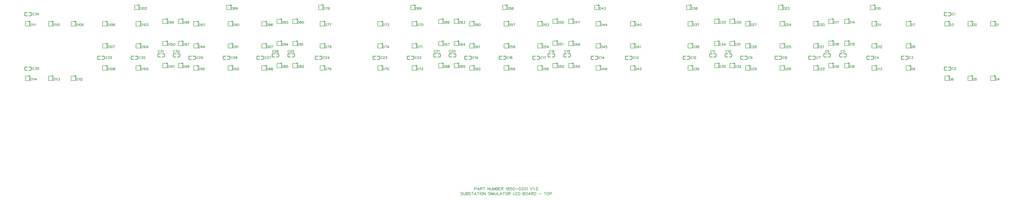
<source format=gto>
G04 Layer: TopSilkscreenLayer*
G04 EasyEDA v6.5.34, 2023-08-29 12:17:18*
G04 ba4a484b4813477397863864965903c7,5a6b42c53f6a479593ecc07194224c93,10*
G04 Gerber Generator version 0.2*
G04 Scale: 100 percent, Rotated: No, Reflected: No *
G04 Dimensions in millimeters *
G04 leading zeros omitted , absolute positions ,4 integer and 5 decimal *
%FSLAX45Y45*%
%MOMM*%

%ADD10C,0.2032*%
%ADD11C,0.1524*%
%ADD12C,0.1270*%
%ADD13C,0.2540*%

%LPD*%
D10*
X21437854Y244347D02*
G01*
X21426931Y255270D01*
X21410422Y260857D01*
X21388577Y260857D01*
X21372322Y255270D01*
X21361400Y244347D01*
X21361400Y233426D01*
X21366734Y222504D01*
X21372322Y217170D01*
X21383243Y211581D01*
X21416009Y200913D01*
X21426931Y195326D01*
X21432266Y189992D01*
X21437854Y179070D01*
X21437854Y162560D01*
X21426931Y151637D01*
X21410422Y146304D01*
X21388577Y146304D01*
X21372322Y151637D01*
X21361400Y162560D01*
X21473668Y260857D02*
G01*
X21473668Y179070D01*
X21479256Y162560D01*
X21490177Y151637D01*
X21506434Y146304D01*
X21517356Y146304D01*
X21533866Y151637D01*
X21544788Y162560D01*
X21550122Y179070D01*
X21550122Y260857D01*
X21586190Y260857D02*
G01*
X21586190Y146304D01*
X21586190Y260857D02*
G01*
X21635211Y260857D01*
X21651468Y255270D01*
X21657056Y249936D01*
X21662390Y239013D01*
X21662390Y228092D01*
X21657056Y217170D01*
X21651468Y211581D01*
X21635211Y206247D01*
X21586190Y206247D02*
G01*
X21635211Y206247D01*
X21651468Y200913D01*
X21657056Y195326D01*
X21662390Y184404D01*
X21662390Y168147D01*
X21657056Y157226D01*
X21651468Y151637D01*
X21635211Y146304D01*
X21586190Y146304D01*
X21774911Y244347D02*
G01*
X21763990Y255270D01*
X21747479Y260857D01*
X21725636Y260857D01*
X21709379Y255270D01*
X21698458Y244347D01*
X21698458Y233426D01*
X21704045Y222504D01*
X21709379Y217170D01*
X21720302Y211581D01*
X21753068Y200913D01*
X21763990Y195326D01*
X21769324Y189992D01*
X21774911Y179070D01*
X21774911Y162560D01*
X21763990Y151637D01*
X21747479Y146304D01*
X21725636Y146304D01*
X21709379Y151637D01*
X21698458Y162560D01*
X21849079Y260857D02*
G01*
X21849079Y146304D01*
X21810979Y260857D02*
G01*
X21887179Y260857D01*
X21966936Y260857D02*
G01*
X21923248Y146304D01*
X21966936Y260857D02*
G01*
X22010370Y146304D01*
X21939504Y184404D02*
G01*
X21994113Y184404D01*
X22084791Y260857D02*
G01*
X22084791Y146304D01*
X22046438Y260857D02*
G01*
X22122891Y260857D01*
X22158959Y260857D02*
G01*
X22158959Y146304D01*
X22227540Y260857D02*
G01*
X22216618Y255270D01*
X22205695Y244347D01*
X22200361Y233426D01*
X22194774Y217170D01*
X22194774Y189992D01*
X22200361Y173481D01*
X22205695Y162560D01*
X22216618Y151637D01*
X22227540Y146304D01*
X22249384Y146304D01*
X22260306Y151637D01*
X22271227Y162560D01*
X22276561Y173481D01*
X22282150Y189992D01*
X22282150Y217170D01*
X22276561Y233426D01*
X22271227Y244347D01*
X22260306Y255270D01*
X22249384Y260857D01*
X22227540Y260857D01*
X22318218Y260857D02*
G01*
X22318218Y146304D01*
X22318218Y260857D02*
G01*
X22394418Y146304D01*
X22394418Y260857D02*
G01*
X22394418Y146304D01*
X22590759Y244347D02*
G01*
X22579838Y255270D01*
X22563581Y260857D01*
X22541738Y260857D01*
X22525481Y255270D01*
X22514559Y244347D01*
X22514559Y233426D01*
X22519893Y222504D01*
X22525481Y217170D01*
X22536404Y211581D01*
X22568916Y200913D01*
X22579838Y195326D01*
X22585425Y189992D01*
X22590759Y179070D01*
X22590759Y162560D01*
X22579838Y151637D01*
X22563581Y146304D01*
X22541738Y146304D01*
X22525481Y151637D01*
X22514559Y162560D01*
X22626827Y260857D02*
G01*
X22626827Y146304D01*
X22662895Y260857D02*
G01*
X22662895Y146304D01*
X22662895Y260857D02*
G01*
X22706584Y146304D01*
X22750018Y260857D02*
G01*
X22706584Y146304D01*
X22750018Y260857D02*
G01*
X22750018Y146304D01*
X22786086Y260857D02*
G01*
X22786086Y179070D01*
X22791674Y162560D01*
X22802595Y151637D01*
X22818852Y146304D01*
X22829774Y146304D01*
X22846029Y151637D01*
X22856952Y162560D01*
X22862540Y179070D01*
X22862540Y260857D01*
X22898608Y260857D02*
G01*
X22898608Y146304D01*
X22898608Y146304D02*
G01*
X22963886Y146304D01*
X23043641Y260857D02*
G01*
X22999954Y146304D01*
X23043641Y260857D02*
G01*
X23087329Y146304D01*
X23016209Y184404D02*
G01*
X23070820Y184404D01*
X23161498Y260857D02*
G01*
X23161498Y146304D01*
X23123143Y260857D02*
G01*
X23199598Y260857D01*
X23268431Y260857D02*
G01*
X23257509Y255270D01*
X23246588Y244347D01*
X23241000Y233426D01*
X23235666Y217170D01*
X23235666Y189992D01*
X23241000Y173481D01*
X23246588Y162560D01*
X23257509Y151637D01*
X23268431Y146304D01*
X23290022Y146304D01*
X23300943Y151637D01*
X23311866Y162560D01*
X23317454Y173481D01*
X23322788Y189992D01*
X23322788Y217170D01*
X23317454Y233426D01*
X23311866Y244347D01*
X23300943Y255270D01*
X23290022Y260857D01*
X23268431Y260857D01*
X23358856Y260857D02*
G01*
X23358856Y146304D01*
X23358856Y260857D02*
G01*
X23407877Y260857D01*
X23424388Y255270D01*
X23429722Y249936D01*
X23435309Y239013D01*
X23435309Y228092D01*
X23429722Y217170D01*
X23424388Y211581D01*
X23407877Y206247D01*
X23358856Y206247D01*
X23396956Y206247D02*
G01*
X23435309Y146304D01*
X23555198Y260857D02*
G01*
X23555198Y146304D01*
X23555198Y146304D02*
G01*
X23620729Y146304D01*
X23656543Y260857D02*
G01*
X23656543Y146304D01*
X23656543Y260857D02*
G01*
X23727663Y260857D01*
X23656543Y206247D02*
G01*
X23700231Y206247D01*
X23656543Y146304D02*
G01*
X23727663Y146304D01*
X23763477Y260857D02*
G01*
X23763477Y146304D01*
X23763477Y260857D02*
G01*
X23801831Y260857D01*
X23818088Y255270D01*
X23829009Y244347D01*
X23834598Y233426D01*
X23839931Y217170D01*
X23839931Y189992D01*
X23834598Y173481D01*
X23829009Y162560D01*
X23818088Y151637D01*
X23801831Y146304D01*
X23763477Y146304D01*
X23959820Y260857D02*
G01*
X23959820Y146304D01*
X23959820Y260857D02*
G01*
X24009095Y260857D01*
X24025352Y255270D01*
X24030940Y249936D01*
X24036274Y239013D01*
X24036274Y228092D01*
X24030940Y217170D01*
X24025352Y211581D01*
X24009095Y206247D01*
X23959820Y206247D02*
G01*
X24009095Y206247D01*
X24025352Y200913D01*
X24030940Y195326D01*
X24036274Y184404D01*
X24036274Y168147D01*
X24030940Y157226D01*
X24025352Y151637D01*
X24009095Y146304D01*
X23959820Y146304D01*
X24105108Y260857D02*
G01*
X24094186Y255270D01*
X24083263Y244347D01*
X24077675Y233426D01*
X24072341Y217170D01*
X24072341Y189992D01*
X24077675Y173481D01*
X24083263Y162560D01*
X24094186Y151637D01*
X24105108Y146304D01*
X24126952Y146304D01*
X24137874Y151637D01*
X24148541Y162560D01*
X24154129Y173481D01*
X24159463Y189992D01*
X24159463Y217170D01*
X24154129Y233426D01*
X24148541Y244347D01*
X24137874Y255270D01*
X24126952Y260857D01*
X24105108Y260857D01*
X24239220Y260857D02*
G01*
X24195531Y146304D01*
X24239220Y260857D02*
G01*
X24282908Y146304D01*
X24212041Y184404D02*
G01*
X24266398Y184404D01*
X24318722Y260857D02*
G01*
X24318722Y146304D01*
X24318722Y260857D02*
G01*
X24367998Y260857D01*
X24384254Y255270D01*
X24389841Y249936D01*
X24395175Y239013D01*
X24395175Y228092D01*
X24389841Y217170D01*
X24384254Y211581D01*
X24367998Y206247D01*
X24318722Y206247D01*
X24357075Y206247D02*
G01*
X24395175Y146304D01*
X24431243Y260857D02*
G01*
X24431243Y146304D01*
X24431243Y260857D02*
G01*
X24469343Y260857D01*
X24485854Y255270D01*
X24496775Y244347D01*
X24502109Y233426D01*
X24507698Y217170D01*
X24507698Y189992D01*
X24502109Y173481D01*
X24496775Y162560D01*
X24485854Y151637D01*
X24469343Y146304D01*
X24431243Y146304D01*
X24627586Y195326D02*
G01*
X24725629Y195326D01*
X24883872Y260857D02*
G01*
X24883872Y146304D01*
X24845772Y260857D02*
G01*
X24922225Y260857D01*
X24990806Y260857D02*
G01*
X24979884Y255270D01*
X24968961Y244347D01*
X24963627Y233426D01*
X24958040Y217170D01*
X24958040Y189992D01*
X24963627Y173481D01*
X24968961Y162560D01*
X24979884Y151637D01*
X24990806Y146304D01*
X25012650Y146304D01*
X25023572Y151637D01*
X25034493Y162560D01*
X25039827Y173481D01*
X25045416Y189992D01*
X25045416Y217170D01*
X25039827Y233426D01*
X25034493Y244347D01*
X25023572Y255270D01*
X25012650Y260857D01*
X24990806Y260857D01*
X25081484Y260857D02*
G01*
X25081484Y146304D01*
X25081484Y260857D02*
G01*
X25130506Y260857D01*
X25146761Y255270D01*
X25152350Y249936D01*
X25157684Y239013D01*
X25157684Y222504D01*
X25152350Y211581D01*
X25146761Y206247D01*
X25130506Y200913D01*
X25081484Y200913D01*
X21945600Y464057D02*
G01*
X21945600Y349504D01*
X21945600Y464057D02*
G01*
X21994622Y464057D01*
X22011131Y458470D01*
X22016466Y453136D01*
X22022054Y442213D01*
X22022054Y425704D01*
X22016466Y414781D01*
X22011131Y409447D01*
X21994622Y404113D01*
X21945600Y404113D01*
X22101556Y464057D02*
G01*
X22057868Y349504D01*
X22101556Y464057D02*
G01*
X22145243Y349504D01*
X22074377Y387604D02*
G01*
X22128988Y387604D01*
X22181311Y464057D02*
G01*
X22181311Y349504D01*
X22181311Y464057D02*
G01*
X22230334Y464057D01*
X22246590Y458470D01*
X22252177Y453136D01*
X22257511Y442213D01*
X22257511Y431292D01*
X22252177Y420370D01*
X22246590Y414781D01*
X22230334Y409447D01*
X22181311Y409447D01*
X22219411Y409447D02*
G01*
X22257511Y349504D01*
X22331679Y464057D02*
G01*
X22331679Y349504D01*
X22293579Y464057D02*
G01*
X22370034Y464057D01*
X22489922Y464057D02*
G01*
X22489922Y349504D01*
X22489922Y464057D02*
G01*
X22566375Y349504D01*
X22566375Y464057D02*
G01*
X22566375Y349504D01*
X22602443Y464057D02*
G01*
X22602443Y382270D01*
X22607777Y365760D01*
X22618700Y354837D01*
X22634956Y349504D01*
X22645877Y349504D01*
X22662388Y354837D01*
X22673309Y365760D01*
X22678643Y382270D01*
X22678643Y464057D01*
X22714711Y464057D02*
G01*
X22714711Y349504D01*
X22714711Y464057D02*
G01*
X22758400Y349504D01*
X22802088Y464057D02*
G01*
X22758400Y349504D01*
X22802088Y464057D02*
G01*
X22802088Y349504D01*
X22837902Y464057D02*
G01*
X22837902Y349504D01*
X22837902Y464057D02*
G01*
X22887177Y464057D01*
X22903434Y458470D01*
X22908768Y453136D01*
X22914356Y442213D01*
X22914356Y431292D01*
X22908768Y420370D01*
X22903434Y414781D01*
X22887177Y409447D01*
X22837902Y409447D02*
G01*
X22887177Y409447D01*
X22903434Y404113D01*
X22908768Y398526D01*
X22914356Y387604D01*
X22914356Y371347D01*
X22908768Y360426D01*
X22903434Y354837D01*
X22887177Y349504D01*
X22837902Y349504D01*
X22950424Y464057D02*
G01*
X22950424Y349504D01*
X22950424Y464057D02*
G01*
X23021290Y464057D01*
X22950424Y409447D02*
G01*
X22993858Y409447D01*
X22950424Y349504D02*
G01*
X23021290Y349504D01*
X23057358Y464057D02*
G01*
X23057358Y349504D01*
X23057358Y464057D02*
G01*
X23106379Y464057D01*
X23122636Y458470D01*
X23128224Y453136D01*
X23133558Y442213D01*
X23133558Y431292D01*
X23128224Y420370D01*
X23122636Y414781D01*
X23106379Y409447D01*
X23057358Y409447D01*
X23095458Y409447D02*
G01*
X23133558Y349504D01*
X23253700Y442213D02*
G01*
X23264622Y447547D01*
X23280877Y464057D01*
X23280877Y349504D01*
X23344124Y464057D02*
G01*
X23327868Y458470D01*
X23322279Y447547D01*
X23322279Y436626D01*
X23327868Y425704D01*
X23338790Y420370D01*
X23360379Y414781D01*
X23376890Y409447D01*
X23387811Y398526D01*
X23393145Y387604D01*
X23393145Y371347D01*
X23387811Y360426D01*
X23382224Y354837D01*
X23365968Y349504D01*
X23344124Y349504D01*
X23327868Y354837D01*
X23322279Y360426D01*
X23316945Y371347D01*
X23316945Y387604D01*
X23322279Y398526D01*
X23333202Y409447D01*
X23349711Y414781D01*
X23371302Y420370D01*
X23382224Y425704D01*
X23387811Y436626D01*
X23387811Y447547D01*
X23382224Y458470D01*
X23365968Y464057D01*
X23344124Y464057D01*
X23494745Y464057D02*
G01*
X23440136Y464057D01*
X23434802Y414781D01*
X23440136Y420370D01*
X23456391Y425704D01*
X23472902Y425704D01*
X23489158Y420370D01*
X23500079Y409447D01*
X23505668Y393192D01*
X23505668Y382270D01*
X23500079Y365760D01*
X23489158Y354837D01*
X23472902Y349504D01*
X23456391Y349504D01*
X23440136Y354837D01*
X23434802Y360426D01*
X23429213Y371347D01*
X23574248Y464057D02*
G01*
X23557991Y458470D01*
X23547070Y442213D01*
X23541481Y414781D01*
X23541481Y398526D01*
X23547070Y371347D01*
X23557991Y354837D01*
X23574248Y349504D01*
X23585170Y349504D01*
X23601679Y354837D01*
X23612602Y371347D01*
X23617936Y398526D01*
X23617936Y414781D01*
X23612602Y442213D01*
X23601679Y458470D01*
X23585170Y464057D01*
X23574248Y464057D01*
X23654004Y398526D02*
G01*
X23752048Y398526D01*
X23820881Y464057D02*
G01*
X23804625Y458470D01*
X23793704Y442213D01*
X23788116Y414781D01*
X23788116Y398526D01*
X23793704Y371347D01*
X23804625Y354837D01*
X23820881Y349504D01*
X23831804Y349504D01*
X23848059Y354837D01*
X23858981Y371347D01*
X23864570Y398526D01*
X23864570Y414781D01*
X23858981Y442213D01*
X23848059Y458470D01*
X23831804Y464057D01*
X23820881Y464057D01*
X23905972Y436626D02*
G01*
X23905972Y442213D01*
X23911306Y453136D01*
X23916893Y458470D01*
X23927816Y464057D01*
X23949659Y464057D01*
X23960581Y458470D01*
X23965916Y453136D01*
X23971504Y442213D01*
X23971504Y431292D01*
X23965916Y420370D01*
X23954993Y404113D01*
X23900384Y349504D01*
X23976838Y349504D01*
X24045672Y464057D02*
G01*
X24029161Y458470D01*
X24018240Y442213D01*
X24012906Y414781D01*
X24012906Y398526D01*
X24018240Y371347D01*
X24029161Y354837D01*
X24045672Y349504D01*
X24056593Y349504D01*
X24072850Y354837D01*
X24083772Y371347D01*
X24089106Y398526D01*
X24089106Y414781D01*
X24083772Y442213D01*
X24072850Y458470D01*
X24056593Y464057D01*
X24045672Y464057D01*
X24125174Y442213D02*
G01*
X24136095Y447547D01*
X24152606Y464057D01*
X24152606Y349504D01*
X24272493Y464057D02*
G01*
X24316181Y349504D01*
X24359870Y464057D02*
G01*
X24316181Y349504D01*
X24395684Y442213D02*
G01*
X24406606Y447547D01*
X24423116Y464057D01*
X24423116Y349504D01*
X24464518Y376681D02*
G01*
X24458929Y371347D01*
X24464518Y365760D01*
X24469852Y371347D01*
X24464518Y376681D01*
X24511508Y436626D02*
G01*
X24511508Y442213D01*
X24516841Y453136D01*
X24522429Y458470D01*
X24533352Y464057D01*
X24554941Y464057D01*
X24565863Y458470D01*
X24571452Y453136D01*
X24576786Y442213D01*
X24576786Y431292D01*
X24571452Y420370D01*
X24560529Y404113D01*
X24505920Y349504D01*
X24582374Y349504D01*
D11*
X14549627Y5583936D02*
G01*
X14549627Y5488431D01*
X14549627Y5583936D02*
G01*
X14581631Y5583936D01*
X14595093Y5579363D01*
X14604238Y5570473D01*
X14608809Y5561329D01*
X14613381Y5547613D01*
X14613381Y5525007D01*
X14608809Y5511292D01*
X14604238Y5502147D01*
X14595093Y5493004D01*
X14581631Y5488431D01*
X14549627Y5488431D01*
X14665959Y5583936D02*
G01*
X14652497Y5579363D01*
X14647925Y5570473D01*
X14647925Y5561329D01*
X14652497Y5552186D01*
X14661641Y5547613D01*
X14679675Y5543042D01*
X14693391Y5538470D01*
X14702536Y5529579D01*
X14706854Y5520436D01*
X14706854Y5506720D01*
X14702536Y5497576D01*
X14697963Y5493004D01*
X14684247Y5488431D01*
X14665959Y5488431D01*
X14652497Y5493004D01*
X14647925Y5497576D01*
X14643354Y5506720D01*
X14643354Y5520436D01*
X14647925Y5529579D01*
X14657070Y5538470D01*
X14670531Y5543042D01*
X14688820Y5547613D01*
X14697963Y5552186D01*
X14702536Y5561329D01*
X14702536Y5570473D01*
X14697963Y5579363D01*
X14684247Y5583936D01*
X14665959Y5583936D01*
X14741397Y5561329D02*
G01*
X14741397Y5565902D01*
X14745970Y5574792D01*
X14750541Y5579363D01*
X14759686Y5583936D01*
X14777974Y5583936D01*
X14786863Y5579363D01*
X14791436Y5574792D01*
X14796008Y5565902D01*
X14796008Y5556757D01*
X14791436Y5547613D01*
X14782545Y5533897D01*
X14737079Y5488431D01*
X14800579Y5488431D01*
X13889227Y5583936D02*
G01*
X13889227Y5488431D01*
X13889227Y5583936D02*
G01*
X13921231Y5583936D01*
X13934693Y5579363D01*
X13943838Y5570473D01*
X13948409Y5561329D01*
X13952981Y5547613D01*
X13952981Y5525007D01*
X13948409Y5511292D01*
X13943838Y5502147D01*
X13934693Y5493004D01*
X13921231Y5488431D01*
X13889227Y5488431D01*
X14005559Y5583936D02*
G01*
X13992097Y5579363D01*
X13987525Y5570473D01*
X13987525Y5561329D01*
X13992097Y5552186D01*
X14001241Y5547613D01*
X14019275Y5543042D01*
X14032991Y5538470D01*
X14042136Y5529579D01*
X14046454Y5520436D01*
X14046454Y5506720D01*
X14042136Y5497576D01*
X14037563Y5493004D01*
X14023847Y5488431D01*
X14005559Y5488431D01*
X13992097Y5493004D01*
X13987525Y5497576D01*
X13982954Y5506720D01*
X13982954Y5520436D01*
X13987525Y5529579D01*
X13996670Y5538470D01*
X14010131Y5543042D01*
X14028420Y5547613D01*
X14037563Y5552186D01*
X14042136Y5561329D01*
X14042136Y5570473D01*
X14037563Y5579363D01*
X14023847Y5583936D01*
X14005559Y5583936D01*
X14131036Y5583936D02*
G01*
X14085570Y5583936D01*
X14080997Y5543042D01*
X14085570Y5547613D01*
X14099286Y5552186D01*
X14113002Y5552186D01*
X14126463Y5547613D01*
X14135608Y5538470D01*
X14140179Y5525007D01*
X14140179Y5515863D01*
X14135608Y5502147D01*
X14126463Y5493004D01*
X14113002Y5488431D01*
X14099286Y5488431D01*
X14085570Y5493004D01*
X14080997Y5497576D01*
X14076679Y5506720D01*
X13254227Y5482336D02*
G01*
X13254227Y5386831D01*
X13254227Y5482336D02*
G01*
X13286231Y5482336D01*
X13299693Y5477763D01*
X13308838Y5468873D01*
X13313409Y5459729D01*
X13317981Y5446013D01*
X13317981Y5423407D01*
X13313409Y5409692D01*
X13308838Y5400547D01*
X13299693Y5391404D01*
X13286231Y5386831D01*
X13254227Y5386831D01*
X13370559Y5482336D02*
G01*
X13357097Y5477763D01*
X13352525Y5468873D01*
X13352525Y5459729D01*
X13357097Y5450586D01*
X13366241Y5446013D01*
X13384275Y5441442D01*
X13397991Y5436870D01*
X13407136Y5427979D01*
X13411454Y5418836D01*
X13411454Y5405120D01*
X13407136Y5395976D01*
X13402563Y5391404D01*
X13388847Y5386831D01*
X13370559Y5386831D01*
X13357097Y5391404D01*
X13352525Y5395976D01*
X13347954Y5405120D01*
X13347954Y5418836D01*
X13352525Y5427979D01*
X13361670Y5436870D01*
X13375131Y5441442D01*
X13393420Y5446013D01*
X13402563Y5450586D01*
X13407136Y5459729D01*
X13407136Y5468873D01*
X13402563Y5477763D01*
X13388847Y5482336D01*
X13370559Y5482336D01*
X13464286Y5482336D02*
G01*
X13450570Y5477763D01*
X13445997Y5468873D01*
X13445997Y5459729D01*
X13450570Y5450586D01*
X13459713Y5446013D01*
X13478002Y5441442D01*
X13491463Y5436870D01*
X13500608Y5427979D01*
X13505179Y5418836D01*
X13505179Y5405120D01*
X13500608Y5395976D01*
X13496036Y5391404D01*
X13482574Y5386831D01*
X13464286Y5386831D01*
X13450570Y5391404D01*
X13445997Y5395976D01*
X13441679Y5405120D01*
X13441679Y5418836D01*
X13445997Y5427979D01*
X13455141Y5436870D01*
X13468858Y5441442D01*
X13487145Y5446013D01*
X13496036Y5450586D01*
X13500608Y5459729D01*
X13500608Y5468873D01*
X13496036Y5477763D01*
X13482574Y5482336D01*
X13464286Y5482336D01*
X14549627Y6511036D02*
G01*
X14549627Y6415531D01*
X14549627Y6511036D02*
G01*
X14581631Y6511036D01*
X14595093Y6506463D01*
X14604238Y6497573D01*
X14608809Y6488429D01*
X14613381Y6474713D01*
X14613381Y6452107D01*
X14608809Y6438392D01*
X14604238Y6429247D01*
X14595093Y6420104D01*
X14581631Y6415531D01*
X14549627Y6415531D01*
X14665959Y6511036D02*
G01*
X14652497Y6506463D01*
X14647925Y6497573D01*
X14647925Y6488429D01*
X14652497Y6479286D01*
X14661641Y6474713D01*
X14679675Y6470142D01*
X14693391Y6465570D01*
X14702536Y6456679D01*
X14706854Y6447536D01*
X14706854Y6433820D01*
X14702536Y6424676D01*
X14697963Y6420104D01*
X14684247Y6415531D01*
X14665959Y6415531D01*
X14652497Y6420104D01*
X14647925Y6424676D01*
X14643354Y6433820D01*
X14643354Y6447536D01*
X14647925Y6456679D01*
X14657070Y6465570D01*
X14670531Y6470142D01*
X14688820Y6474713D01*
X14697963Y6479286D01*
X14702536Y6488429D01*
X14702536Y6497573D01*
X14697963Y6506463D01*
X14684247Y6511036D01*
X14665959Y6511036D01*
X14737079Y6493002D02*
G01*
X14745970Y6497573D01*
X14759686Y6511036D01*
X14759686Y6415531D01*
X13889227Y6511036D02*
G01*
X13889227Y6415531D01*
X13889227Y6511036D02*
G01*
X13921231Y6511036D01*
X13934693Y6506463D01*
X13943838Y6497573D01*
X13948409Y6488429D01*
X13952981Y6474713D01*
X13952981Y6452107D01*
X13948409Y6438392D01*
X13943838Y6429247D01*
X13934693Y6420104D01*
X13921231Y6415531D01*
X13889227Y6415531D01*
X14005559Y6511036D02*
G01*
X13992097Y6506463D01*
X13987525Y6497573D01*
X13987525Y6488429D01*
X13992097Y6479286D01*
X14001241Y6474713D01*
X14019275Y6470142D01*
X14032991Y6465570D01*
X14042136Y6456679D01*
X14046454Y6447536D01*
X14046454Y6433820D01*
X14042136Y6424676D01*
X14037563Y6420104D01*
X14023847Y6415531D01*
X14005559Y6415531D01*
X13992097Y6420104D01*
X13987525Y6424676D01*
X13982954Y6433820D01*
X13982954Y6447536D01*
X13987525Y6456679D01*
X13996670Y6465570D01*
X14010131Y6470142D01*
X14028420Y6474713D01*
X14037563Y6479286D01*
X14042136Y6488429D01*
X14042136Y6497573D01*
X14037563Y6506463D01*
X14023847Y6511036D01*
X14005559Y6511036D01*
X14122145Y6511036D02*
G01*
X14076679Y6447536D01*
X14144752Y6447536D01*
X14122145Y6511036D02*
G01*
X14122145Y6415531D01*
X13254227Y6409436D02*
G01*
X13254227Y6313931D01*
X13254227Y6409436D02*
G01*
X13286231Y6409436D01*
X13299693Y6404863D01*
X13308838Y6395973D01*
X13313409Y6386829D01*
X13317981Y6373113D01*
X13317981Y6350507D01*
X13313409Y6336792D01*
X13308838Y6327647D01*
X13299693Y6318504D01*
X13286231Y6313931D01*
X13254227Y6313931D01*
X13370559Y6409436D02*
G01*
X13357097Y6404863D01*
X13352525Y6395973D01*
X13352525Y6386829D01*
X13357097Y6377686D01*
X13366241Y6373113D01*
X13384275Y6368542D01*
X13397991Y6363970D01*
X13407136Y6355079D01*
X13411454Y6345936D01*
X13411454Y6332220D01*
X13407136Y6323076D01*
X13402563Y6318504D01*
X13388847Y6313931D01*
X13370559Y6313931D01*
X13357097Y6318504D01*
X13352525Y6323076D01*
X13347954Y6332220D01*
X13347954Y6345936D01*
X13352525Y6355079D01*
X13361670Y6363970D01*
X13375131Y6368542D01*
X13393420Y6373113D01*
X13402563Y6377686D01*
X13407136Y6386829D01*
X13407136Y6395973D01*
X13402563Y6404863D01*
X13388847Y6409436D01*
X13370559Y6409436D01*
X13505179Y6409436D02*
G01*
X13459713Y6313931D01*
X13441679Y6409436D02*
G01*
X13505179Y6409436D01*
X14549627Y7438136D02*
G01*
X14549627Y7342631D01*
X14549627Y7438136D02*
G01*
X14581631Y7438136D01*
X14595093Y7433563D01*
X14604238Y7424673D01*
X14608809Y7415529D01*
X14613381Y7401813D01*
X14613381Y7379208D01*
X14608809Y7365492D01*
X14604238Y7356347D01*
X14595093Y7347204D01*
X14581631Y7342631D01*
X14549627Y7342631D01*
X14665959Y7438136D02*
G01*
X14652497Y7433563D01*
X14647925Y7424673D01*
X14647925Y7415529D01*
X14652497Y7406386D01*
X14661641Y7401813D01*
X14679675Y7397242D01*
X14693391Y7392670D01*
X14702536Y7383779D01*
X14706854Y7374636D01*
X14706854Y7360920D01*
X14702536Y7351776D01*
X14697963Y7347204D01*
X14684247Y7342631D01*
X14665959Y7342631D01*
X14652497Y7347204D01*
X14647925Y7351776D01*
X14643354Y7360920D01*
X14643354Y7374636D01*
X14647925Y7383779D01*
X14657070Y7392670D01*
X14670531Y7397242D01*
X14688820Y7401813D01*
X14697963Y7406386D01*
X14702536Y7415529D01*
X14702536Y7424673D01*
X14697963Y7433563D01*
X14684247Y7438136D01*
X14665959Y7438136D01*
X14764258Y7438136D02*
G01*
X14750541Y7433563D01*
X14741397Y7420102D01*
X14737079Y7397242D01*
X14737079Y7383779D01*
X14741397Y7360920D01*
X14750541Y7347204D01*
X14764258Y7342631D01*
X14773402Y7342631D01*
X14786863Y7347204D01*
X14796008Y7360920D01*
X14800579Y7383779D01*
X14800579Y7397242D01*
X14796008Y7420102D01*
X14786863Y7433563D01*
X14773402Y7438136D01*
X14764258Y7438136D01*
X13889227Y7438136D02*
G01*
X13889227Y7342631D01*
X13889227Y7438136D02*
G01*
X13921231Y7438136D01*
X13934693Y7433563D01*
X13943838Y7424673D01*
X13948409Y7415529D01*
X13952981Y7401813D01*
X13952981Y7379208D01*
X13948409Y7365492D01*
X13943838Y7356347D01*
X13934693Y7347204D01*
X13921231Y7342631D01*
X13889227Y7342631D01*
X14005559Y7438136D02*
G01*
X13992097Y7433563D01*
X13987525Y7424673D01*
X13987525Y7415529D01*
X13992097Y7406386D01*
X14001241Y7401813D01*
X14019275Y7397242D01*
X14032991Y7392670D01*
X14042136Y7383779D01*
X14046454Y7374636D01*
X14046454Y7360920D01*
X14042136Y7351776D01*
X14037563Y7347204D01*
X14023847Y7342631D01*
X14005559Y7342631D01*
X13992097Y7347204D01*
X13987525Y7351776D01*
X13982954Y7360920D01*
X13982954Y7374636D01*
X13987525Y7383779D01*
X13996670Y7392670D01*
X14010131Y7397242D01*
X14028420Y7401813D01*
X14037563Y7406386D01*
X14042136Y7415529D01*
X14042136Y7424673D01*
X14037563Y7433563D01*
X14023847Y7438136D01*
X14005559Y7438136D01*
X14085570Y7438136D02*
G01*
X14135608Y7438136D01*
X14108429Y7401813D01*
X14122145Y7401813D01*
X14131036Y7397242D01*
X14135608Y7392670D01*
X14140179Y7379208D01*
X14140179Y7370063D01*
X14135608Y7356347D01*
X14126463Y7347204D01*
X14113002Y7342631D01*
X14099286Y7342631D01*
X14085570Y7347204D01*
X14080997Y7351776D01*
X14076679Y7360920D01*
X13254227Y7336536D02*
G01*
X13254227Y7241031D01*
X13254227Y7336536D02*
G01*
X13286231Y7336536D01*
X13299693Y7331963D01*
X13308838Y7323073D01*
X13313409Y7313929D01*
X13317981Y7300213D01*
X13317981Y7277608D01*
X13313409Y7263892D01*
X13308838Y7254747D01*
X13299693Y7245604D01*
X13286231Y7241031D01*
X13254227Y7241031D01*
X13370559Y7336536D02*
G01*
X13357097Y7331963D01*
X13352525Y7323073D01*
X13352525Y7313929D01*
X13357097Y7304786D01*
X13366241Y7300213D01*
X13384275Y7295642D01*
X13397991Y7291070D01*
X13407136Y7282179D01*
X13411454Y7273036D01*
X13411454Y7259320D01*
X13407136Y7250176D01*
X13402563Y7245604D01*
X13388847Y7241031D01*
X13370559Y7241031D01*
X13357097Y7245604D01*
X13352525Y7250176D01*
X13347954Y7259320D01*
X13347954Y7273036D01*
X13352525Y7282179D01*
X13361670Y7291070D01*
X13375131Y7295642D01*
X13393420Y7300213D01*
X13402563Y7304786D01*
X13407136Y7313929D01*
X13407136Y7323073D01*
X13402563Y7331963D01*
X13388847Y7336536D01*
X13370559Y7336536D01*
X13496036Y7323073D02*
G01*
X13491463Y7331963D01*
X13478002Y7336536D01*
X13468858Y7336536D01*
X13455141Y7331963D01*
X13445997Y7318502D01*
X13441679Y7295642D01*
X13441679Y7273036D01*
X13445997Y7254747D01*
X13455141Y7245604D01*
X13468858Y7241031D01*
X13473429Y7241031D01*
X13487145Y7245604D01*
X13496036Y7254747D01*
X13500608Y7268463D01*
X13500608Y7273036D01*
X13496036Y7286497D01*
X13487145Y7295642D01*
X13473429Y7300213D01*
X13468858Y7300213D01*
X13455141Y7295642D01*
X13445997Y7286497D01*
X13441679Y7273036D01*
X11781027Y8022336D02*
G01*
X11781027Y7926831D01*
X11781027Y8022336D02*
G01*
X11813031Y8022336D01*
X11826493Y8017763D01*
X11835638Y8008873D01*
X11840209Y7999729D01*
X11844781Y7986013D01*
X11844781Y7963408D01*
X11840209Y7949692D01*
X11835638Y7940547D01*
X11826493Y7931404D01*
X11813031Y7926831D01*
X11781027Y7926831D01*
X11897359Y8022336D02*
G01*
X11883897Y8017763D01*
X11879325Y8008873D01*
X11879325Y7999729D01*
X11883897Y7990586D01*
X11893041Y7986013D01*
X11911075Y7981442D01*
X11924791Y7976870D01*
X11933936Y7967979D01*
X11938254Y7958836D01*
X11938254Y7945120D01*
X11933936Y7935976D01*
X11929363Y7931404D01*
X11915647Y7926831D01*
X11897359Y7926831D01*
X11883897Y7931404D01*
X11879325Y7935976D01*
X11874754Y7945120D01*
X11874754Y7958836D01*
X11879325Y7967979D01*
X11888470Y7976870D01*
X11901931Y7981442D01*
X11920220Y7986013D01*
X11929363Y7990586D01*
X11933936Y7999729D01*
X11933936Y8008873D01*
X11929363Y8017763D01*
X11915647Y8022336D01*
X11897359Y8022336D01*
X12027408Y7990586D02*
G01*
X12022836Y7976870D01*
X12013945Y7967979D01*
X12000229Y7963408D01*
X11995658Y7963408D01*
X11981941Y7967979D01*
X11972797Y7976870D01*
X11968479Y7990586D01*
X11968479Y7995158D01*
X11972797Y8008873D01*
X11981941Y8017763D01*
X11995658Y8022336D01*
X12000229Y8022336D01*
X12013945Y8017763D01*
X12022836Y8008873D01*
X12027408Y7990586D01*
X12027408Y7967979D01*
X12022836Y7945120D01*
X12013945Y7931404D01*
X12000229Y7926831D01*
X11991086Y7926831D01*
X11977370Y7931404D01*
X11972797Y7940547D01*
X11844527Y7336536D02*
G01*
X11844527Y7241031D01*
X11844527Y7336536D02*
G01*
X11876531Y7336536D01*
X11889993Y7331963D01*
X11899138Y7323073D01*
X11903709Y7313929D01*
X11908281Y7300213D01*
X11908281Y7277608D01*
X11903709Y7263892D01*
X11899138Y7254747D01*
X11889993Y7245604D01*
X11876531Y7241031D01*
X11844527Y7241031D01*
X11997436Y7304786D02*
G01*
X11992863Y7291070D01*
X11983720Y7282179D01*
X11970004Y7277608D01*
X11965431Y7277608D01*
X11951970Y7282179D01*
X11942825Y7291070D01*
X11938254Y7304786D01*
X11938254Y7309358D01*
X11942825Y7323073D01*
X11951970Y7331963D01*
X11965431Y7336536D01*
X11970004Y7336536D01*
X11983720Y7331963D01*
X11992863Y7323073D01*
X11997436Y7304786D01*
X11997436Y7282179D01*
X11992863Y7259320D01*
X11983720Y7245604D01*
X11970004Y7241031D01*
X11960859Y7241031D01*
X11947397Y7245604D01*
X11942825Y7254747D01*
X12054586Y7336536D02*
G01*
X12040870Y7331963D01*
X12031979Y7318502D01*
X12027408Y7295642D01*
X12027408Y7282179D01*
X12031979Y7259320D01*
X12040870Y7245604D01*
X12054586Y7241031D01*
X12063729Y7241031D01*
X12077445Y7245604D01*
X12086336Y7259320D01*
X12090908Y7282179D01*
X12090908Y7295642D01*
X12086336Y7318502D01*
X12077445Y7331963D01*
X12063729Y7336536D01*
X12054586Y7336536D01*
X11844527Y6409436D02*
G01*
X11844527Y6313931D01*
X11844527Y6409436D02*
G01*
X11876531Y6409436D01*
X11889993Y6404863D01*
X11899138Y6395973D01*
X11903709Y6386829D01*
X11908281Y6373113D01*
X11908281Y6350507D01*
X11903709Y6336792D01*
X11899138Y6327647D01*
X11889993Y6318504D01*
X11876531Y6313931D01*
X11844527Y6313931D01*
X11997436Y6377686D02*
G01*
X11992863Y6363970D01*
X11983720Y6355079D01*
X11970004Y6350507D01*
X11965431Y6350507D01*
X11951970Y6355079D01*
X11942825Y6363970D01*
X11938254Y6377686D01*
X11938254Y6382257D01*
X11942825Y6395973D01*
X11951970Y6404863D01*
X11965431Y6409436D01*
X11970004Y6409436D01*
X11983720Y6404863D01*
X11992863Y6395973D01*
X11997436Y6377686D01*
X11997436Y6355079D01*
X11992863Y6332220D01*
X11983720Y6318504D01*
X11970004Y6313931D01*
X11960859Y6313931D01*
X11947397Y6318504D01*
X11942825Y6327647D01*
X12027408Y6391402D02*
G01*
X12036297Y6395973D01*
X12050013Y6409436D01*
X12050013Y6313931D01*
X11844527Y5482336D02*
G01*
X11844527Y5386831D01*
X11844527Y5482336D02*
G01*
X11876531Y5482336D01*
X11889993Y5477763D01*
X11899138Y5468873D01*
X11903709Y5459729D01*
X11908281Y5446013D01*
X11908281Y5423407D01*
X11903709Y5409692D01*
X11899138Y5400547D01*
X11889993Y5391404D01*
X11876531Y5386831D01*
X11844527Y5386831D01*
X11997436Y5450586D02*
G01*
X11992863Y5436870D01*
X11983720Y5427979D01*
X11970004Y5423407D01*
X11965431Y5423407D01*
X11951970Y5427979D01*
X11942825Y5436870D01*
X11938254Y5450586D01*
X11938254Y5455157D01*
X11942825Y5468873D01*
X11951970Y5477763D01*
X11965431Y5482336D01*
X11970004Y5482336D01*
X11983720Y5477763D01*
X11992863Y5468873D01*
X11997436Y5450586D01*
X11997436Y5427979D01*
X11992863Y5405120D01*
X11983720Y5391404D01*
X11970004Y5386831D01*
X11960859Y5386831D01*
X11947397Y5391404D01*
X11942825Y5400547D01*
X12031979Y5459729D02*
G01*
X12031979Y5464302D01*
X12036297Y5473192D01*
X12040870Y5477763D01*
X12050013Y5482336D01*
X12068302Y5482336D01*
X12077445Y5477763D01*
X12081763Y5473192D01*
X12086336Y5464302D01*
X12086336Y5455157D01*
X12081763Y5446013D01*
X12072874Y5432297D01*
X12027408Y5386831D01*
X12090908Y5386831D01*
X10409427Y5482336D02*
G01*
X10409427Y5386831D01*
X10409427Y5482336D02*
G01*
X10441431Y5482336D01*
X10454893Y5477763D01*
X10464038Y5468873D01*
X10468609Y5459729D01*
X10473181Y5446013D01*
X10473181Y5423407D01*
X10468609Y5409692D01*
X10464038Y5400547D01*
X10454893Y5391404D01*
X10441431Y5386831D01*
X10409427Y5386831D01*
X10562336Y5450586D02*
G01*
X10557763Y5436870D01*
X10548620Y5427979D01*
X10534904Y5423407D01*
X10530331Y5423407D01*
X10516870Y5427979D01*
X10507725Y5436870D01*
X10503154Y5450586D01*
X10503154Y5455157D01*
X10507725Y5468873D01*
X10516870Y5477763D01*
X10530331Y5482336D01*
X10534904Y5482336D01*
X10548620Y5477763D01*
X10557763Y5468873D01*
X10562336Y5450586D01*
X10562336Y5427979D01*
X10557763Y5405120D01*
X10548620Y5391404D01*
X10534904Y5386831D01*
X10525759Y5386831D01*
X10512297Y5391404D01*
X10507725Y5400547D01*
X10646663Y5482336D02*
G01*
X10601197Y5482336D01*
X10596879Y5441442D01*
X10601197Y5446013D01*
X10614913Y5450586D01*
X10628629Y5450586D01*
X10642345Y5446013D01*
X10651236Y5436870D01*
X10655808Y5423407D01*
X10655808Y5414263D01*
X10651236Y5400547D01*
X10642345Y5391404D01*
X10628629Y5386831D01*
X10614913Y5386831D01*
X10601197Y5391404D01*
X10596879Y5395976D01*
X10592308Y5405120D01*
X9761727Y5583936D02*
G01*
X9761727Y5488431D01*
X9761727Y5583936D02*
G01*
X9793731Y5583936D01*
X9807193Y5579363D01*
X9816338Y5570473D01*
X9820909Y5561329D01*
X9825481Y5547613D01*
X9825481Y5525007D01*
X9820909Y5511292D01*
X9816338Y5502147D01*
X9807193Y5493004D01*
X9793731Y5488431D01*
X9761727Y5488431D01*
X9914636Y5552186D02*
G01*
X9910063Y5538470D01*
X9900920Y5529579D01*
X9887204Y5525007D01*
X9882631Y5525007D01*
X9869170Y5529579D01*
X9860025Y5538470D01*
X9855454Y5552186D01*
X9855454Y5556757D01*
X9860025Y5570473D01*
X9869170Y5579363D01*
X9882631Y5583936D01*
X9887204Y5583936D01*
X9900920Y5579363D01*
X9910063Y5570473D01*
X9914636Y5552186D01*
X9914636Y5529579D01*
X9910063Y5506720D01*
X9900920Y5493004D01*
X9887204Y5488431D01*
X9878059Y5488431D01*
X9864597Y5493004D01*
X9860025Y5502147D01*
X9967213Y5583936D02*
G01*
X9953497Y5579363D01*
X9949179Y5570473D01*
X9949179Y5561329D01*
X9953497Y5552186D01*
X9962641Y5547613D01*
X9980929Y5543042D01*
X9994645Y5538470D01*
X10003536Y5529579D01*
X10008108Y5520436D01*
X10008108Y5506720D01*
X10003536Y5497576D01*
X9998963Y5493004D01*
X9985502Y5488431D01*
X9967213Y5488431D01*
X9953497Y5493004D01*
X9949179Y5497576D01*
X9944608Y5506720D01*
X9944608Y5520436D01*
X9949179Y5529579D01*
X9958070Y5538470D01*
X9971786Y5543042D01*
X9990074Y5547613D01*
X9998963Y5552186D01*
X10003536Y5561329D01*
X10003536Y5570473D01*
X9998963Y5579363D01*
X9985502Y5583936D01*
X9967213Y5583936D01*
X9114027Y5583936D02*
G01*
X9114027Y5488431D01*
X9114027Y5583936D02*
G01*
X9146031Y5583936D01*
X9159493Y5579363D01*
X9168638Y5570473D01*
X9173209Y5561329D01*
X9177781Y5547613D01*
X9177781Y5525007D01*
X9173209Y5511292D01*
X9168638Y5502147D01*
X9159493Y5493004D01*
X9146031Y5488431D01*
X9114027Y5488431D01*
X9207754Y5565902D02*
G01*
X9216897Y5570473D01*
X9230359Y5583936D01*
X9230359Y5488431D01*
X9287763Y5583936D02*
G01*
X9274047Y5579363D01*
X9264904Y5565902D01*
X9260586Y5543042D01*
X9260586Y5529579D01*
X9264904Y5506720D01*
X9274047Y5493004D01*
X9287763Y5488431D01*
X9296908Y5488431D01*
X9310370Y5493004D01*
X9319513Y5506720D01*
X9324086Y5529579D01*
X9324086Y5543042D01*
X9319513Y5565902D01*
X9310370Y5579363D01*
X9296908Y5583936D01*
X9287763Y5583936D01*
X9354058Y5565902D02*
G01*
X9363202Y5570473D01*
X9376918Y5583936D01*
X9376918Y5488431D01*
X10409427Y6409436D02*
G01*
X10409427Y6313931D01*
X10409427Y6409436D02*
G01*
X10441431Y6409436D01*
X10454893Y6404863D01*
X10464038Y6395973D01*
X10468609Y6386829D01*
X10473181Y6373113D01*
X10473181Y6350507D01*
X10468609Y6336792D01*
X10464038Y6327647D01*
X10454893Y6318504D01*
X10441431Y6313931D01*
X10409427Y6313931D01*
X10562336Y6377686D02*
G01*
X10557763Y6363970D01*
X10548620Y6355079D01*
X10534904Y6350507D01*
X10530331Y6350507D01*
X10516870Y6355079D01*
X10507725Y6363970D01*
X10503154Y6377686D01*
X10503154Y6382257D01*
X10507725Y6395973D01*
X10516870Y6404863D01*
X10530331Y6409436D01*
X10534904Y6409436D01*
X10548620Y6404863D01*
X10557763Y6395973D01*
X10562336Y6377686D01*
X10562336Y6355079D01*
X10557763Y6332220D01*
X10548620Y6318504D01*
X10534904Y6313931D01*
X10525759Y6313931D01*
X10512297Y6318504D01*
X10507725Y6327647D01*
X10637774Y6409436D02*
G01*
X10592308Y6345936D01*
X10660379Y6345936D01*
X10637774Y6409436D02*
G01*
X10637774Y6313931D01*
X9761727Y6511036D02*
G01*
X9761727Y6415531D01*
X9761727Y6511036D02*
G01*
X9793731Y6511036D01*
X9807193Y6506463D01*
X9816338Y6497573D01*
X9820909Y6488429D01*
X9825481Y6474713D01*
X9825481Y6452107D01*
X9820909Y6438392D01*
X9816338Y6429247D01*
X9807193Y6420104D01*
X9793731Y6415531D01*
X9761727Y6415531D01*
X9914636Y6479286D02*
G01*
X9910063Y6465570D01*
X9900920Y6456679D01*
X9887204Y6452107D01*
X9882631Y6452107D01*
X9869170Y6456679D01*
X9860025Y6465570D01*
X9855454Y6479286D01*
X9855454Y6483857D01*
X9860025Y6497573D01*
X9869170Y6506463D01*
X9882631Y6511036D01*
X9887204Y6511036D01*
X9900920Y6506463D01*
X9910063Y6497573D01*
X9914636Y6479286D01*
X9914636Y6456679D01*
X9910063Y6433820D01*
X9900920Y6420104D01*
X9887204Y6415531D01*
X9878059Y6415531D01*
X9864597Y6420104D01*
X9860025Y6429247D01*
X10008108Y6511036D02*
G01*
X9962641Y6415531D01*
X9944608Y6511036D02*
G01*
X10008108Y6511036D01*
X9114027Y6511036D02*
G01*
X9114027Y6415531D01*
X9114027Y6511036D02*
G01*
X9146031Y6511036D01*
X9159493Y6506463D01*
X9168638Y6497573D01*
X9173209Y6488429D01*
X9177781Y6474713D01*
X9177781Y6452107D01*
X9173209Y6438392D01*
X9168638Y6429247D01*
X9159493Y6420104D01*
X9146031Y6415531D01*
X9114027Y6415531D01*
X9207754Y6493002D02*
G01*
X9216897Y6497573D01*
X9230359Y6511036D01*
X9230359Y6415531D01*
X9287763Y6511036D02*
G01*
X9274047Y6506463D01*
X9264904Y6493002D01*
X9260586Y6470142D01*
X9260586Y6456679D01*
X9264904Y6433820D01*
X9274047Y6420104D01*
X9287763Y6415531D01*
X9296908Y6415531D01*
X9310370Y6420104D01*
X9319513Y6433820D01*
X9324086Y6456679D01*
X9324086Y6470142D01*
X9319513Y6493002D01*
X9310370Y6506463D01*
X9296908Y6511036D01*
X9287763Y6511036D01*
X9381490Y6511036D02*
G01*
X9367774Y6506463D01*
X9358629Y6493002D01*
X9354058Y6470142D01*
X9354058Y6456679D01*
X9358629Y6433820D01*
X9367774Y6420104D01*
X9381490Y6415531D01*
X9390379Y6415531D01*
X9404095Y6420104D01*
X9413240Y6433820D01*
X9417811Y6456679D01*
X9417811Y6470142D01*
X9413240Y6493002D01*
X9404095Y6506463D01*
X9390379Y6511036D01*
X9381490Y6511036D01*
X10409427Y7336536D02*
G01*
X10409427Y7241031D01*
X10409427Y7336536D02*
G01*
X10441431Y7336536D01*
X10454893Y7331963D01*
X10464038Y7323073D01*
X10468609Y7313929D01*
X10473181Y7300213D01*
X10473181Y7277608D01*
X10468609Y7263892D01*
X10464038Y7254747D01*
X10454893Y7245604D01*
X10441431Y7241031D01*
X10409427Y7241031D01*
X10562336Y7304786D02*
G01*
X10557763Y7291070D01*
X10548620Y7282179D01*
X10534904Y7277608D01*
X10530331Y7277608D01*
X10516870Y7282179D01*
X10507725Y7291070D01*
X10503154Y7304786D01*
X10503154Y7309358D01*
X10507725Y7323073D01*
X10516870Y7331963D01*
X10530331Y7336536D01*
X10534904Y7336536D01*
X10548620Y7331963D01*
X10557763Y7323073D01*
X10562336Y7304786D01*
X10562336Y7282179D01*
X10557763Y7259320D01*
X10548620Y7245604D01*
X10534904Y7241031D01*
X10525759Y7241031D01*
X10512297Y7245604D01*
X10507725Y7254747D01*
X10601197Y7336536D02*
G01*
X10651236Y7336536D01*
X10624058Y7300213D01*
X10637774Y7300213D01*
X10646663Y7295642D01*
X10651236Y7291070D01*
X10655808Y7277608D01*
X10655808Y7268463D01*
X10651236Y7254747D01*
X10642345Y7245604D01*
X10628629Y7241031D01*
X10614913Y7241031D01*
X10601197Y7245604D01*
X10596879Y7250176D01*
X10592308Y7259320D01*
X9761727Y7438136D02*
G01*
X9761727Y7342631D01*
X9761727Y7438136D02*
G01*
X9793731Y7438136D01*
X9807193Y7433563D01*
X9816338Y7424673D01*
X9820909Y7415529D01*
X9825481Y7401813D01*
X9825481Y7379208D01*
X9820909Y7365492D01*
X9816338Y7356347D01*
X9807193Y7347204D01*
X9793731Y7342631D01*
X9761727Y7342631D01*
X9914636Y7406386D02*
G01*
X9910063Y7392670D01*
X9900920Y7383779D01*
X9887204Y7379208D01*
X9882631Y7379208D01*
X9869170Y7383779D01*
X9860025Y7392670D01*
X9855454Y7406386D01*
X9855454Y7410958D01*
X9860025Y7424673D01*
X9869170Y7433563D01*
X9882631Y7438136D01*
X9887204Y7438136D01*
X9900920Y7433563D01*
X9910063Y7424673D01*
X9914636Y7406386D01*
X9914636Y7383779D01*
X9910063Y7360920D01*
X9900920Y7347204D01*
X9887204Y7342631D01*
X9878059Y7342631D01*
X9864597Y7347204D01*
X9860025Y7356347D01*
X9998963Y7424673D02*
G01*
X9994645Y7433563D01*
X9980929Y7438136D01*
X9971786Y7438136D01*
X9958070Y7433563D01*
X9949179Y7420102D01*
X9944608Y7397242D01*
X9944608Y7374636D01*
X9949179Y7356347D01*
X9958070Y7347204D01*
X9971786Y7342631D01*
X9976358Y7342631D01*
X9990074Y7347204D01*
X9998963Y7356347D01*
X10003536Y7370063D01*
X10003536Y7374636D01*
X9998963Y7388097D01*
X9990074Y7397242D01*
X9976358Y7401813D01*
X9971786Y7401813D01*
X9958070Y7397242D01*
X9949179Y7388097D01*
X9944608Y7374636D01*
X9114027Y7438136D02*
G01*
X9114027Y7342631D01*
X9114027Y7438136D02*
G01*
X9146031Y7438136D01*
X9159493Y7433563D01*
X9168638Y7424673D01*
X9173209Y7415529D01*
X9177781Y7401813D01*
X9177781Y7379208D01*
X9173209Y7365492D01*
X9168638Y7356347D01*
X9159493Y7347204D01*
X9146031Y7342631D01*
X9114027Y7342631D01*
X9266936Y7406386D02*
G01*
X9262363Y7392670D01*
X9253220Y7383779D01*
X9239504Y7379208D01*
X9234931Y7379208D01*
X9221470Y7383779D01*
X9212325Y7392670D01*
X9207754Y7406386D01*
X9207754Y7410958D01*
X9212325Y7424673D01*
X9221470Y7433563D01*
X9234931Y7438136D01*
X9239504Y7438136D01*
X9253220Y7433563D01*
X9262363Y7424673D01*
X9266936Y7406386D01*
X9266936Y7383779D01*
X9262363Y7360920D01*
X9253220Y7347204D01*
X9239504Y7342631D01*
X9230359Y7342631D01*
X9216897Y7347204D01*
X9212325Y7356347D01*
X9355836Y7406386D02*
G01*
X9351263Y7392670D01*
X9342374Y7383779D01*
X9328658Y7379208D01*
X9324086Y7379208D01*
X9310370Y7383779D01*
X9301479Y7392670D01*
X9296908Y7406386D01*
X9296908Y7410958D01*
X9301479Y7424673D01*
X9310370Y7433563D01*
X9324086Y7438136D01*
X9328658Y7438136D01*
X9342374Y7433563D01*
X9351263Y7424673D01*
X9355836Y7406386D01*
X9355836Y7383779D01*
X9351263Y7360920D01*
X9342374Y7347204D01*
X9328658Y7342631D01*
X9319513Y7342631D01*
X9305797Y7347204D01*
X9301479Y7356347D01*
X7932927Y8022336D02*
G01*
X7932927Y7926831D01*
X7932927Y8022336D02*
G01*
X7964931Y8022336D01*
X7978393Y8017763D01*
X7987538Y8008873D01*
X7992109Y7999729D01*
X7996681Y7986013D01*
X7996681Y7963408D01*
X7992109Y7949692D01*
X7987538Y7940547D01*
X7978393Y7931404D01*
X7964931Y7926831D01*
X7932927Y7926831D01*
X8026654Y8004302D02*
G01*
X8035797Y8008873D01*
X8049259Y8022336D01*
X8049259Y7926831D01*
X8106663Y8022336D02*
G01*
X8092947Y8017763D01*
X8083804Y8004302D01*
X8079486Y7981442D01*
X8079486Y7967979D01*
X8083804Y7945120D01*
X8092947Y7931404D01*
X8106663Y7926831D01*
X8115808Y7926831D01*
X8129270Y7931404D01*
X8138413Y7945120D01*
X8142986Y7967979D01*
X8142986Y7981442D01*
X8138413Y8004302D01*
X8129270Y8017763D01*
X8115808Y8022336D01*
X8106663Y8022336D01*
X8177529Y7999729D02*
G01*
X8177529Y8004302D01*
X8182102Y8013192D01*
X8186674Y8017763D01*
X8195818Y8022336D01*
X8213852Y8022336D01*
X8222995Y8017763D01*
X8227568Y8013192D01*
X8232140Y8004302D01*
X8232140Y7995158D01*
X8227568Y7986013D01*
X8218424Y7972297D01*
X8172958Y7926831D01*
X8236711Y7926831D01*
X7996427Y7336536D02*
G01*
X7996427Y7241031D01*
X7996427Y7336536D02*
G01*
X8028431Y7336536D01*
X8041893Y7331963D01*
X8051038Y7323073D01*
X8055609Y7313929D01*
X8060181Y7300213D01*
X8060181Y7277608D01*
X8055609Y7263892D01*
X8051038Y7254747D01*
X8041893Y7245604D01*
X8028431Y7241031D01*
X7996427Y7241031D01*
X8090154Y7318502D02*
G01*
X8099297Y7323073D01*
X8112759Y7336536D01*
X8112759Y7241031D01*
X8170163Y7336536D02*
G01*
X8156447Y7331963D01*
X8147304Y7318502D01*
X8142986Y7295642D01*
X8142986Y7282179D01*
X8147304Y7259320D01*
X8156447Y7245604D01*
X8170163Y7241031D01*
X8179308Y7241031D01*
X8192770Y7245604D01*
X8201913Y7259320D01*
X8206486Y7282179D01*
X8206486Y7295642D01*
X8201913Y7318502D01*
X8192770Y7331963D01*
X8179308Y7336536D01*
X8170163Y7336536D01*
X8245602Y7336536D02*
G01*
X8295640Y7336536D01*
X8268208Y7300213D01*
X8281924Y7300213D01*
X8291068Y7295642D01*
X8295640Y7291070D01*
X8300211Y7277608D01*
X8300211Y7268463D01*
X8295640Y7254747D01*
X8286495Y7245604D01*
X8272779Y7241031D01*
X8259318Y7241031D01*
X8245602Y7245604D01*
X8241029Y7250176D01*
X8236458Y7259320D01*
X7996427Y6409436D02*
G01*
X7996427Y6313931D01*
X7996427Y6409436D02*
G01*
X8028431Y6409436D01*
X8041893Y6404863D01*
X8051038Y6395973D01*
X8055609Y6386829D01*
X8060181Y6373113D01*
X8060181Y6350507D01*
X8055609Y6336792D01*
X8051038Y6327647D01*
X8041893Y6318504D01*
X8028431Y6313931D01*
X7996427Y6313931D01*
X8090154Y6391402D02*
G01*
X8099297Y6395973D01*
X8112759Y6409436D01*
X8112759Y6313931D01*
X8170163Y6409436D02*
G01*
X8156447Y6404863D01*
X8147304Y6391402D01*
X8142986Y6368542D01*
X8142986Y6355079D01*
X8147304Y6332220D01*
X8156447Y6318504D01*
X8170163Y6313931D01*
X8179308Y6313931D01*
X8192770Y6318504D01*
X8201913Y6332220D01*
X8206486Y6355079D01*
X8206486Y6368542D01*
X8201913Y6391402D01*
X8192770Y6404863D01*
X8179308Y6409436D01*
X8170163Y6409436D01*
X8281924Y6409436D02*
G01*
X8236458Y6345936D01*
X8304784Y6345936D01*
X8281924Y6409436D02*
G01*
X8281924Y6313931D01*
X7996427Y5482336D02*
G01*
X7996427Y5386831D01*
X7996427Y5482336D02*
G01*
X8028431Y5482336D01*
X8041893Y5477763D01*
X8051038Y5468873D01*
X8055609Y5459729D01*
X8060181Y5446013D01*
X8060181Y5423407D01*
X8055609Y5409692D01*
X8051038Y5400547D01*
X8041893Y5391404D01*
X8028431Y5386831D01*
X7996427Y5386831D01*
X8090154Y5464302D02*
G01*
X8099297Y5468873D01*
X8112759Y5482336D01*
X8112759Y5386831D01*
X8170163Y5482336D02*
G01*
X8156447Y5477763D01*
X8147304Y5464302D01*
X8142986Y5441442D01*
X8142986Y5427979D01*
X8147304Y5405120D01*
X8156447Y5391404D01*
X8170163Y5386831D01*
X8179308Y5386831D01*
X8192770Y5391404D01*
X8201913Y5405120D01*
X8206486Y5427979D01*
X8206486Y5441442D01*
X8201913Y5464302D01*
X8192770Y5477763D01*
X8179308Y5482336D01*
X8170163Y5482336D01*
X8291068Y5482336D02*
G01*
X8245602Y5482336D01*
X8241029Y5441442D01*
X8245602Y5446013D01*
X8259318Y5450586D01*
X8272779Y5450586D01*
X8286495Y5446013D01*
X8295640Y5436870D01*
X8300211Y5423407D01*
X8300211Y5414263D01*
X8295640Y5400547D01*
X8286495Y5391404D01*
X8272779Y5386831D01*
X8259318Y5386831D01*
X8245602Y5391404D01*
X8241029Y5395976D01*
X8236458Y5405120D01*
X6599427Y5482336D02*
G01*
X6599427Y5386831D01*
X6599427Y5482336D02*
G01*
X6631431Y5482336D01*
X6644893Y5477763D01*
X6654038Y5468873D01*
X6658609Y5459729D01*
X6663181Y5446013D01*
X6663181Y5423407D01*
X6658609Y5409692D01*
X6654038Y5400547D01*
X6644893Y5391404D01*
X6631431Y5386831D01*
X6599427Y5386831D01*
X6693154Y5464302D02*
G01*
X6702297Y5468873D01*
X6715759Y5482336D01*
X6715759Y5386831D01*
X6773163Y5482336D02*
G01*
X6759447Y5477763D01*
X6750304Y5464302D01*
X6745986Y5441442D01*
X6745986Y5427979D01*
X6750304Y5405120D01*
X6759447Y5391404D01*
X6773163Y5386831D01*
X6782308Y5386831D01*
X6795770Y5391404D01*
X6804913Y5405120D01*
X6809486Y5427979D01*
X6809486Y5441442D01*
X6804913Y5464302D01*
X6795770Y5477763D01*
X6782308Y5482336D01*
X6773163Y5482336D01*
X6862318Y5482336D02*
G01*
X6848602Y5477763D01*
X6844029Y5468873D01*
X6844029Y5459729D01*
X6848602Y5450586D01*
X6857745Y5446013D01*
X6875779Y5441442D01*
X6889495Y5436870D01*
X6898640Y5427979D01*
X6903211Y5418836D01*
X6903211Y5405120D01*
X6898640Y5395976D01*
X6894068Y5391404D01*
X6880352Y5386831D01*
X6862318Y5386831D01*
X6848602Y5391404D01*
X6844029Y5395976D01*
X6839458Y5405120D01*
X6839458Y5418836D01*
X6844029Y5427979D01*
X6853174Y5436870D01*
X6866890Y5441442D01*
X6884924Y5446013D01*
X6894068Y5450586D01*
X6898640Y5459729D01*
X6898640Y5468873D01*
X6894068Y5477763D01*
X6880352Y5482336D01*
X6862318Y5482336D01*
X6599427Y6409436D02*
G01*
X6599427Y6313931D01*
X6599427Y6409436D02*
G01*
X6631431Y6409436D01*
X6644893Y6404863D01*
X6654038Y6395973D01*
X6658609Y6386829D01*
X6663181Y6373113D01*
X6663181Y6350507D01*
X6658609Y6336792D01*
X6654038Y6327647D01*
X6644893Y6318504D01*
X6631431Y6313931D01*
X6599427Y6313931D01*
X6693154Y6391402D02*
G01*
X6702297Y6395973D01*
X6715759Y6409436D01*
X6715759Y6313931D01*
X6773163Y6409436D02*
G01*
X6759447Y6404863D01*
X6750304Y6391402D01*
X6745986Y6368542D01*
X6745986Y6355079D01*
X6750304Y6332220D01*
X6759447Y6318504D01*
X6773163Y6313931D01*
X6782308Y6313931D01*
X6795770Y6318504D01*
X6804913Y6332220D01*
X6809486Y6355079D01*
X6809486Y6368542D01*
X6804913Y6391402D01*
X6795770Y6404863D01*
X6782308Y6409436D01*
X6773163Y6409436D01*
X6903211Y6409436D02*
G01*
X6857745Y6313931D01*
X6839458Y6409436D02*
G01*
X6903211Y6409436D01*
X6599427Y7336536D02*
G01*
X6599427Y7241031D01*
X6599427Y7336536D02*
G01*
X6631431Y7336536D01*
X6644893Y7331963D01*
X6654038Y7323073D01*
X6658609Y7313929D01*
X6663181Y7300213D01*
X6663181Y7277608D01*
X6658609Y7263892D01*
X6654038Y7254747D01*
X6644893Y7245604D01*
X6631431Y7241031D01*
X6599427Y7241031D01*
X6693154Y7318502D02*
G01*
X6702297Y7323073D01*
X6715759Y7336536D01*
X6715759Y7241031D01*
X6773163Y7336536D02*
G01*
X6759447Y7331963D01*
X6750304Y7318502D01*
X6745986Y7295642D01*
X6745986Y7282179D01*
X6750304Y7259320D01*
X6759447Y7245604D01*
X6773163Y7241031D01*
X6782308Y7241031D01*
X6795770Y7245604D01*
X6804913Y7259320D01*
X6809486Y7282179D01*
X6809486Y7295642D01*
X6804913Y7318502D01*
X6795770Y7331963D01*
X6782308Y7336536D01*
X6773163Y7336536D01*
X6894068Y7323073D02*
G01*
X6889495Y7331963D01*
X6875779Y7336536D01*
X6866890Y7336536D01*
X6853174Y7331963D01*
X6844029Y7318502D01*
X6839458Y7295642D01*
X6839458Y7273036D01*
X6844029Y7254747D01*
X6853174Y7245604D01*
X6866890Y7241031D01*
X6871208Y7241031D01*
X6884924Y7245604D01*
X6894068Y7254747D01*
X6898640Y7268463D01*
X6898640Y7273036D01*
X6894068Y7286497D01*
X6884924Y7295642D01*
X6871208Y7300213D01*
X6866890Y7300213D01*
X6853174Y7295642D01*
X6844029Y7286497D01*
X6839458Y7273036D01*
X5286502Y7336536D02*
G01*
X5286502Y7241031D01*
X5286502Y7336536D02*
G01*
X5318252Y7336536D01*
X5331968Y7331963D01*
X5341111Y7323073D01*
X5345684Y7313929D01*
X5350256Y7300213D01*
X5350256Y7277608D01*
X5345684Y7263892D01*
X5341111Y7254747D01*
X5331968Y7245604D01*
X5318252Y7241031D01*
X5286502Y7241031D01*
X5380227Y7318502D02*
G01*
X5389118Y7323073D01*
X5402834Y7336536D01*
X5402834Y7241031D01*
X5460238Y7336536D02*
G01*
X5446522Y7331963D01*
X5437377Y7318502D01*
X5432806Y7295642D01*
X5432806Y7282179D01*
X5437377Y7259320D01*
X5446522Y7245604D01*
X5460238Y7241031D01*
X5469127Y7241031D01*
X5482843Y7245604D01*
X5491988Y7259320D01*
X5496559Y7282179D01*
X5496559Y7295642D01*
X5491988Y7318502D01*
X5482843Y7331963D01*
X5469127Y7336536D01*
X5460238Y7336536D01*
X5585713Y7304786D02*
G01*
X5581141Y7291070D01*
X5571997Y7282179D01*
X5558281Y7277608D01*
X5553709Y7277608D01*
X5540247Y7282179D01*
X5531104Y7291070D01*
X5526531Y7304786D01*
X5526531Y7309358D01*
X5531104Y7323073D01*
X5540247Y7331963D01*
X5553709Y7336536D01*
X5558281Y7336536D01*
X5571997Y7331963D01*
X5581141Y7323073D01*
X5585713Y7304786D01*
X5585713Y7282179D01*
X5581141Y7259320D01*
X5571997Y7245604D01*
X5558281Y7241031D01*
X5549138Y7241031D01*
X5535675Y7245604D01*
X5531104Y7254747D01*
X4334002Y7336536D02*
G01*
X4334002Y7241031D01*
X4334002Y7336536D02*
G01*
X4365752Y7336536D01*
X4379468Y7331963D01*
X4388611Y7323073D01*
X4393184Y7313929D01*
X4397756Y7300213D01*
X4397756Y7277608D01*
X4393184Y7263892D01*
X4388611Y7254747D01*
X4379468Y7245604D01*
X4365752Y7241031D01*
X4334002Y7241031D01*
X4427727Y7318502D02*
G01*
X4436618Y7323073D01*
X4450334Y7336536D01*
X4450334Y7241031D01*
X4480306Y7318502D02*
G01*
X4489450Y7323073D01*
X4503165Y7336536D01*
X4503165Y7241031D01*
X4560315Y7336536D02*
G01*
X4546854Y7331963D01*
X4537709Y7318502D01*
X4533138Y7295642D01*
X4533138Y7282179D01*
X4537709Y7259320D01*
X4546854Y7245604D01*
X4560315Y7241031D01*
X4569459Y7241031D01*
X4583175Y7245604D01*
X4592065Y7259320D01*
X4596638Y7282179D01*
X4596638Y7295642D01*
X4592065Y7318502D01*
X4583175Y7331963D01*
X4569459Y7336536D01*
X4560315Y7336536D01*
X3368802Y7336536D02*
G01*
X3368802Y7241031D01*
X3368802Y7336536D02*
G01*
X3400552Y7336536D01*
X3414268Y7331963D01*
X3423411Y7323073D01*
X3427984Y7313929D01*
X3432556Y7300213D01*
X3432556Y7277608D01*
X3427984Y7263892D01*
X3423411Y7254747D01*
X3414268Y7245604D01*
X3400552Y7241031D01*
X3368802Y7241031D01*
X3462527Y7318502D02*
G01*
X3471418Y7323073D01*
X3485134Y7336536D01*
X3485134Y7241031D01*
X3515106Y7318502D02*
G01*
X3524250Y7323073D01*
X3537965Y7336536D01*
X3537965Y7241031D01*
X3567938Y7318502D02*
G01*
X3577081Y7323073D01*
X3590543Y7336536D01*
X3590543Y7241031D01*
X3368802Y5050536D02*
G01*
X3368802Y4955031D01*
X3368802Y5050536D02*
G01*
X3400552Y5050536D01*
X3414268Y5045963D01*
X3423411Y5037073D01*
X3427984Y5027929D01*
X3432556Y5014213D01*
X3432556Y4991607D01*
X3427984Y4977892D01*
X3423411Y4968747D01*
X3414268Y4959604D01*
X3400552Y4955031D01*
X3368802Y4955031D01*
X3462527Y5032502D02*
G01*
X3471418Y5037073D01*
X3485134Y5050536D01*
X3485134Y4955031D01*
X3515106Y5032502D02*
G01*
X3524250Y5037073D01*
X3537965Y5050536D01*
X3537965Y4955031D01*
X3613404Y5050536D02*
G01*
X3567938Y4987036D01*
X3636009Y4987036D01*
X3613404Y5050536D02*
G01*
X3613404Y4955031D01*
X4334002Y5050536D02*
G01*
X4334002Y4955031D01*
X4334002Y5050536D02*
G01*
X4365752Y5050536D01*
X4379468Y5045963D01*
X4388611Y5037073D01*
X4393184Y5027929D01*
X4397756Y5014213D01*
X4397756Y4991607D01*
X4393184Y4977892D01*
X4388611Y4968747D01*
X4379468Y4959604D01*
X4365752Y4955031D01*
X4334002Y4955031D01*
X4427727Y5032502D02*
G01*
X4436618Y5037073D01*
X4450334Y5050536D01*
X4450334Y4955031D01*
X4480306Y5032502D02*
G01*
X4489450Y5037073D01*
X4503165Y5050536D01*
X4503165Y4955031D01*
X4542281Y5050536D02*
G01*
X4592065Y5050536D01*
X4564888Y5014213D01*
X4578604Y5014213D01*
X4587747Y5009642D01*
X4592065Y5005070D01*
X4596638Y4991607D01*
X4596638Y4982463D01*
X4592065Y4968747D01*
X4583175Y4959604D01*
X4569459Y4955031D01*
X4555743Y4955031D01*
X4542281Y4959604D01*
X4537709Y4964176D01*
X4533138Y4973320D01*
X5286502Y5050536D02*
G01*
X5286502Y4955031D01*
X5286502Y5050536D02*
G01*
X5318252Y5050536D01*
X5331968Y5045963D01*
X5341111Y5037073D01*
X5345684Y5027929D01*
X5350256Y5014213D01*
X5350256Y4991607D01*
X5345684Y4977892D01*
X5341111Y4968747D01*
X5331968Y4959604D01*
X5318252Y4955031D01*
X5286502Y4955031D01*
X5380227Y5032502D02*
G01*
X5389118Y5037073D01*
X5402834Y5050536D01*
X5402834Y4955031D01*
X5432806Y5032502D02*
G01*
X5441950Y5037073D01*
X5455665Y5050536D01*
X5455665Y4955031D01*
X5490209Y5027929D02*
G01*
X5490209Y5032502D01*
X5494781Y5041392D01*
X5499354Y5045963D01*
X5508243Y5050536D01*
X5526531Y5050536D01*
X5535675Y5045963D01*
X5540247Y5041392D01*
X5544565Y5032502D01*
X5544565Y5023357D01*
X5540247Y5014213D01*
X5531104Y5000497D01*
X5485638Y4955031D01*
X5549138Y4955031D01*
X37609018Y7438136D02*
G01*
X37609018Y7342631D01*
X37609018Y7438136D02*
G01*
X37640768Y7438136D01*
X37654484Y7433563D01*
X37663374Y7424673D01*
X37667946Y7415529D01*
X37672518Y7401813D01*
X37672518Y7379208D01*
X37667946Y7365492D01*
X37663374Y7356347D01*
X37654484Y7347204D01*
X37640768Y7342631D01*
X37609018Y7342631D01*
X37702490Y7420102D02*
G01*
X37711634Y7424673D01*
X37725350Y7438136D01*
X37725350Y7342631D01*
X37800788Y7438136D02*
G01*
X37755322Y7374636D01*
X37823393Y7374636D01*
X37800788Y7438136D02*
G01*
X37800788Y7342631D01*
X37609018Y6523736D02*
G01*
X37609018Y6428231D01*
X37609018Y6523736D02*
G01*
X37640768Y6523736D01*
X37654484Y6519163D01*
X37663374Y6510273D01*
X37667946Y6501129D01*
X37672518Y6487413D01*
X37672518Y6464807D01*
X37667946Y6451092D01*
X37663374Y6441947D01*
X37654484Y6432804D01*
X37640768Y6428231D01*
X37609018Y6428231D01*
X37702490Y6505702D02*
G01*
X37711634Y6510273D01*
X37725350Y6523736D01*
X37725350Y6428231D01*
X37809932Y6523736D02*
G01*
X37764466Y6523736D01*
X37759893Y6482842D01*
X37764466Y6487413D01*
X37777927Y6491986D01*
X37791643Y6491986D01*
X37805359Y6487413D01*
X37814250Y6478270D01*
X37818822Y6464807D01*
X37818822Y6455663D01*
X37814250Y6441947D01*
X37805359Y6432804D01*
X37791643Y6428231D01*
X37777927Y6428231D01*
X37764466Y6432804D01*
X37759893Y6437376D01*
X37755322Y6446520D01*
X37609018Y5583936D02*
G01*
X37609018Y5488431D01*
X37609018Y5583936D02*
G01*
X37640768Y5583936D01*
X37654484Y5579363D01*
X37663374Y5570473D01*
X37667946Y5561329D01*
X37672518Y5547613D01*
X37672518Y5525007D01*
X37667946Y5511292D01*
X37663374Y5502147D01*
X37654484Y5493004D01*
X37640768Y5488431D01*
X37609018Y5488431D01*
X37702490Y5565902D02*
G01*
X37711634Y5570473D01*
X37725350Y5583936D01*
X37725350Y5488431D01*
X37809932Y5570473D02*
G01*
X37805359Y5579363D01*
X37791643Y5583936D01*
X37782500Y5583936D01*
X37769038Y5579363D01*
X37759893Y5565902D01*
X37755322Y5543042D01*
X37755322Y5520436D01*
X37759893Y5502147D01*
X37769038Y5493004D01*
X37782500Y5488431D01*
X37787072Y5488431D01*
X37800788Y5493004D01*
X37809932Y5502147D01*
X37814250Y5515863D01*
X37814250Y5520436D01*
X37809932Y5533897D01*
X37800788Y5543042D01*
X37787072Y5547613D01*
X37782500Y5547613D01*
X37769038Y5543042D01*
X37759893Y5533897D01*
X37755322Y5520436D01*
X36948618Y5583936D02*
G01*
X36948618Y5488431D01*
X36948618Y5583936D02*
G01*
X36980368Y5583936D01*
X36994084Y5579363D01*
X37002974Y5570473D01*
X37007546Y5561329D01*
X37012118Y5547613D01*
X37012118Y5525007D01*
X37007546Y5511292D01*
X37002974Y5502147D01*
X36994084Y5493004D01*
X36980368Y5488431D01*
X36948618Y5488431D01*
X37042090Y5565902D02*
G01*
X37051234Y5570473D01*
X37064950Y5583936D01*
X37064950Y5488431D01*
X37153850Y5552186D02*
G01*
X37149532Y5538470D01*
X37140388Y5529579D01*
X37126672Y5525007D01*
X37122100Y5525007D01*
X37108638Y5529579D01*
X37099493Y5538470D01*
X37094922Y5552186D01*
X37094922Y5556757D01*
X37099493Y5570473D01*
X37108638Y5579363D01*
X37122100Y5583936D01*
X37126672Y5583936D01*
X37140388Y5579363D01*
X37149532Y5570473D01*
X37153850Y5552186D01*
X37153850Y5529579D01*
X37149532Y5506720D01*
X37140388Y5493004D01*
X37126672Y5488431D01*
X37117527Y5488431D01*
X37104066Y5493004D01*
X37099493Y5502147D01*
X36948618Y6523736D02*
G01*
X36948618Y6428231D01*
X36948618Y6523736D02*
G01*
X36980368Y6523736D01*
X36994084Y6519163D01*
X37002974Y6510273D01*
X37007546Y6501129D01*
X37012118Y6487413D01*
X37012118Y6464807D01*
X37007546Y6451092D01*
X37002974Y6441947D01*
X36994084Y6432804D01*
X36980368Y6428231D01*
X36948618Y6428231D01*
X37042090Y6505702D02*
G01*
X37051234Y6510273D01*
X37064950Y6523736D01*
X37064950Y6428231D01*
X37117527Y6523736D02*
G01*
X37104066Y6519163D01*
X37099493Y6510273D01*
X37099493Y6501129D01*
X37104066Y6491986D01*
X37112956Y6487413D01*
X37131243Y6482842D01*
X37144959Y6478270D01*
X37153850Y6469379D01*
X37158422Y6460236D01*
X37158422Y6446520D01*
X37153850Y6437376D01*
X37149532Y6432804D01*
X37135816Y6428231D01*
X37117527Y6428231D01*
X37104066Y6432804D01*
X37099493Y6437376D01*
X37094922Y6446520D01*
X37094922Y6460236D01*
X37099493Y6469379D01*
X37108638Y6478270D01*
X37122100Y6482842D01*
X37140388Y6487413D01*
X37149532Y6491986D01*
X37153850Y6501129D01*
X37153850Y6510273D01*
X37149532Y6519163D01*
X37135816Y6523736D01*
X37117527Y6523736D01*
X36948618Y7438136D02*
G01*
X36948618Y7342631D01*
X36948618Y7438136D02*
G01*
X36980368Y7438136D01*
X36994084Y7433563D01*
X37002974Y7424673D01*
X37007546Y7415529D01*
X37012118Y7401813D01*
X37012118Y7379208D01*
X37007546Y7365492D01*
X37002974Y7356347D01*
X36994084Y7347204D01*
X36980368Y7342631D01*
X36948618Y7342631D01*
X37042090Y7420102D02*
G01*
X37051234Y7424673D01*
X37064950Y7438136D01*
X37064950Y7342631D01*
X37158422Y7438136D02*
G01*
X37112956Y7342631D01*
X37094922Y7438136D02*
G01*
X37158422Y7438136D01*
X36313618Y7336536D02*
G01*
X36313618Y7241031D01*
X36313618Y7336536D02*
G01*
X36345368Y7336536D01*
X36359084Y7331963D01*
X36367974Y7323073D01*
X36372546Y7313929D01*
X36377118Y7300213D01*
X36377118Y7277608D01*
X36372546Y7263892D01*
X36367974Y7254747D01*
X36359084Y7245604D01*
X36345368Y7241031D01*
X36313618Y7241031D01*
X36411661Y7313929D02*
G01*
X36411661Y7318502D01*
X36416234Y7327392D01*
X36420806Y7331963D01*
X36429950Y7336536D01*
X36447984Y7336536D01*
X36457127Y7331963D01*
X36461700Y7327392D01*
X36466272Y7318502D01*
X36466272Y7309358D01*
X36461700Y7300213D01*
X36452556Y7286497D01*
X36407090Y7241031D01*
X36470843Y7241031D01*
X36527993Y7336536D02*
G01*
X36514532Y7331963D01*
X36505388Y7318502D01*
X36500816Y7295642D01*
X36500816Y7282179D01*
X36505388Y7259320D01*
X36514532Y7245604D01*
X36527993Y7241031D01*
X36537138Y7241031D01*
X36550854Y7245604D01*
X36559998Y7259320D01*
X36564316Y7282179D01*
X36564316Y7295642D01*
X36559998Y7318502D01*
X36550854Y7331963D01*
X36537138Y7336536D01*
X36527993Y7336536D01*
X36313618Y6409436D02*
G01*
X36313618Y6313931D01*
X36313618Y6409436D02*
G01*
X36345368Y6409436D01*
X36359084Y6404863D01*
X36367974Y6395973D01*
X36372546Y6386829D01*
X36377118Y6373113D01*
X36377118Y6350507D01*
X36372546Y6336792D01*
X36367974Y6327647D01*
X36359084Y6318504D01*
X36345368Y6313931D01*
X36313618Y6313931D01*
X36411661Y6386829D02*
G01*
X36411661Y6391402D01*
X36416234Y6400292D01*
X36420806Y6404863D01*
X36429950Y6409436D01*
X36447984Y6409436D01*
X36457127Y6404863D01*
X36461700Y6400292D01*
X36466272Y6391402D01*
X36466272Y6382257D01*
X36461700Y6373113D01*
X36452556Y6359397D01*
X36407090Y6313931D01*
X36470843Y6313931D01*
X36500816Y6391402D02*
G01*
X36509959Y6395973D01*
X36523422Y6409436D01*
X36523422Y6313931D01*
X36313618Y5482336D02*
G01*
X36313618Y5386831D01*
X36313618Y5482336D02*
G01*
X36345368Y5482336D01*
X36359084Y5477763D01*
X36367974Y5468873D01*
X36372546Y5459729D01*
X36377118Y5446013D01*
X36377118Y5423407D01*
X36372546Y5409692D01*
X36367974Y5400547D01*
X36359084Y5391404D01*
X36345368Y5386831D01*
X36313618Y5386831D01*
X36411661Y5459729D02*
G01*
X36411661Y5464302D01*
X36416234Y5473192D01*
X36420806Y5477763D01*
X36429950Y5482336D01*
X36447984Y5482336D01*
X36457127Y5477763D01*
X36461700Y5473192D01*
X36466272Y5464302D01*
X36466272Y5455157D01*
X36461700Y5446013D01*
X36452556Y5432297D01*
X36407090Y5386831D01*
X36470843Y5386831D01*
X36505388Y5459729D02*
G01*
X36505388Y5464302D01*
X36509959Y5473192D01*
X36514532Y5477763D01*
X36523422Y5482336D01*
X36541709Y5482336D01*
X36550854Y5477763D01*
X36555425Y5473192D01*
X36559998Y5464302D01*
X36559998Y5455157D01*
X36555425Y5446013D01*
X36546282Y5432297D01*
X36500816Y5386831D01*
X36564316Y5386831D01*
X34845243Y8022336D02*
G01*
X34845243Y7926831D01*
X34845243Y8022336D02*
G01*
X34876993Y8022336D01*
X34890709Y8017763D01*
X34899854Y8008873D01*
X34904425Y7999729D01*
X34908743Y7986013D01*
X34908743Y7963408D01*
X34904425Y7949692D01*
X34899854Y7940547D01*
X34890709Y7931404D01*
X34876993Y7926831D01*
X34845243Y7926831D01*
X34943288Y7999729D02*
G01*
X34943288Y8004302D01*
X34947859Y8013192D01*
X34952432Y8017763D01*
X34961575Y8022336D01*
X34979863Y8022336D01*
X34988754Y8017763D01*
X34993325Y8013192D01*
X34997898Y8004302D01*
X34997898Y7995158D01*
X34993325Y7986013D01*
X34984436Y7972297D01*
X34938970Y7926831D01*
X35002470Y7926831D01*
X35041586Y8022336D02*
G01*
X35091624Y8022336D01*
X35064191Y7986013D01*
X35077908Y7986013D01*
X35087052Y7981442D01*
X35091624Y7976870D01*
X35096196Y7963408D01*
X35096196Y7954263D01*
X35091624Y7940547D01*
X35082479Y7931404D01*
X35068763Y7926831D01*
X35055302Y7926831D01*
X35041586Y7931404D01*
X35037013Y7935976D01*
X35032441Y7945120D01*
X34908743Y7336536D02*
G01*
X34908743Y7241031D01*
X34908743Y7336536D02*
G01*
X34940493Y7336536D01*
X34954209Y7331963D01*
X34963354Y7323073D01*
X34967925Y7313929D01*
X34972243Y7300213D01*
X34972243Y7277608D01*
X34967925Y7263892D01*
X34963354Y7254747D01*
X34954209Y7245604D01*
X34940493Y7241031D01*
X34908743Y7241031D01*
X35006788Y7313929D02*
G01*
X35006788Y7318502D01*
X35011359Y7327392D01*
X35015932Y7331963D01*
X35025075Y7336536D01*
X35043363Y7336536D01*
X35052254Y7331963D01*
X35056825Y7327392D01*
X35061398Y7318502D01*
X35061398Y7309358D01*
X35056825Y7300213D01*
X35047936Y7286497D01*
X35002470Y7241031D01*
X35065970Y7241031D01*
X35141408Y7336536D02*
G01*
X35095941Y7273036D01*
X35164268Y7273036D01*
X35141408Y7336536D02*
G01*
X35141408Y7241031D01*
X34908743Y6409436D02*
G01*
X34908743Y6313931D01*
X34908743Y6409436D02*
G01*
X34940493Y6409436D01*
X34954209Y6404863D01*
X34963354Y6395973D01*
X34967925Y6386829D01*
X34972243Y6373113D01*
X34972243Y6350507D01*
X34967925Y6336792D01*
X34963354Y6327647D01*
X34954209Y6318504D01*
X34940493Y6313931D01*
X34908743Y6313931D01*
X35006788Y6386829D02*
G01*
X35006788Y6391402D01*
X35011359Y6400292D01*
X35015932Y6404863D01*
X35025075Y6409436D01*
X35043363Y6409436D01*
X35052254Y6404863D01*
X35056825Y6400292D01*
X35061398Y6391402D01*
X35061398Y6382257D01*
X35056825Y6373113D01*
X35047936Y6359397D01*
X35002470Y6313931D01*
X35065970Y6313931D01*
X35150552Y6409436D02*
G01*
X35105086Y6409436D01*
X35100513Y6368542D01*
X35105086Y6373113D01*
X35118802Y6377686D01*
X35132263Y6377686D01*
X35145979Y6373113D01*
X35155124Y6363970D01*
X35159696Y6350507D01*
X35159696Y6341363D01*
X35155124Y6327647D01*
X35145979Y6318504D01*
X35132263Y6313931D01*
X35118802Y6313931D01*
X35105086Y6318504D01*
X35100513Y6323076D01*
X35095941Y6332220D01*
X34908743Y5482336D02*
G01*
X34908743Y5386831D01*
X34908743Y5482336D02*
G01*
X34940493Y5482336D01*
X34954209Y5477763D01*
X34963354Y5468873D01*
X34967925Y5459729D01*
X34972243Y5446013D01*
X34972243Y5423407D01*
X34967925Y5409692D01*
X34963354Y5400547D01*
X34954209Y5391404D01*
X34940493Y5386831D01*
X34908743Y5386831D01*
X35006788Y5459729D02*
G01*
X35006788Y5464302D01*
X35011359Y5473192D01*
X35015932Y5477763D01*
X35025075Y5482336D01*
X35043363Y5482336D01*
X35052254Y5477763D01*
X35056825Y5473192D01*
X35061398Y5464302D01*
X35061398Y5455157D01*
X35056825Y5446013D01*
X35047936Y5432297D01*
X35002470Y5386831D01*
X35065970Y5386831D01*
X35150552Y5468873D02*
G01*
X35145979Y5477763D01*
X35132263Y5482336D01*
X35123374Y5482336D01*
X35109658Y5477763D01*
X35100513Y5464302D01*
X35095941Y5441442D01*
X35095941Y5418836D01*
X35100513Y5400547D01*
X35109658Y5391404D01*
X35123374Y5386831D01*
X35127691Y5386831D01*
X35141408Y5391404D01*
X35150552Y5400547D01*
X35155124Y5414263D01*
X35155124Y5418836D01*
X35150552Y5432297D01*
X35141408Y5441442D01*
X35127691Y5446013D01*
X35123374Y5446013D01*
X35109658Y5441442D01*
X35100513Y5432297D01*
X35095941Y5418836D01*
X33468818Y7336536D02*
G01*
X33468818Y7241031D01*
X33468818Y7336536D02*
G01*
X33500568Y7336536D01*
X33514284Y7331963D01*
X33523174Y7323073D01*
X33527745Y7313929D01*
X33532318Y7300213D01*
X33532318Y7277608D01*
X33527745Y7263892D01*
X33523174Y7254747D01*
X33514284Y7245604D01*
X33500568Y7241031D01*
X33468818Y7241031D01*
X33566861Y7313929D02*
G01*
X33566861Y7318502D01*
X33571434Y7327392D01*
X33576006Y7331963D01*
X33585150Y7336536D01*
X33603184Y7336536D01*
X33612327Y7331963D01*
X33616900Y7327392D01*
X33621472Y7318502D01*
X33621472Y7309358D01*
X33616900Y7300213D01*
X33607756Y7286497D01*
X33562290Y7241031D01*
X33626043Y7241031D01*
X33719516Y7336536D02*
G01*
X33674050Y7241031D01*
X33656016Y7336536D02*
G01*
X33719516Y7336536D01*
X33468818Y6409436D02*
G01*
X33468818Y6313931D01*
X33468818Y6409436D02*
G01*
X33500568Y6409436D01*
X33514284Y6404863D01*
X33523174Y6395973D01*
X33527745Y6386829D01*
X33532318Y6373113D01*
X33532318Y6350507D01*
X33527745Y6336792D01*
X33523174Y6327647D01*
X33514284Y6318504D01*
X33500568Y6313931D01*
X33468818Y6313931D01*
X33566861Y6386829D02*
G01*
X33566861Y6391402D01*
X33571434Y6400292D01*
X33576006Y6404863D01*
X33585150Y6409436D01*
X33603184Y6409436D01*
X33612327Y6404863D01*
X33616900Y6400292D01*
X33621472Y6391402D01*
X33621472Y6382257D01*
X33616900Y6373113D01*
X33607756Y6359397D01*
X33562290Y6313931D01*
X33626043Y6313931D01*
X33678622Y6409436D02*
G01*
X33665159Y6404863D01*
X33660588Y6395973D01*
X33660588Y6386829D01*
X33665159Y6377686D01*
X33674050Y6373113D01*
X33692338Y6368542D01*
X33706054Y6363970D01*
X33715198Y6355079D01*
X33719516Y6345936D01*
X33719516Y6332220D01*
X33715198Y6323076D01*
X33710625Y6318504D01*
X33696909Y6313931D01*
X33678622Y6313931D01*
X33665159Y6318504D01*
X33660588Y6323076D01*
X33656016Y6332220D01*
X33656016Y6345936D01*
X33660588Y6355079D01*
X33669732Y6363970D01*
X33683193Y6368542D01*
X33701482Y6373113D01*
X33710625Y6377686D01*
X33715198Y6386829D01*
X33715198Y6395973D01*
X33710625Y6404863D01*
X33696909Y6409436D01*
X33678622Y6409436D01*
X33468818Y5482336D02*
G01*
X33468818Y5386831D01*
X33468818Y5482336D02*
G01*
X33500568Y5482336D01*
X33514284Y5477763D01*
X33523174Y5468873D01*
X33527745Y5459729D01*
X33532318Y5446013D01*
X33532318Y5423407D01*
X33527745Y5409692D01*
X33523174Y5400547D01*
X33514284Y5391404D01*
X33500568Y5386831D01*
X33468818Y5386831D01*
X33566861Y5459729D02*
G01*
X33566861Y5464302D01*
X33571434Y5473192D01*
X33576006Y5477763D01*
X33585150Y5482336D01*
X33603184Y5482336D01*
X33612327Y5477763D01*
X33616900Y5473192D01*
X33621472Y5464302D01*
X33621472Y5455157D01*
X33616900Y5446013D01*
X33607756Y5432297D01*
X33562290Y5386831D01*
X33626043Y5386831D01*
X33715198Y5450586D02*
G01*
X33710625Y5436870D01*
X33701482Y5427979D01*
X33687766Y5423407D01*
X33683193Y5423407D01*
X33669732Y5427979D01*
X33660588Y5436870D01*
X33656016Y5450586D01*
X33656016Y5455157D01*
X33660588Y5468873D01*
X33669732Y5477763D01*
X33683193Y5482336D01*
X33687766Y5482336D01*
X33701482Y5477763D01*
X33710625Y5468873D01*
X33715198Y5450586D01*
X33715198Y5427979D01*
X33710625Y5405120D01*
X33701482Y5391404D01*
X33687766Y5386831D01*
X33678622Y5386831D01*
X33665159Y5391404D01*
X33660588Y5400547D01*
X32821118Y5583936D02*
G01*
X32821118Y5488431D01*
X32821118Y5583936D02*
G01*
X32852868Y5583936D01*
X32866584Y5579363D01*
X32875474Y5570473D01*
X32880045Y5561329D01*
X32884618Y5547613D01*
X32884618Y5525007D01*
X32880045Y5511292D01*
X32875474Y5502147D01*
X32866584Y5493004D01*
X32852868Y5488431D01*
X32821118Y5488431D01*
X32923734Y5583936D02*
G01*
X32973772Y5583936D01*
X32946593Y5547613D01*
X32960056Y5547613D01*
X32969200Y5543042D01*
X32973772Y5538470D01*
X32978343Y5525007D01*
X32978343Y5515863D01*
X32973772Y5502147D01*
X32964627Y5493004D01*
X32950911Y5488431D01*
X32937450Y5488431D01*
X32923734Y5493004D01*
X32919161Y5497576D01*
X32914590Y5506720D01*
X33012888Y5561329D02*
G01*
X33012888Y5565902D01*
X33017459Y5574792D01*
X33022032Y5579363D01*
X33030922Y5583936D01*
X33049209Y5583936D01*
X33058354Y5579363D01*
X33062925Y5574792D01*
X33067498Y5565902D01*
X33067498Y5556757D01*
X33062925Y5547613D01*
X33053782Y5533897D01*
X33008315Y5488431D01*
X33071815Y5488431D01*
X32173418Y5583936D02*
G01*
X32173418Y5488431D01*
X32173418Y5583936D02*
G01*
X32205168Y5583936D01*
X32218884Y5579363D01*
X32227774Y5570473D01*
X32232345Y5561329D01*
X32236918Y5547613D01*
X32236918Y5525007D01*
X32232345Y5511292D01*
X32227774Y5502147D01*
X32218884Y5493004D01*
X32205168Y5488431D01*
X32173418Y5488431D01*
X32276034Y5583936D02*
G01*
X32326072Y5583936D01*
X32298893Y5547613D01*
X32312356Y5547613D01*
X32321500Y5543042D01*
X32326072Y5538470D01*
X32330643Y5525007D01*
X32330643Y5515863D01*
X32326072Y5502147D01*
X32316927Y5493004D01*
X32303211Y5488431D01*
X32289750Y5488431D01*
X32276034Y5493004D01*
X32271461Y5497576D01*
X32266890Y5506720D01*
X32415225Y5583936D02*
G01*
X32369759Y5583936D01*
X32365188Y5543042D01*
X32369759Y5547613D01*
X32383222Y5552186D01*
X32396938Y5552186D01*
X32410654Y5547613D01*
X32419798Y5538470D01*
X32424115Y5525007D01*
X32424115Y5515863D01*
X32419798Y5502147D01*
X32410654Y5493004D01*
X32396938Y5488431D01*
X32383222Y5488431D01*
X32369759Y5493004D01*
X32365188Y5497576D01*
X32360615Y5506720D01*
X32821118Y6511036D02*
G01*
X32821118Y6415531D01*
X32821118Y6511036D02*
G01*
X32852868Y6511036D01*
X32866584Y6506463D01*
X32875474Y6497573D01*
X32880045Y6488429D01*
X32884618Y6474713D01*
X32884618Y6452107D01*
X32880045Y6438392D01*
X32875474Y6429247D01*
X32866584Y6420104D01*
X32852868Y6415531D01*
X32821118Y6415531D01*
X32923734Y6511036D02*
G01*
X32973772Y6511036D01*
X32946593Y6474713D01*
X32960056Y6474713D01*
X32969200Y6470142D01*
X32973772Y6465570D01*
X32978343Y6452107D01*
X32978343Y6442963D01*
X32973772Y6429247D01*
X32964627Y6420104D01*
X32950911Y6415531D01*
X32937450Y6415531D01*
X32923734Y6420104D01*
X32919161Y6424676D01*
X32914590Y6433820D01*
X33008315Y6493002D02*
G01*
X33017459Y6497573D01*
X33030922Y6511036D01*
X33030922Y6415531D01*
X32173418Y6511036D02*
G01*
X32173418Y6415531D01*
X32173418Y6511036D02*
G01*
X32205168Y6511036D01*
X32218884Y6506463D01*
X32227774Y6497573D01*
X32232345Y6488429D01*
X32236918Y6474713D01*
X32236918Y6452107D01*
X32232345Y6438392D01*
X32227774Y6429247D01*
X32218884Y6420104D01*
X32205168Y6415531D01*
X32173418Y6415531D01*
X32276034Y6511036D02*
G01*
X32326072Y6511036D01*
X32298893Y6474713D01*
X32312356Y6474713D01*
X32321500Y6470142D01*
X32326072Y6465570D01*
X32330643Y6452107D01*
X32330643Y6442963D01*
X32326072Y6429247D01*
X32316927Y6420104D01*
X32303211Y6415531D01*
X32289750Y6415531D01*
X32276034Y6420104D01*
X32271461Y6424676D01*
X32266890Y6433820D01*
X32406082Y6511036D02*
G01*
X32360615Y6447536D01*
X32428688Y6447536D01*
X32406082Y6511036D02*
G01*
X32406082Y6415531D01*
X32173418Y7438136D02*
G01*
X32173418Y7342631D01*
X32173418Y7438136D02*
G01*
X32205168Y7438136D01*
X32218884Y7433563D01*
X32227774Y7424673D01*
X32232345Y7415529D01*
X32236918Y7401813D01*
X32236918Y7379208D01*
X32232345Y7365492D01*
X32227774Y7356347D01*
X32218884Y7347204D01*
X32205168Y7342631D01*
X32173418Y7342631D01*
X32276034Y7438136D02*
G01*
X32326072Y7438136D01*
X32298893Y7401813D01*
X32312356Y7401813D01*
X32321500Y7397242D01*
X32326072Y7392670D01*
X32330643Y7379208D01*
X32330643Y7370063D01*
X32326072Y7356347D01*
X32316927Y7347204D01*
X32303211Y7342631D01*
X32289750Y7342631D01*
X32276034Y7347204D01*
X32271461Y7351776D01*
X32266890Y7360920D01*
X32369759Y7438136D02*
G01*
X32419798Y7438136D01*
X32392365Y7401813D01*
X32406082Y7401813D01*
X32415225Y7397242D01*
X32419798Y7392670D01*
X32424115Y7379208D01*
X32424115Y7370063D01*
X32419798Y7356347D01*
X32410654Y7347204D01*
X32396938Y7342631D01*
X32383222Y7342631D01*
X32369759Y7347204D01*
X32365188Y7351776D01*
X32360615Y7360920D01*
X32821118Y7438136D02*
G01*
X32821118Y7342631D01*
X32821118Y7438136D02*
G01*
X32852868Y7438136D01*
X32866584Y7433563D01*
X32875474Y7424673D01*
X32880045Y7415529D01*
X32884618Y7401813D01*
X32884618Y7379208D01*
X32880045Y7365492D01*
X32875474Y7356347D01*
X32866584Y7347204D01*
X32852868Y7342631D01*
X32821118Y7342631D01*
X32923734Y7438136D02*
G01*
X32973772Y7438136D01*
X32946593Y7401813D01*
X32960056Y7401813D01*
X32969200Y7397242D01*
X32973772Y7392670D01*
X32978343Y7379208D01*
X32978343Y7370063D01*
X32973772Y7356347D01*
X32964627Y7347204D01*
X32950911Y7342631D01*
X32937450Y7342631D01*
X32923734Y7347204D01*
X32919161Y7351776D01*
X32914590Y7360920D01*
X33035493Y7438136D02*
G01*
X33022032Y7433563D01*
X33012888Y7420102D01*
X33008315Y7397242D01*
X33008315Y7383779D01*
X33012888Y7360920D01*
X33022032Y7347204D01*
X33035493Y7342631D01*
X33044638Y7342631D01*
X33058354Y7347204D01*
X33067498Y7360920D01*
X33071815Y7383779D01*
X33071815Y7397242D01*
X33067498Y7420102D01*
X33058354Y7433563D01*
X33044638Y7438136D01*
X33035493Y7438136D01*
X31001970Y8022336D02*
G01*
X31001970Y7926831D01*
X31001970Y8022336D02*
G01*
X31033720Y8022336D01*
X31047436Y8017763D01*
X31056579Y8008873D01*
X31061152Y7999729D01*
X31065724Y7986013D01*
X31065724Y7963408D01*
X31061152Y7949692D01*
X31056579Y7940547D01*
X31047436Y7931404D01*
X31033720Y7926831D01*
X31001970Y7926831D01*
X31104840Y8022336D02*
G01*
X31154624Y8022336D01*
X31127445Y7986013D01*
X31141161Y7986013D01*
X31150306Y7981442D01*
X31154624Y7976870D01*
X31159195Y7963408D01*
X31159195Y7954263D01*
X31154624Y7940547D01*
X31145734Y7931404D01*
X31132018Y7926831D01*
X31118302Y7926831D01*
X31104840Y7931404D01*
X31100268Y7935976D01*
X31095695Y7945120D01*
X31243777Y8008873D02*
G01*
X31239206Y8017763D01*
X31225743Y8022336D01*
X31216600Y8022336D01*
X31202884Y8017763D01*
X31193740Y8004302D01*
X31189168Y7981442D01*
X31189168Y7958836D01*
X31193740Y7940547D01*
X31202884Y7931404D01*
X31216600Y7926831D01*
X31221172Y7926831D01*
X31234634Y7931404D01*
X31243777Y7940547D01*
X31248350Y7954263D01*
X31248350Y7958836D01*
X31243777Y7972297D01*
X31234634Y7981442D01*
X31221172Y7986013D01*
X31216600Y7986013D01*
X31202884Y7981442D01*
X31193740Y7972297D01*
X31189168Y7958836D01*
X31065470Y7336536D02*
G01*
X31065470Y7241031D01*
X31065470Y7336536D02*
G01*
X31097220Y7336536D01*
X31110936Y7331963D01*
X31120079Y7323073D01*
X31124652Y7313929D01*
X31129224Y7300213D01*
X31129224Y7277608D01*
X31124652Y7263892D01*
X31120079Y7254747D01*
X31110936Y7245604D01*
X31097220Y7241031D01*
X31065470Y7241031D01*
X31168340Y7336536D02*
G01*
X31218124Y7336536D01*
X31190945Y7300213D01*
X31204661Y7300213D01*
X31213806Y7295642D01*
X31218124Y7291070D01*
X31222695Y7277608D01*
X31222695Y7268463D01*
X31218124Y7254747D01*
X31209234Y7245604D01*
X31195518Y7241031D01*
X31181802Y7241031D01*
X31168340Y7245604D01*
X31163768Y7250176D01*
X31159195Y7259320D01*
X31316422Y7336536D02*
G01*
X31270956Y7241031D01*
X31252668Y7336536D02*
G01*
X31316422Y7336536D01*
X31065470Y6409436D02*
G01*
X31065470Y6313931D01*
X31065470Y6409436D02*
G01*
X31097220Y6409436D01*
X31110936Y6404863D01*
X31120079Y6395973D01*
X31124652Y6386829D01*
X31129224Y6373113D01*
X31129224Y6350507D01*
X31124652Y6336792D01*
X31120079Y6327647D01*
X31110936Y6318504D01*
X31097220Y6313931D01*
X31065470Y6313931D01*
X31168340Y6409436D02*
G01*
X31218124Y6409436D01*
X31190945Y6373113D01*
X31204661Y6373113D01*
X31213806Y6368542D01*
X31218124Y6363970D01*
X31222695Y6350507D01*
X31222695Y6341363D01*
X31218124Y6327647D01*
X31209234Y6318504D01*
X31195518Y6313931D01*
X31181802Y6313931D01*
X31168340Y6318504D01*
X31163768Y6323076D01*
X31159195Y6332220D01*
X31275527Y6409436D02*
G01*
X31261811Y6404863D01*
X31257240Y6395973D01*
X31257240Y6386829D01*
X31261811Y6377686D01*
X31270956Y6373113D01*
X31289243Y6368542D01*
X31302706Y6363970D01*
X31311850Y6355079D01*
X31316422Y6345936D01*
X31316422Y6332220D01*
X31311850Y6323076D01*
X31307277Y6318504D01*
X31293815Y6313931D01*
X31275527Y6313931D01*
X31261811Y6318504D01*
X31257240Y6323076D01*
X31252668Y6332220D01*
X31252668Y6345936D01*
X31257240Y6355079D01*
X31266384Y6363970D01*
X31280100Y6368542D01*
X31298134Y6373113D01*
X31307277Y6377686D01*
X31311850Y6386829D01*
X31311850Y6395973D01*
X31307277Y6404863D01*
X31293815Y6409436D01*
X31275527Y6409436D01*
X31065470Y5482336D02*
G01*
X31065470Y5386831D01*
X31065470Y5482336D02*
G01*
X31097220Y5482336D01*
X31110936Y5477763D01*
X31120079Y5468873D01*
X31124652Y5459729D01*
X31129224Y5446013D01*
X31129224Y5423407D01*
X31124652Y5409692D01*
X31120079Y5400547D01*
X31110936Y5391404D01*
X31097220Y5386831D01*
X31065470Y5386831D01*
X31168340Y5482336D02*
G01*
X31218124Y5482336D01*
X31190945Y5446013D01*
X31204661Y5446013D01*
X31213806Y5441442D01*
X31218124Y5436870D01*
X31222695Y5423407D01*
X31222695Y5414263D01*
X31218124Y5400547D01*
X31209234Y5391404D01*
X31195518Y5386831D01*
X31181802Y5386831D01*
X31168340Y5391404D01*
X31163768Y5395976D01*
X31159195Y5405120D01*
X31311850Y5450586D02*
G01*
X31307277Y5436870D01*
X31298134Y5427979D01*
X31284672Y5423407D01*
X31280100Y5423407D01*
X31266384Y5427979D01*
X31257240Y5436870D01*
X31252668Y5450586D01*
X31252668Y5455157D01*
X31257240Y5468873D01*
X31266384Y5477763D01*
X31280100Y5482336D01*
X31284672Y5482336D01*
X31298134Y5477763D01*
X31307277Y5468873D01*
X31311850Y5450586D01*
X31311850Y5427979D01*
X31307277Y5405120D01*
X31298134Y5391404D01*
X31284672Y5386831D01*
X31275527Y5386831D01*
X31261811Y5391404D01*
X31257240Y5400547D01*
X28656534Y5482336D02*
G01*
X28656534Y5386831D01*
X28656534Y5482336D02*
G01*
X28688284Y5482336D01*
X28702000Y5477763D01*
X28711143Y5468873D01*
X28715715Y5459729D01*
X28720034Y5446013D01*
X28720034Y5423407D01*
X28715715Y5409692D01*
X28711143Y5400547D01*
X28702000Y5391404D01*
X28688284Y5386831D01*
X28656534Y5386831D01*
X28795725Y5482336D02*
G01*
X28750259Y5418836D01*
X28818332Y5418836D01*
X28795725Y5482336D02*
G01*
X28795725Y5386831D01*
X28852875Y5459729D02*
G01*
X28852875Y5464302D01*
X28857448Y5473192D01*
X28862020Y5477763D01*
X28871163Y5482336D01*
X28889198Y5482336D01*
X28898341Y5477763D01*
X28902913Y5473192D01*
X28907486Y5464302D01*
X28907486Y5455157D01*
X28902913Y5446013D01*
X28893770Y5432297D01*
X28848304Y5386831D01*
X28912058Y5386831D01*
X28656534Y6409436D02*
G01*
X28656534Y6313931D01*
X28656534Y6409436D02*
G01*
X28688284Y6409436D01*
X28702000Y6404863D01*
X28711143Y6395973D01*
X28715715Y6386829D01*
X28720034Y6373113D01*
X28720034Y6350507D01*
X28715715Y6336792D01*
X28711143Y6327647D01*
X28702000Y6318504D01*
X28688284Y6313931D01*
X28656534Y6313931D01*
X28795725Y6409436D02*
G01*
X28750259Y6345936D01*
X28818332Y6345936D01*
X28795725Y6409436D02*
G01*
X28795725Y6313931D01*
X28848304Y6391402D02*
G01*
X28857448Y6395973D01*
X28871163Y6409436D01*
X28871163Y6313931D01*
X28656534Y7336536D02*
G01*
X28656534Y7241031D01*
X28656534Y7336536D02*
G01*
X28688284Y7336536D01*
X28702000Y7331963D01*
X28711143Y7323073D01*
X28715715Y7313929D01*
X28720034Y7300213D01*
X28720034Y7277608D01*
X28715715Y7263892D01*
X28711143Y7254747D01*
X28702000Y7245604D01*
X28688284Y7241031D01*
X28656534Y7241031D01*
X28795725Y7336536D02*
G01*
X28750259Y7273036D01*
X28818332Y7273036D01*
X28795725Y7336536D02*
G01*
X28795725Y7241031D01*
X28875482Y7336536D02*
G01*
X28862020Y7331963D01*
X28852875Y7318502D01*
X28848304Y7295642D01*
X28848304Y7282179D01*
X28852875Y7259320D01*
X28862020Y7245604D01*
X28875482Y7241031D01*
X28884625Y7241031D01*
X28898341Y7245604D01*
X28907486Y7259320D01*
X28912058Y7282179D01*
X28912058Y7295642D01*
X28907486Y7318502D01*
X28898341Y7331963D01*
X28884625Y7336536D01*
X28875482Y7336536D01*
X27158950Y8022336D02*
G01*
X27158950Y7926831D01*
X27158950Y8022336D02*
G01*
X27190700Y8022336D01*
X27204161Y8017763D01*
X27213306Y8008873D01*
X27217877Y7999729D01*
X27222450Y7986013D01*
X27222450Y7963408D01*
X27217877Y7949692D01*
X27213306Y7940547D01*
X27204161Y7931404D01*
X27190700Y7926831D01*
X27158950Y7926831D01*
X27297888Y8022336D02*
G01*
X27252422Y7958836D01*
X27320748Y7958836D01*
X27297888Y8022336D02*
G01*
X27297888Y7926831D01*
X27359609Y8022336D02*
G01*
X27409648Y8022336D01*
X27382470Y7986013D01*
X27396186Y7986013D01*
X27405075Y7981442D01*
X27409648Y7976870D01*
X27414220Y7963408D01*
X27414220Y7954263D01*
X27409648Y7940547D01*
X27400758Y7931404D01*
X27387041Y7926831D01*
X27373325Y7926831D01*
X27359609Y7931404D01*
X27355291Y7935976D01*
X27350720Y7945120D01*
X27222450Y7336536D02*
G01*
X27222450Y7241031D01*
X27222450Y7336536D02*
G01*
X27254200Y7336536D01*
X27267661Y7331963D01*
X27276806Y7323073D01*
X27281377Y7313929D01*
X27285950Y7300213D01*
X27285950Y7277608D01*
X27281377Y7263892D01*
X27276806Y7254747D01*
X27267661Y7245604D01*
X27254200Y7241031D01*
X27222450Y7241031D01*
X27361388Y7336536D02*
G01*
X27315922Y7273036D01*
X27384248Y7273036D01*
X27361388Y7336536D02*
G01*
X27361388Y7241031D01*
X27459686Y7336536D02*
G01*
X27414220Y7273036D01*
X27482291Y7273036D01*
X27459686Y7336536D02*
G01*
X27459686Y7241031D01*
X27222450Y6409436D02*
G01*
X27222450Y6313931D01*
X27222450Y6409436D02*
G01*
X27254200Y6409436D01*
X27267661Y6404863D01*
X27276806Y6395973D01*
X27281377Y6386829D01*
X27285950Y6373113D01*
X27285950Y6350507D01*
X27281377Y6336792D01*
X27276806Y6327647D01*
X27267661Y6318504D01*
X27254200Y6313931D01*
X27222450Y6313931D01*
X27361388Y6409436D02*
G01*
X27315922Y6345936D01*
X27384248Y6345936D01*
X27361388Y6409436D02*
G01*
X27361388Y6313931D01*
X27468575Y6409436D02*
G01*
X27423109Y6409436D01*
X27418791Y6368542D01*
X27423109Y6373113D01*
X27436825Y6377686D01*
X27450541Y6377686D01*
X27464258Y6373113D01*
X27473148Y6363970D01*
X27477720Y6350507D01*
X27477720Y6341363D01*
X27473148Y6327647D01*
X27464258Y6318504D01*
X27450541Y6313931D01*
X27436825Y6313931D01*
X27423109Y6318504D01*
X27418791Y6323076D01*
X27414220Y6332220D01*
X27222450Y5482336D02*
G01*
X27222450Y5386831D01*
X27222450Y5482336D02*
G01*
X27254200Y5482336D01*
X27267661Y5477763D01*
X27276806Y5468873D01*
X27281377Y5459729D01*
X27285950Y5446013D01*
X27285950Y5423407D01*
X27281377Y5409692D01*
X27276806Y5400547D01*
X27267661Y5391404D01*
X27254200Y5386831D01*
X27222450Y5386831D01*
X27361388Y5482336D02*
G01*
X27315922Y5418836D01*
X27384248Y5418836D01*
X27361388Y5482336D02*
G01*
X27361388Y5386831D01*
X27468575Y5468873D02*
G01*
X27464258Y5477763D01*
X27450541Y5482336D01*
X27441398Y5482336D01*
X27427682Y5477763D01*
X27418791Y5464302D01*
X27414220Y5441442D01*
X27414220Y5418836D01*
X27418791Y5400547D01*
X27427682Y5391404D01*
X27441398Y5386831D01*
X27445970Y5386831D01*
X27459686Y5391404D01*
X27468575Y5400547D01*
X27473148Y5414263D01*
X27473148Y5418836D01*
X27468575Y5432297D01*
X27459686Y5441442D01*
X27445970Y5446013D01*
X27441398Y5446013D01*
X27427682Y5441442D01*
X27418791Y5432297D01*
X27414220Y5418836D01*
X26079450Y5583936D02*
G01*
X26079450Y5488431D01*
X26079450Y5583936D02*
G01*
X26111200Y5583936D01*
X26124661Y5579363D01*
X26133806Y5570473D01*
X26138377Y5561329D01*
X26142950Y5547613D01*
X26142950Y5525007D01*
X26138377Y5511292D01*
X26133806Y5502147D01*
X26124661Y5493004D01*
X26111200Y5488431D01*
X26079450Y5488431D01*
X26218388Y5583936D02*
G01*
X26172922Y5520436D01*
X26241248Y5520436D01*
X26218388Y5583936D02*
G01*
X26218388Y5488431D01*
X26330148Y5552186D02*
G01*
X26325575Y5538470D01*
X26316686Y5529579D01*
X26302970Y5525007D01*
X26298398Y5525007D01*
X26284682Y5529579D01*
X26275791Y5538470D01*
X26271220Y5552186D01*
X26271220Y5556757D01*
X26275791Y5570473D01*
X26284682Y5579363D01*
X26298398Y5583936D01*
X26302970Y5583936D01*
X26316686Y5579363D01*
X26325575Y5570473D01*
X26330148Y5552186D01*
X26330148Y5529579D01*
X26325575Y5506720D01*
X26316686Y5493004D01*
X26302970Y5488431D01*
X26293825Y5488431D01*
X26280109Y5493004D01*
X26275791Y5502147D01*
X24784050Y5482336D02*
G01*
X24784050Y5386831D01*
X24784050Y5482336D02*
G01*
X24815800Y5482336D01*
X24829261Y5477763D01*
X24838406Y5468873D01*
X24842977Y5459729D01*
X24847550Y5446013D01*
X24847550Y5423407D01*
X24842977Y5409692D01*
X24838406Y5400547D01*
X24829261Y5391404D01*
X24815800Y5386831D01*
X24784050Y5386831D01*
X24932131Y5482336D02*
G01*
X24886666Y5482336D01*
X24882093Y5441442D01*
X24886666Y5446013D01*
X24900381Y5450586D01*
X24913843Y5450586D01*
X24927559Y5446013D01*
X24936704Y5436870D01*
X24941275Y5423407D01*
X24941275Y5414263D01*
X24936704Y5400547D01*
X24927559Y5391404D01*
X24913843Y5386831D01*
X24900381Y5386831D01*
X24886666Y5391404D01*
X24882093Y5395976D01*
X24877522Y5405120D01*
X25025858Y5482336D02*
G01*
X24980391Y5482336D01*
X24975820Y5441442D01*
X24980391Y5446013D01*
X24993854Y5450586D01*
X25007570Y5450586D01*
X25021286Y5446013D01*
X25030175Y5436870D01*
X25034748Y5423407D01*
X25034748Y5414263D01*
X25030175Y5400547D01*
X25021286Y5391404D01*
X25007570Y5386831D01*
X24993854Y5386831D01*
X24980391Y5391404D01*
X24975820Y5395976D01*
X24971248Y5405120D01*
X26079450Y6511036D02*
G01*
X26079450Y6415531D01*
X26079450Y6511036D02*
G01*
X26111200Y6511036D01*
X26124661Y6506463D01*
X26133806Y6497573D01*
X26138377Y6488429D01*
X26142950Y6474713D01*
X26142950Y6452107D01*
X26138377Y6438392D01*
X26133806Y6429247D01*
X26124661Y6420104D01*
X26111200Y6415531D01*
X26079450Y6415531D01*
X26218388Y6511036D02*
G01*
X26172922Y6447536D01*
X26241248Y6447536D01*
X26218388Y6511036D02*
G01*
X26218388Y6415531D01*
X26293825Y6511036D02*
G01*
X26280109Y6506463D01*
X26275791Y6497573D01*
X26275791Y6488429D01*
X26280109Y6479286D01*
X26289254Y6474713D01*
X26307541Y6470142D01*
X26321258Y6465570D01*
X26330148Y6456679D01*
X26334720Y6447536D01*
X26334720Y6433820D01*
X26330148Y6424676D01*
X26325575Y6420104D01*
X26312113Y6415531D01*
X26293825Y6415531D01*
X26280109Y6420104D01*
X26275791Y6424676D01*
X26271220Y6433820D01*
X26271220Y6447536D01*
X26275791Y6456679D01*
X26284682Y6465570D01*
X26298398Y6470142D01*
X26316686Y6474713D01*
X26325575Y6479286D01*
X26330148Y6488429D01*
X26330148Y6497573D01*
X26325575Y6506463D01*
X26312113Y6511036D01*
X26293825Y6511036D01*
X24784050Y6409436D02*
G01*
X24784050Y6313931D01*
X24784050Y6409436D02*
G01*
X24815800Y6409436D01*
X24829261Y6404863D01*
X24838406Y6395973D01*
X24842977Y6386829D01*
X24847550Y6373113D01*
X24847550Y6350507D01*
X24842977Y6336792D01*
X24838406Y6327647D01*
X24829261Y6318504D01*
X24815800Y6313931D01*
X24784050Y6313931D01*
X24932131Y6409436D02*
G01*
X24886666Y6409436D01*
X24882093Y6368542D01*
X24886666Y6373113D01*
X24900381Y6377686D01*
X24913843Y6377686D01*
X24927559Y6373113D01*
X24936704Y6363970D01*
X24941275Y6350507D01*
X24941275Y6341363D01*
X24936704Y6327647D01*
X24927559Y6318504D01*
X24913843Y6313931D01*
X24900381Y6313931D01*
X24886666Y6318504D01*
X24882093Y6323076D01*
X24877522Y6332220D01*
X25016713Y6409436D02*
G01*
X24971248Y6345936D01*
X25039320Y6345936D01*
X25016713Y6409436D02*
G01*
X25016713Y6313931D01*
X26079450Y7438136D02*
G01*
X26079450Y7342631D01*
X26079450Y7438136D02*
G01*
X26111200Y7438136D01*
X26124661Y7433563D01*
X26133806Y7424673D01*
X26138377Y7415529D01*
X26142950Y7401813D01*
X26142950Y7379208D01*
X26138377Y7365492D01*
X26133806Y7356347D01*
X26124661Y7347204D01*
X26111200Y7342631D01*
X26079450Y7342631D01*
X26218388Y7438136D02*
G01*
X26172922Y7374636D01*
X26241248Y7374636D01*
X26218388Y7438136D02*
G01*
X26218388Y7342631D01*
X26334720Y7438136D02*
G01*
X26289254Y7342631D01*
X26271220Y7438136D02*
G01*
X26334720Y7438136D01*
X24784050Y7336536D02*
G01*
X24784050Y7241031D01*
X24784050Y7336536D02*
G01*
X24815800Y7336536D01*
X24829261Y7331963D01*
X24838406Y7323073D01*
X24842977Y7313929D01*
X24847550Y7300213D01*
X24847550Y7277608D01*
X24842977Y7263892D01*
X24838406Y7254747D01*
X24829261Y7245604D01*
X24815800Y7241031D01*
X24784050Y7241031D01*
X24932131Y7336536D02*
G01*
X24886666Y7336536D01*
X24882093Y7295642D01*
X24886666Y7300213D01*
X24900381Y7304786D01*
X24913843Y7304786D01*
X24927559Y7300213D01*
X24936704Y7291070D01*
X24941275Y7277608D01*
X24941275Y7268463D01*
X24936704Y7254747D01*
X24927559Y7245604D01*
X24913843Y7241031D01*
X24900381Y7241031D01*
X24886666Y7245604D01*
X24882093Y7250176D01*
X24877522Y7259320D01*
X24980391Y7336536D02*
G01*
X25030175Y7336536D01*
X25002998Y7300213D01*
X25016713Y7300213D01*
X25025858Y7295642D01*
X25030175Y7291070D01*
X25034748Y7277608D01*
X25034748Y7268463D01*
X25030175Y7254747D01*
X25021286Y7245604D01*
X25007570Y7241031D01*
X24993854Y7241031D01*
X24980391Y7245604D01*
X24975820Y7250176D01*
X24971248Y7259320D01*
X25419050Y7438136D02*
G01*
X25419050Y7342631D01*
X25419050Y7438136D02*
G01*
X25450800Y7438136D01*
X25464261Y7433563D01*
X25473406Y7424673D01*
X25477977Y7415529D01*
X25482550Y7401813D01*
X25482550Y7379208D01*
X25477977Y7365492D01*
X25473406Y7356347D01*
X25464261Y7347204D01*
X25450800Y7342631D01*
X25419050Y7342631D01*
X25567131Y7438136D02*
G01*
X25521666Y7438136D01*
X25517093Y7397242D01*
X25521666Y7401813D01*
X25535381Y7406386D01*
X25548843Y7406386D01*
X25562559Y7401813D01*
X25571704Y7392670D01*
X25576275Y7379208D01*
X25576275Y7370063D01*
X25571704Y7356347D01*
X25562559Y7347204D01*
X25548843Y7342631D01*
X25535381Y7342631D01*
X25521666Y7347204D01*
X25517093Y7351776D01*
X25512522Y7360920D01*
X25633425Y7438136D02*
G01*
X25619709Y7433563D01*
X25610820Y7420102D01*
X25606248Y7397242D01*
X25606248Y7383779D01*
X25610820Y7360920D01*
X25619709Y7347204D01*
X25633425Y7342631D01*
X25642570Y7342631D01*
X25656286Y7347204D01*
X25665175Y7360920D01*
X25669748Y7383779D01*
X25669748Y7397242D01*
X25665175Y7420102D01*
X25656286Y7433563D01*
X25642570Y7438136D01*
X25633425Y7438136D01*
X25419050Y6523736D02*
G01*
X25419050Y6428231D01*
X25419050Y6523736D02*
G01*
X25450800Y6523736D01*
X25464261Y6519163D01*
X25473406Y6510273D01*
X25477977Y6501129D01*
X25482550Y6487413D01*
X25482550Y6464807D01*
X25477977Y6451092D01*
X25473406Y6441947D01*
X25464261Y6432804D01*
X25450800Y6428231D01*
X25419050Y6428231D01*
X25567131Y6523736D02*
G01*
X25521666Y6523736D01*
X25517093Y6482842D01*
X25521666Y6487413D01*
X25535381Y6491986D01*
X25548843Y6491986D01*
X25562559Y6487413D01*
X25571704Y6478270D01*
X25576275Y6464807D01*
X25576275Y6455663D01*
X25571704Y6441947D01*
X25562559Y6432804D01*
X25548843Y6428231D01*
X25535381Y6428231D01*
X25521666Y6432804D01*
X25517093Y6437376D01*
X25512522Y6446520D01*
X25606248Y6505702D02*
G01*
X25615391Y6510273D01*
X25628854Y6523736D01*
X25628854Y6428231D01*
X25419050Y5583936D02*
G01*
X25419050Y5488431D01*
X25419050Y5583936D02*
G01*
X25450800Y5583936D01*
X25464261Y5579363D01*
X25473406Y5570473D01*
X25477977Y5561329D01*
X25482550Y5547613D01*
X25482550Y5525007D01*
X25477977Y5511292D01*
X25473406Y5502147D01*
X25464261Y5493004D01*
X25450800Y5488431D01*
X25419050Y5488431D01*
X25567131Y5583936D02*
G01*
X25521666Y5583936D01*
X25517093Y5543042D01*
X25521666Y5547613D01*
X25535381Y5552186D01*
X25548843Y5552186D01*
X25562559Y5547613D01*
X25571704Y5538470D01*
X25576275Y5525007D01*
X25576275Y5515863D01*
X25571704Y5502147D01*
X25562559Y5493004D01*
X25548843Y5488431D01*
X25535381Y5488431D01*
X25521666Y5493004D01*
X25517093Y5497576D01*
X25512522Y5506720D01*
X25610820Y5561329D02*
G01*
X25610820Y5565902D01*
X25615391Y5574792D01*
X25619709Y5579363D01*
X25628854Y5583936D01*
X25647141Y5583936D01*
X25656286Y5579363D01*
X25660858Y5574792D01*
X25665175Y5565902D01*
X25665175Y5556757D01*
X25660858Y5547613D01*
X25651713Y5533897D01*
X25606248Y5488431D01*
X25669748Y5488431D01*
X23315675Y8022336D02*
G01*
X23315675Y7926831D01*
X23315675Y8022336D02*
G01*
X23347425Y8022336D01*
X23361141Y8017763D01*
X23370286Y8008873D01*
X23374604Y7999729D01*
X23379175Y7986013D01*
X23379175Y7963408D01*
X23374604Y7949692D01*
X23370286Y7940547D01*
X23361141Y7931404D01*
X23347425Y7926831D01*
X23315675Y7926831D01*
X23463758Y8022336D02*
G01*
X23418291Y8022336D01*
X23413720Y7981442D01*
X23418291Y7986013D01*
X23432008Y7990586D01*
X23445724Y7990586D01*
X23459186Y7986013D01*
X23468329Y7976870D01*
X23472902Y7963408D01*
X23472902Y7954263D01*
X23468329Y7940547D01*
X23459186Y7931404D01*
X23445724Y7926831D01*
X23432008Y7926831D01*
X23418291Y7931404D01*
X23413720Y7935976D01*
X23409148Y7945120D01*
X23557484Y8008873D02*
G01*
X23552911Y8017763D01*
X23539195Y8022336D01*
X23530052Y8022336D01*
X23516590Y8017763D01*
X23507445Y8004302D01*
X23502874Y7981442D01*
X23502874Y7958836D01*
X23507445Y7940547D01*
X23516590Y7931404D01*
X23530052Y7926831D01*
X23534624Y7926831D01*
X23548340Y7931404D01*
X23557484Y7940547D01*
X23562056Y7954263D01*
X23562056Y7958836D01*
X23557484Y7972297D01*
X23548340Y7981442D01*
X23534624Y7986013D01*
X23530052Y7986013D01*
X23516590Y7981442D01*
X23507445Y7972297D01*
X23502874Y7958836D01*
X23379175Y7336536D02*
G01*
X23379175Y7241031D01*
X23379175Y7336536D02*
G01*
X23410925Y7336536D01*
X23424641Y7331963D01*
X23433786Y7323073D01*
X23438104Y7313929D01*
X23442675Y7300213D01*
X23442675Y7277608D01*
X23438104Y7263892D01*
X23433786Y7254747D01*
X23424641Y7245604D01*
X23410925Y7241031D01*
X23379175Y7241031D01*
X23527258Y7336536D02*
G01*
X23481791Y7336536D01*
X23477220Y7295642D01*
X23481791Y7300213D01*
X23495508Y7304786D01*
X23509224Y7304786D01*
X23522686Y7300213D01*
X23531829Y7291070D01*
X23536402Y7277608D01*
X23536402Y7268463D01*
X23531829Y7254747D01*
X23522686Y7245604D01*
X23509224Y7241031D01*
X23495508Y7241031D01*
X23481791Y7245604D01*
X23477220Y7250176D01*
X23472648Y7259320D01*
X23630127Y7336536D02*
G01*
X23584661Y7241031D01*
X23566374Y7336536D02*
G01*
X23630127Y7336536D01*
X23379175Y6409436D02*
G01*
X23379175Y6313931D01*
X23379175Y6409436D02*
G01*
X23410925Y6409436D01*
X23424641Y6404863D01*
X23433786Y6395973D01*
X23438104Y6386829D01*
X23442675Y6373113D01*
X23442675Y6350507D01*
X23438104Y6336792D01*
X23433786Y6327647D01*
X23424641Y6318504D01*
X23410925Y6313931D01*
X23379175Y6313931D01*
X23527258Y6409436D02*
G01*
X23481791Y6409436D01*
X23477220Y6368542D01*
X23481791Y6373113D01*
X23495508Y6377686D01*
X23509224Y6377686D01*
X23522686Y6373113D01*
X23531829Y6363970D01*
X23536402Y6350507D01*
X23536402Y6341363D01*
X23531829Y6327647D01*
X23522686Y6318504D01*
X23509224Y6313931D01*
X23495508Y6313931D01*
X23481791Y6318504D01*
X23477220Y6323076D01*
X23472648Y6332220D01*
X23589234Y6409436D02*
G01*
X23575518Y6404863D01*
X23570945Y6395973D01*
X23570945Y6386829D01*
X23575518Y6377686D01*
X23584661Y6373113D01*
X23602695Y6368542D01*
X23616411Y6363970D01*
X23625556Y6355079D01*
X23630127Y6345936D01*
X23630127Y6332220D01*
X23625556Y6323076D01*
X23620984Y6318504D01*
X23607268Y6313931D01*
X23589234Y6313931D01*
X23575518Y6318504D01*
X23570945Y6323076D01*
X23566374Y6332220D01*
X23566374Y6345936D01*
X23570945Y6355079D01*
X23580090Y6363970D01*
X23593552Y6368542D01*
X23611840Y6373113D01*
X23620984Y6377686D01*
X23625556Y6386829D01*
X23625556Y6395973D01*
X23620984Y6404863D01*
X23607268Y6409436D01*
X23589234Y6409436D01*
X23379175Y5482336D02*
G01*
X23379175Y5386831D01*
X23379175Y5482336D02*
G01*
X23410925Y5482336D01*
X23424641Y5477763D01*
X23433786Y5468873D01*
X23438104Y5459729D01*
X23442675Y5446013D01*
X23442675Y5423407D01*
X23438104Y5409692D01*
X23433786Y5400547D01*
X23424641Y5391404D01*
X23410925Y5386831D01*
X23379175Y5386831D01*
X23527258Y5482336D02*
G01*
X23481791Y5482336D01*
X23477220Y5441442D01*
X23481791Y5446013D01*
X23495508Y5450586D01*
X23509224Y5450586D01*
X23522686Y5446013D01*
X23531829Y5436870D01*
X23536402Y5423407D01*
X23536402Y5414263D01*
X23531829Y5400547D01*
X23522686Y5391404D01*
X23509224Y5386831D01*
X23495508Y5386831D01*
X23481791Y5391404D01*
X23477220Y5395976D01*
X23472648Y5405120D01*
X23625556Y5450586D02*
G01*
X23620984Y5436870D01*
X23611840Y5427979D01*
X23598124Y5423407D01*
X23593552Y5423407D01*
X23580090Y5427979D01*
X23570945Y5436870D01*
X23566374Y5450586D01*
X23566374Y5455157D01*
X23570945Y5468873D01*
X23580090Y5477763D01*
X23593552Y5482336D01*
X23598124Y5482336D01*
X23611840Y5477763D01*
X23620984Y5468873D01*
X23625556Y5450586D01*
X23625556Y5427979D01*
X23620984Y5405120D01*
X23611840Y5391404D01*
X23598124Y5386831D01*
X23589234Y5386831D01*
X23575518Y5391404D01*
X23570945Y5400547D01*
X21938995Y5482336D02*
G01*
X21938995Y5386831D01*
X21938995Y5482336D02*
G01*
X21971000Y5482336D01*
X21984461Y5477763D01*
X21993606Y5468873D01*
X21998177Y5459729D01*
X22002750Y5446013D01*
X22002750Y5423407D01*
X21998177Y5409692D01*
X21993606Y5400547D01*
X21984461Y5391404D01*
X21971000Y5386831D01*
X21938995Y5386831D01*
X22087331Y5468873D02*
G01*
X22082759Y5477763D01*
X22069043Y5482336D01*
X22059900Y5482336D01*
X22046438Y5477763D01*
X22037293Y5464302D01*
X22032722Y5441442D01*
X22032722Y5418836D01*
X22037293Y5400547D01*
X22046438Y5391404D01*
X22059900Y5386831D01*
X22064472Y5386831D01*
X22078188Y5391404D01*
X22087331Y5400547D01*
X22091904Y5414263D01*
X22091904Y5418836D01*
X22087331Y5432297D01*
X22078188Y5441442D01*
X22064472Y5446013D01*
X22059900Y5446013D01*
X22046438Y5441442D01*
X22037293Y5432297D01*
X22032722Y5418836D01*
X22126448Y5459729D02*
G01*
X22126448Y5464302D01*
X22131020Y5473192D01*
X22135338Y5477763D01*
X22144481Y5482336D01*
X22162770Y5482336D01*
X22171913Y5477763D01*
X22176486Y5473192D01*
X22180804Y5464302D01*
X22180804Y5455157D01*
X22176486Y5446013D01*
X22167341Y5432297D01*
X22121875Y5386831D01*
X22185375Y5386831D01*
X21291295Y5583936D02*
G01*
X21291295Y5488431D01*
X21291295Y5583936D02*
G01*
X21323300Y5583936D01*
X21336761Y5579363D01*
X21345906Y5570473D01*
X21350477Y5561329D01*
X21355050Y5547613D01*
X21355050Y5525007D01*
X21350477Y5511292D01*
X21345906Y5502147D01*
X21336761Y5493004D01*
X21323300Y5488431D01*
X21291295Y5488431D01*
X21439631Y5570473D02*
G01*
X21435059Y5579363D01*
X21421343Y5583936D01*
X21412200Y5583936D01*
X21398738Y5579363D01*
X21389593Y5565902D01*
X21385022Y5543042D01*
X21385022Y5520436D01*
X21389593Y5502147D01*
X21398738Y5493004D01*
X21412200Y5488431D01*
X21416772Y5488431D01*
X21430488Y5493004D01*
X21439631Y5502147D01*
X21444204Y5515863D01*
X21444204Y5520436D01*
X21439631Y5533897D01*
X21430488Y5543042D01*
X21416772Y5547613D01*
X21412200Y5547613D01*
X21398738Y5543042D01*
X21389593Y5533897D01*
X21385022Y5520436D01*
X21528786Y5583936D02*
G01*
X21483320Y5583936D01*
X21478748Y5543042D01*
X21483320Y5547613D01*
X21496781Y5552186D01*
X21510498Y5552186D01*
X21524213Y5547613D01*
X21533104Y5538470D01*
X21537675Y5525007D01*
X21537675Y5515863D01*
X21533104Y5502147D01*
X21524213Y5493004D01*
X21510498Y5488431D01*
X21496781Y5488431D01*
X21483320Y5493004D01*
X21478748Y5497576D01*
X21474175Y5506720D01*
X20643595Y5583936D02*
G01*
X20643595Y5488431D01*
X20643595Y5583936D02*
G01*
X20675600Y5583936D01*
X20689061Y5579363D01*
X20698206Y5570473D01*
X20702777Y5561329D01*
X20707350Y5547613D01*
X20707350Y5525007D01*
X20702777Y5511292D01*
X20698206Y5502147D01*
X20689061Y5493004D01*
X20675600Y5488431D01*
X20643595Y5488431D01*
X20791931Y5570473D02*
G01*
X20787359Y5579363D01*
X20773643Y5583936D01*
X20764500Y5583936D01*
X20751038Y5579363D01*
X20741893Y5565902D01*
X20737322Y5543042D01*
X20737322Y5520436D01*
X20741893Y5502147D01*
X20751038Y5493004D01*
X20764500Y5488431D01*
X20769072Y5488431D01*
X20782788Y5493004D01*
X20791931Y5502147D01*
X20796504Y5515863D01*
X20796504Y5520436D01*
X20791931Y5533897D01*
X20782788Y5543042D01*
X20769072Y5547613D01*
X20764500Y5547613D01*
X20751038Y5543042D01*
X20741893Y5533897D01*
X20737322Y5520436D01*
X20849081Y5583936D02*
G01*
X20835620Y5579363D01*
X20831048Y5570473D01*
X20831048Y5561329D01*
X20835620Y5552186D01*
X20844509Y5547613D01*
X20862798Y5543042D01*
X20876513Y5538470D01*
X20885404Y5529579D01*
X20889975Y5520436D01*
X20889975Y5506720D01*
X20885404Y5497576D01*
X20881086Y5493004D01*
X20867370Y5488431D01*
X20849081Y5488431D01*
X20835620Y5493004D01*
X20831048Y5497576D01*
X20826475Y5506720D01*
X20826475Y5520436D01*
X20831048Y5529579D01*
X20839938Y5538470D01*
X20853654Y5543042D01*
X20871941Y5547613D01*
X20881086Y5552186D01*
X20885404Y5561329D01*
X20885404Y5570473D01*
X20881086Y5579363D01*
X20867370Y5583936D01*
X20849081Y5583936D01*
X21938995Y6409436D02*
G01*
X21938995Y6313931D01*
X21938995Y6409436D02*
G01*
X21971000Y6409436D01*
X21984461Y6404863D01*
X21993606Y6395973D01*
X21998177Y6386829D01*
X22002750Y6373113D01*
X22002750Y6350507D01*
X21998177Y6336792D01*
X21993606Y6327647D01*
X21984461Y6318504D01*
X21971000Y6313931D01*
X21938995Y6313931D01*
X22087331Y6395973D02*
G01*
X22082759Y6404863D01*
X22069043Y6409436D01*
X22059900Y6409436D01*
X22046438Y6404863D01*
X22037293Y6391402D01*
X22032722Y6368542D01*
X22032722Y6345936D01*
X22037293Y6327647D01*
X22046438Y6318504D01*
X22059900Y6313931D01*
X22064472Y6313931D01*
X22078188Y6318504D01*
X22087331Y6327647D01*
X22091904Y6341363D01*
X22091904Y6345936D01*
X22087331Y6359397D01*
X22078188Y6368542D01*
X22064472Y6373113D01*
X22059900Y6373113D01*
X22046438Y6368542D01*
X22037293Y6359397D01*
X22032722Y6345936D01*
X22121875Y6391402D02*
G01*
X22131020Y6395973D01*
X22144481Y6409436D01*
X22144481Y6313931D01*
X21291295Y6511036D02*
G01*
X21291295Y6415531D01*
X21291295Y6511036D02*
G01*
X21323300Y6511036D01*
X21336761Y6506463D01*
X21345906Y6497573D01*
X21350477Y6488429D01*
X21355050Y6474713D01*
X21355050Y6452107D01*
X21350477Y6438392D01*
X21345906Y6429247D01*
X21336761Y6420104D01*
X21323300Y6415531D01*
X21291295Y6415531D01*
X21439631Y6497573D02*
G01*
X21435059Y6506463D01*
X21421343Y6511036D01*
X21412200Y6511036D01*
X21398738Y6506463D01*
X21389593Y6493002D01*
X21385022Y6470142D01*
X21385022Y6447536D01*
X21389593Y6429247D01*
X21398738Y6420104D01*
X21412200Y6415531D01*
X21416772Y6415531D01*
X21430488Y6420104D01*
X21439631Y6429247D01*
X21444204Y6442963D01*
X21444204Y6447536D01*
X21439631Y6460997D01*
X21430488Y6470142D01*
X21416772Y6474713D01*
X21412200Y6474713D01*
X21398738Y6470142D01*
X21389593Y6460997D01*
X21385022Y6447536D01*
X21519641Y6511036D02*
G01*
X21474175Y6447536D01*
X21542248Y6447536D01*
X21519641Y6511036D02*
G01*
X21519641Y6415531D01*
X20643595Y6511036D02*
G01*
X20643595Y6415531D01*
X20643595Y6511036D02*
G01*
X20675600Y6511036D01*
X20689061Y6506463D01*
X20698206Y6497573D01*
X20702777Y6488429D01*
X20707350Y6474713D01*
X20707350Y6452107D01*
X20702777Y6438392D01*
X20698206Y6429247D01*
X20689061Y6420104D01*
X20675600Y6415531D01*
X20643595Y6415531D01*
X20791931Y6497573D02*
G01*
X20787359Y6506463D01*
X20773643Y6511036D01*
X20764500Y6511036D01*
X20751038Y6506463D01*
X20741893Y6493002D01*
X20737322Y6470142D01*
X20737322Y6447536D01*
X20741893Y6429247D01*
X20751038Y6420104D01*
X20764500Y6415531D01*
X20769072Y6415531D01*
X20782788Y6420104D01*
X20791931Y6429247D01*
X20796504Y6442963D01*
X20796504Y6447536D01*
X20791931Y6460997D01*
X20782788Y6470142D01*
X20769072Y6474713D01*
X20764500Y6474713D01*
X20751038Y6470142D01*
X20741893Y6460997D01*
X20737322Y6447536D01*
X20889975Y6511036D02*
G01*
X20844509Y6415531D01*
X20826475Y6511036D02*
G01*
X20889975Y6511036D01*
X21938995Y7336536D02*
G01*
X21938995Y7241031D01*
X21938995Y7336536D02*
G01*
X21971000Y7336536D01*
X21984461Y7331963D01*
X21993606Y7323073D01*
X21998177Y7313929D01*
X22002750Y7300213D01*
X22002750Y7277608D01*
X21998177Y7263892D01*
X21993606Y7254747D01*
X21984461Y7245604D01*
X21971000Y7241031D01*
X21938995Y7241031D01*
X22087331Y7323073D02*
G01*
X22082759Y7331963D01*
X22069043Y7336536D01*
X22059900Y7336536D01*
X22046438Y7331963D01*
X22037293Y7318502D01*
X22032722Y7295642D01*
X22032722Y7273036D01*
X22037293Y7254747D01*
X22046438Y7245604D01*
X22059900Y7241031D01*
X22064472Y7241031D01*
X22078188Y7245604D01*
X22087331Y7254747D01*
X22091904Y7268463D01*
X22091904Y7273036D01*
X22087331Y7286497D01*
X22078188Y7295642D01*
X22064472Y7300213D01*
X22059900Y7300213D01*
X22046438Y7295642D01*
X22037293Y7286497D01*
X22032722Y7273036D01*
X22149054Y7336536D02*
G01*
X22135338Y7331963D01*
X22126448Y7318502D01*
X22121875Y7295642D01*
X22121875Y7282179D01*
X22126448Y7259320D01*
X22135338Y7245604D01*
X22149054Y7241031D01*
X22158198Y7241031D01*
X22171913Y7245604D01*
X22180804Y7259320D01*
X22185375Y7282179D01*
X22185375Y7295642D01*
X22180804Y7318502D01*
X22171913Y7331963D01*
X22158198Y7336536D01*
X22149054Y7336536D01*
X21291295Y7438136D02*
G01*
X21291295Y7342631D01*
X21291295Y7438136D02*
G01*
X21323300Y7438136D01*
X21336761Y7433563D01*
X21345906Y7424673D01*
X21350477Y7415529D01*
X21355050Y7401813D01*
X21355050Y7379208D01*
X21350477Y7365492D01*
X21345906Y7356347D01*
X21336761Y7347204D01*
X21323300Y7342631D01*
X21291295Y7342631D01*
X21439631Y7424673D02*
G01*
X21435059Y7433563D01*
X21421343Y7438136D01*
X21412200Y7438136D01*
X21398738Y7433563D01*
X21389593Y7420102D01*
X21385022Y7397242D01*
X21385022Y7374636D01*
X21389593Y7356347D01*
X21398738Y7347204D01*
X21412200Y7342631D01*
X21416772Y7342631D01*
X21430488Y7347204D01*
X21439631Y7356347D01*
X21444204Y7370063D01*
X21444204Y7374636D01*
X21439631Y7388097D01*
X21430488Y7397242D01*
X21416772Y7401813D01*
X21412200Y7401813D01*
X21398738Y7397242D01*
X21389593Y7388097D01*
X21385022Y7374636D01*
X21483320Y7438136D02*
G01*
X21533104Y7438136D01*
X21505925Y7401813D01*
X21519641Y7401813D01*
X21528786Y7397242D01*
X21533104Y7392670D01*
X21537675Y7379208D01*
X21537675Y7370063D01*
X21533104Y7356347D01*
X21524213Y7347204D01*
X21510498Y7342631D01*
X21496781Y7342631D01*
X21483320Y7347204D01*
X21478748Y7351776D01*
X21474175Y7360920D01*
X20643595Y7438136D02*
G01*
X20643595Y7342631D01*
X20643595Y7438136D02*
G01*
X20675600Y7438136D01*
X20689061Y7433563D01*
X20698206Y7424673D01*
X20702777Y7415529D01*
X20707350Y7401813D01*
X20707350Y7379208D01*
X20702777Y7365492D01*
X20698206Y7356347D01*
X20689061Y7347204D01*
X20675600Y7342631D01*
X20643595Y7342631D01*
X20791931Y7424673D02*
G01*
X20787359Y7433563D01*
X20773643Y7438136D01*
X20764500Y7438136D01*
X20751038Y7433563D01*
X20741893Y7420102D01*
X20737322Y7397242D01*
X20737322Y7374636D01*
X20741893Y7356347D01*
X20751038Y7347204D01*
X20764500Y7342631D01*
X20769072Y7342631D01*
X20782788Y7347204D01*
X20791931Y7356347D01*
X20796504Y7370063D01*
X20796504Y7374636D01*
X20791931Y7388097D01*
X20782788Y7397242D01*
X20769072Y7401813D01*
X20764500Y7401813D01*
X20751038Y7397242D01*
X20741893Y7388097D01*
X20737322Y7374636D01*
X20881086Y7424673D02*
G01*
X20876513Y7433563D01*
X20862798Y7438136D01*
X20853654Y7438136D01*
X20839938Y7433563D01*
X20831048Y7420102D01*
X20826475Y7397242D01*
X20826475Y7374636D01*
X20831048Y7356347D01*
X20839938Y7347204D01*
X20853654Y7342631D01*
X20858225Y7342631D01*
X20871941Y7347204D01*
X20881086Y7356347D01*
X20885404Y7370063D01*
X20885404Y7374636D01*
X20881086Y7388097D01*
X20871941Y7397242D01*
X20858225Y7401813D01*
X20853654Y7401813D01*
X20839938Y7397242D01*
X20831048Y7388097D01*
X20826475Y7374636D01*
X19535902Y5482336D02*
G01*
X19535902Y5386831D01*
X19535902Y5482336D02*
G01*
X19567652Y5482336D01*
X19581368Y5477763D01*
X19590511Y5468873D01*
X19595084Y5459729D01*
X19599656Y5446013D01*
X19599656Y5423407D01*
X19595084Y5409692D01*
X19590511Y5400547D01*
X19581368Y5391404D01*
X19567652Y5386831D01*
X19535902Y5386831D01*
X19693127Y5482336D02*
G01*
X19647661Y5386831D01*
X19629627Y5482336D02*
G01*
X19693127Y5482336D01*
X19727672Y5459729D02*
G01*
X19727672Y5464302D01*
X19732243Y5473192D01*
X19736816Y5477763D01*
X19745959Y5482336D01*
X19763993Y5482336D01*
X19773138Y5477763D01*
X19777709Y5473192D01*
X19782281Y5464302D01*
X19782281Y5455157D01*
X19777709Y5446013D01*
X19768566Y5432297D01*
X19723100Y5386831D01*
X19786854Y5386831D01*
X19535902Y6409436D02*
G01*
X19535902Y6313931D01*
X19535902Y6409436D02*
G01*
X19567652Y6409436D01*
X19581368Y6404863D01*
X19590511Y6395973D01*
X19595084Y6386829D01*
X19599656Y6373113D01*
X19599656Y6350507D01*
X19595084Y6336792D01*
X19590511Y6327647D01*
X19581368Y6318504D01*
X19567652Y6313931D01*
X19535902Y6313931D01*
X19693127Y6409436D02*
G01*
X19647661Y6313931D01*
X19629627Y6409436D02*
G01*
X19693127Y6409436D01*
X19723100Y6391402D02*
G01*
X19732243Y6395973D01*
X19745959Y6409436D01*
X19745959Y6313931D01*
X19535902Y7336536D02*
G01*
X19535902Y7241031D01*
X19535902Y7336536D02*
G01*
X19567652Y7336536D01*
X19581368Y7331963D01*
X19590511Y7323073D01*
X19595084Y7313929D01*
X19599656Y7300213D01*
X19599656Y7277608D01*
X19595084Y7263892D01*
X19590511Y7254747D01*
X19581368Y7245604D01*
X19567652Y7241031D01*
X19535902Y7241031D01*
X19693127Y7336536D02*
G01*
X19647661Y7241031D01*
X19629627Y7336536D02*
G01*
X19693127Y7336536D01*
X19750531Y7336536D02*
G01*
X19736816Y7331963D01*
X19727672Y7318502D01*
X19723100Y7295642D01*
X19723100Y7282179D01*
X19727672Y7259320D01*
X19736816Y7245604D01*
X19750531Y7241031D01*
X19759422Y7241031D01*
X19773138Y7245604D01*
X19782281Y7259320D01*
X19786854Y7282179D01*
X19786854Y7295642D01*
X19782281Y7318502D01*
X19773138Y7331963D01*
X19759422Y7336536D01*
X19750531Y7336536D01*
X19472402Y8022336D02*
G01*
X19472402Y7926831D01*
X19472402Y8022336D02*
G01*
X19504152Y8022336D01*
X19517868Y8017763D01*
X19527011Y8008873D01*
X19531584Y7999729D01*
X19536156Y7986013D01*
X19536156Y7963408D01*
X19531584Y7949692D01*
X19527011Y7940547D01*
X19517868Y7931404D01*
X19504152Y7926831D01*
X19472402Y7926831D01*
X19620484Y8008873D02*
G01*
X19615911Y8017763D01*
X19602450Y8022336D01*
X19593306Y8022336D01*
X19579590Y8017763D01*
X19570700Y8004302D01*
X19566127Y7981442D01*
X19566127Y7958836D01*
X19570700Y7940547D01*
X19579590Y7931404D01*
X19593306Y7926831D01*
X19597877Y7926831D01*
X19611593Y7931404D01*
X19620484Y7940547D01*
X19625056Y7954263D01*
X19625056Y7958836D01*
X19620484Y7972297D01*
X19611593Y7981442D01*
X19597877Y7986013D01*
X19593306Y7986013D01*
X19579590Y7981442D01*
X19570700Y7972297D01*
X19566127Y7958836D01*
X19714209Y7990586D02*
G01*
X19709638Y7976870D01*
X19700493Y7967979D01*
X19687031Y7963408D01*
X19682459Y7963408D01*
X19668743Y7967979D01*
X19659600Y7976870D01*
X19655027Y7990586D01*
X19655027Y7995158D01*
X19659600Y8008873D01*
X19668743Y8017763D01*
X19682459Y8022336D01*
X19687031Y8022336D01*
X19700493Y8017763D01*
X19709638Y8008873D01*
X19714209Y7990586D01*
X19714209Y7967979D01*
X19709638Y7945120D01*
X19700493Y7931404D01*
X19687031Y7926831D01*
X19677888Y7926831D01*
X19664172Y7931404D01*
X19659600Y7940547D01*
X18105627Y5482336D02*
G01*
X18105627Y5386831D01*
X18105627Y5482336D02*
G01*
X18137631Y5482336D01*
X18151093Y5477763D01*
X18160238Y5468873D01*
X18164809Y5459729D01*
X18169381Y5446013D01*
X18169381Y5423407D01*
X18164809Y5409692D01*
X18160238Y5400547D01*
X18151093Y5391404D01*
X18137631Y5386831D01*
X18105627Y5386831D01*
X18262854Y5482336D02*
G01*
X18217641Y5386831D01*
X18199354Y5482336D02*
G01*
X18262854Y5482336D01*
X18347436Y5482336D02*
G01*
X18301970Y5482336D01*
X18297398Y5441442D01*
X18301970Y5446013D01*
X18315686Y5450586D01*
X18329402Y5450586D01*
X18342863Y5446013D01*
X18352008Y5436870D01*
X18356579Y5423407D01*
X18356579Y5414263D01*
X18352008Y5400547D01*
X18342863Y5391404D01*
X18329402Y5386831D01*
X18315686Y5386831D01*
X18301970Y5391404D01*
X18297398Y5395976D01*
X18293079Y5405120D01*
X18105627Y6409436D02*
G01*
X18105627Y6313931D01*
X18105627Y6409436D02*
G01*
X18137631Y6409436D01*
X18151093Y6404863D01*
X18160238Y6395973D01*
X18164809Y6386829D01*
X18169381Y6373113D01*
X18169381Y6350507D01*
X18164809Y6336792D01*
X18160238Y6327647D01*
X18151093Y6318504D01*
X18137631Y6313931D01*
X18105627Y6313931D01*
X18262854Y6409436D02*
G01*
X18217641Y6313931D01*
X18199354Y6409436D02*
G01*
X18262854Y6409436D01*
X18338545Y6409436D02*
G01*
X18293079Y6345936D01*
X18361152Y6345936D01*
X18338545Y6409436D02*
G01*
X18338545Y6313931D01*
X18105627Y7336536D02*
G01*
X18105627Y7241031D01*
X18105627Y7336536D02*
G01*
X18137631Y7336536D01*
X18151093Y7331963D01*
X18160238Y7323073D01*
X18164809Y7313929D01*
X18169381Y7300213D01*
X18169381Y7277608D01*
X18164809Y7263892D01*
X18160238Y7254747D01*
X18151093Y7245604D01*
X18137631Y7241031D01*
X18105627Y7241031D01*
X18262854Y7336536D02*
G01*
X18217641Y7241031D01*
X18199354Y7336536D02*
G01*
X18262854Y7336536D01*
X18301970Y7336536D02*
G01*
X18352008Y7336536D01*
X18324829Y7300213D01*
X18338545Y7300213D01*
X18347436Y7295642D01*
X18352008Y7291070D01*
X18356579Y7277608D01*
X18356579Y7268463D01*
X18352008Y7254747D01*
X18342863Y7245604D01*
X18329402Y7241031D01*
X18315686Y7241031D01*
X18301970Y7245604D01*
X18297398Y7250176D01*
X18293079Y7259320D01*
X15692627Y5482336D02*
G01*
X15692627Y5386831D01*
X15692627Y5482336D02*
G01*
X15724631Y5482336D01*
X15738093Y5477763D01*
X15747238Y5468873D01*
X15751809Y5459729D01*
X15756381Y5446013D01*
X15756381Y5423407D01*
X15751809Y5409692D01*
X15747238Y5400547D01*
X15738093Y5391404D01*
X15724631Y5386831D01*
X15692627Y5386831D01*
X15849854Y5482336D02*
G01*
X15804641Y5386831D01*
X15786354Y5482336D02*
G01*
X15849854Y5482336D01*
X15939008Y5450586D02*
G01*
X15934436Y5436870D01*
X15925545Y5427979D01*
X15911829Y5423407D01*
X15907258Y5423407D01*
X15893541Y5427979D01*
X15884397Y5436870D01*
X15880079Y5450586D01*
X15880079Y5455157D01*
X15884397Y5468873D01*
X15893541Y5477763D01*
X15907258Y5482336D01*
X15911829Y5482336D01*
X15925545Y5477763D01*
X15934436Y5468873D01*
X15939008Y5450586D01*
X15939008Y5427979D01*
X15934436Y5405120D01*
X15925545Y5391404D01*
X15911829Y5386831D01*
X15902686Y5386831D01*
X15888970Y5391404D01*
X15884397Y5400547D01*
X15692627Y6409436D02*
G01*
X15692627Y6313931D01*
X15692627Y6409436D02*
G01*
X15724631Y6409436D01*
X15738093Y6404863D01*
X15747238Y6395973D01*
X15751809Y6386829D01*
X15756381Y6373113D01*
X15756381Y6350507D01*
X15751809Y6336792D01*
X15747238Y6327647D01*
X15738093Y6318504D01*
X15724631Y6313931D01*
X15692627Y6313931D01*
X15849854Y6409436D02*
G01*
X15804641Y6313931D01*
X15786354Y6409436D02*
G01*
X15849854Y6409436D01*
X15902686Y6409436D02*
G01*
X15888970Y6404863D01*
X15884397Y6395973D01*
X15884397Y6386829D01*
X15888970Y6377686D01*
X15898113Y6373113D01*
X15916402Y6368542D01*
X15929863Y6363970D01*
X15939008Y6355079D01*
X15943579Y6345936D01*
X15943579Y6332220D01*
X15939008Y6323076D01*
X15934436Y6318504D01*
X15920974Y6313931D01*
X15902686Y6313931D01*
X15888970Y6318504D01*
X15884397Y6323076D01*
X15880079Y6332220D01*
X15880079Y6345936D01*
X15884397Y6355079D01*
X15893541Y6363970D01*
X15907258Y6368542D01*
X15925545Y6373113D01*
X15934436Y6377686D01*
X15939008Y6386829D01*
X15939008Y6395973D01*
X15934436Y6404863D01*
X15920974Y6409436D01*
X15902686Y6409436D01*
X15692627Y7336536D02*
G01*
X15692627Y7241031D01*
X15692627Y7336536D02*
G01*
X15724631Y7336536D01*
X15738093Y7331963D01*
X15747238Y7323073D01*
X15751809Y7313929D01*
X15756381Y7300213D01*
X15756381Y7277608D01*
X15751809Y7263892D01*
X15747238Y7254747D01*
X15738093Y7245604D01*
X15724631Y7241031D01*
X15692627Y7241031D01*
X15849854Y7336536D02*
G01*
X15804641Y7241031D01*
X15786354Y7336536D02*
G01*
X15849854Y7336536D01*
X15943579Y7336536D02*
G01*
X15898113Y7241031D01*
X15880079Y7336536D02*
G01*
X15943579Y7336536D01*
X15629127Y8022336D02*
G01*
X15629127Y7926831D01*
X15629127Y8022336D02*
G01*
X15661131Y8022336D01*
X15674593Y8017763D01*
X15683738Y8008873D01*
X15688309Y7999729D01*
X15692881Y7986013D01*
X15692881Y7963408D01*
X15688309Y7949692D01*
X15683738Y7940547D01*
X15674593Y7931404D01*
X15661131Y7926831D01*
X15629127Y7926831D01*
X15786354Y8022336D02*
G01*
X15741141Y7926831D01*
X15722854Y8022336D02*
G01*
X15786354Y8022336D01*
X15870936Y8008873D02*
G01*
X15866363Y8017763D01*
X15852902Y8022336D01*
X15843758Y8022336D01*
X15830041Y8017763D01*
X15820897Y8004302D01*
X15816579Y7981442D01*
X15816579Y7958836D01*
X15820897Y7940547D01*
X15830041Y7931404D01*
X15843758Y7926831D01*
X15848329Y7926831D01*
X15862045Y7931404D01*
X15870936Y7940547D01*
X15875508Y7954263D01*
X15875508Y7958836D01*
X15870936Y7972297D01*
X15862045Y7981442D01*
X15848329Y7986013D01*
X15843758Y7986013D01*
X15830041Y7981442D01*
X15820897Y7972297D01*
X15816579Y7958836D01*
X43716702Y7336536D02*
G01*
X43716702Y7241031D01*
X43716702Y7336536D02*
G01*
X43748452Y7336536D01*
X43762168Y7331963D01*
X43771311Y7323073D01*
X43775884Y7313929D01*
X43780456Y7300213D01*
X43780456Y7277608D01*
X43775884Y7263892D01*
X43771311Y7254747D01*
X43762168Y7245604D01*
X43748452Y7241031D01*
X43716702Y7241031D01*
X43810427Y7318502D02*
G01*
X43819318Y7323073D01*
X43833034Y7336536D01*
X43833034Y7241031D01*
X42764202Y7336536D02*
G01*
X42764202Y7241031D01*
X42764202Y7336536D02*
G01*
X42795952Y7336536D01*
X42809668Y7331963D01*
X42818811Y7323073D01*
X42823384Y7313929D01*
X42827956Y7300213D01*
X42827956Y7277608D01*
X42823384Y7263892D01*
X42818811Y7254747D01*
X42809668Y7245604D01*
X42795952Y7241031D01*
X42764202Y7241031D01*
X42862500Y7313929D02*
G01*
X42862500Y7318502D01*
X42866818Y7327392D01*
X42871390Y7331963D01*
X42880534Y7336536D01*
X42898822Y7336536D01*
X42907711Y7331963D01*
X42912284Y7327392D01*
X42916856Y7318502D01*
X42916856Y7309358D01*
X42912284Y7300213D01*
X42903393Y7286497D01*
X42857927Y7241031D01*
X42921427Y7241031D01*
X41799002Y7336536D02*
G01*
X41799002Y7241031D01*
X41799002Y7336536D02*
G01*
X41830752Y7336536D01*
X41844468Y7331963D01*
X41853611Y7323073D01*
X41858184Y7313929D01*
X41862756Y7300213D01*
X41862756Y7277608D01*
X41858184Y7263892D01*
X41853611Y7254747D01*
X41844468Y7245604D01*
X41830752Y7241031D01*
X41799002Y7241031D01*
X41901618Y7336536D02*
G01*
X41951656Y7336536D01*
X41924477Y7300213D01*
X41938193Y7300213D01*
X41947084Y7295642D01*
X41951656Y7291070D01*
X41956227Y7277608D01*
X41956227Y7268463D01*
X41951656Y7254747D01*
X41942511Y7245604D01*
X41929050Y7241031D01*
X41915334Y7241031D01*
X41901618Y7245604D01*
X41897300Y7250176D01*
X41892727Y7259320D01*
X43716702Y5050536D02*
G01*
X43716702Y4955031D01*
X43716702Y5050536D02*
G01*
X43748452Y5050536D01*
X43762168Y5045963D01*
X43771311Y5037073D01*
X43775884Y5027929D01*
X43780456Y5014213D01*
X43780456Y4991607D01*
X43775884Y4977892D01*
X43771311Y4968747D01*
X43762168Y4959604D01*
X43748452Y4955031D01*
X43716702Y4955031D01*
X43855893Y5050536D02*
G01*
X43810427Y4987036D01*
X43878500Y4987036D01*
X43855893Y5050536D02*
G01*
X43855893Y4955031D01*
X42764202Y5050536D02*
G01*
X42764202Y4955031D01*
X42764202Y5050536D02*
G01*
X42795952Y5050536D01*
X42809668Y5045963D01*
X42818811Y5037073D01*
X42823384Y5027929D01*
X42827956Y5014213D01*
X42827956Y4991607D01*
X42823384Y4977892D01*
X42818811Y4968747D01*
X42809668Y4959604D01*
X42795952Y4955031D01*
X42764202Y4955031D01*
X42912284Y5050536D02*
G01*
X42866818Y5050536D01*
X42862500Y5009642D01*
X42866818Y5014213D01*
X42880534Y5018786D01*
X42894250Y5018786D01*
X42907711Y5014213D01*
X42916856Y5005070D01*
X42921427Y4991607D01*
X42921427Y4982463D01*
X42916856Y4968747D01*
X42907711Y4959604D01*
X42894250Y4955031D01*
X42880534Y4955031D01*
X42866818Y4959604D01*
X42862500Y4964176D01*
X42857927Y4973320D01*
X41799002Y5050536D02*
G01*
X41799002Y4955031D01*
X41799002Y5050536D02*
G01*
X41830752Y5050536D01*
X41844468Y5045963D01*
X41853611Y5037073D01*
X41858184Y5027929D01*
X41862756Y5014213D01*
X41862756Y4991607D01*
X41858184Y4977892D01*
X41853611Y4968747D01*
X41844468Y4959604D01*
X41830752Y4955031D01*
X41799002Y4955031D01*
X41947084Y5037073D02*
G01*
X41942511Y5045963D01*
X41929050Y5050536D01*
X41919906Y5050536D01*
X41906190Y5045963D01*
X41897300Y5032502D01*
X41892727Y5009642D01*
X41892727Y4987036D01*
X41897300Y4968747D01*
X41906190Y4959604D01*
X41919906Y4955031D01*
X41924477Y4955031D01*
X41938193Y4959604D01*
X41947084Y4968747D01*
X41951656Y4982463D01*
X41951656Y4987036D01*
X41947084Y5000497D01*
X41938193Y5009642D01*
X41924477Y5014213D01*
X41919906Y5014213D01*
X41906190Y5009642D01*
X41897300Y5000497D01*
X41892727Y4987036D01*
X40186102Y7336536D02*
G01*
X40186102Y7241031D01*
X40186102Y7336536D02*
G01*
X40217852Y7336536D01*
X40231568Y7331963D01*
X40240711Y7323073D01*
X40245284Y7313929D01*
X40249856Y7300213D01*
X40249856Y7277608D01*
X40245284Y7263892D01*
X40240711Y7254747D01*
X40231568Y7245604D01*
X40217852Y7241031D01*
X40186102Y7241031D01*
X40343327Y7336536D02*
G01*
X40297861Y7241031D01*
X40279827Y7336536D02*
G01*
X40343327Y7336536D01*
X40186102Y6409436D02*
G01*
X40186102Y6313931D01*
X40186102Y6409436D02*
G01*
X40217852Y6409436D01*
X40231568Y6404863D01*
X40240711Y6395973D01*
X40245284Y6386829D01*
X40249856Y6373113D01*
X40249856Y6350507D01*
X40245284Y6336792D01*
X40240711Y6327647D01*
X40231568Y6318504D01*
X40217852Y6313931D01*
X40186102Y6313931D01*
X40302434Y6409436D02*
G01*
X40288718Y6404863D01*
X40284400Y6395973D01*
X40284400Y6386829D01*
X40288718Y6377686D01*
X40297861Y6373113D01*
X40316150Y6368542D01*
X40329611Y6363970D01*
X40338756Y6355079D01*
X40343327Y6345936D01*
X40343327Y6332220D01*
X40338756Y6323076D01*
X40334184Y6318504D01*
X40320722Y6313931D01*
X40302434Y6313931D01*
X40288718Y6318504D01*
X40284400Y6323076D01*
X40279827Y6332220D01*
X40279827Y6345936D01*
X40284400Y6355079D01*
X40293290Y6363970D01*
X40307006Y6368542D01*
X40325293Y6373113D01*
X40334184Y6377686D01*
X40338756Y6386829D01*
X40338756Y6395973D01*
X40334184Y6404863D01*
X40320722Y6409436D01*
X40302434Y6409436D01*
X40186102Y5482336D02*
G01*
X40186102Y5386831D01*
X40186102Y5482336D02*
G01*
X40217852Y5482336D01*
X40231568Y5477763D01*
X40240711Y5468873D01*
X40245284Y5459729D01*
X40249856Y5446013D01*
X40249856Y5423407D01*
X40245284Y5409692D01*
X40240711Y5400547D01*
X40231568Y5391404D01*
X40217852Y5386831D01*
X40186102Y5386831D01*
X40338756Y5450586D02*
G01*
X40334184Y5436870D01*
X40325293Y5427979D01*
X40311577Y5423407D01*
X40307006Y5423407D01*
X40293290Y5427979D01*
X40284400Y5436870D01*
X40279827Y5450586D01*
X40279827Y5455157D01*
X40284400Y5468873D01*
X40293290Y5477763D01*
X40307006Y5482336D01*
X40311577Y5482336D01*
X40325293Y5477763D01*
X40334184Y5468873D01*
X40338756Y5450586D01*
X40338756Y5427979D01*
X40334184Y5405120D01*
X40325293Y5391404D01*
X40311577Y5386831D01*
X40302434Y5386831D01*
X40288718Y5391404D01*
X40284400Y5400547D01*
X38688518Y8022336D02*
G01*
X38688518Y7926831D01*
X38688518Y8022336D02*
G01*
X38720268Y8022336D01*
X38733984Y8017763D01*
X38742874Y8008873D01*
X38747446Y7999729D01*
X38752018Y7986013D01*
X38752018Y7963408D01*
X38747446Y7949692D01*
X38742874Y7940547D01*
X38733984Y7931404D01*
X38720268Y7926831D01*
X38688518Y7926831D01*
X38781990Y8004302D02*
G01*
X38791134Y8008873D01*
X38804850Y8022336D01*
X38804850Y7926831D01*
X38862000Y8022336D02*
G01*
X38848538Y8017763D01*
X38839393Y8004302D01*
X38834822Y7981442D01*
X38834822Y7967979D01*
X38839393Y7945120D01*
X38848538Y7931404D01*
X38862000Y7926831D01*
X38871143Y7926831D01*
X38884859Y7931404D01*
X38893750Y7945120D01*
X38898322Y7967979D01*
X38898322Y7981442D01*
X38893750Y8004302D01*
X38884859Y8017763D01*
X38871143Y8022336D01*
X38862000Y8022336D01*
X38752018Y7336536D02*
G01*
X38752018Y7241031D01*
X38752018Y7336536D02*
G01*
X38783768Y7336536D01*
X38797484Y7331963D01*
X38806374Y7323073D01*
X38810946Y7313929D01*
X38815518Y7300213D01*
X38815518Y7277608D01*
X38810946Y7263892D01*
X38806374Y7254747D01*
X38797484Y7245604D01*
X38783768Y7241031D01*
X38752018Y7241031D01*
X38845490Y7318502D02*
G01*
X38854634Y7323073D01*
X38868350Y7336536D01*
X38868350Y7241031D01*
X38898322Y7318502D02*
G01*
X38907466Y7323073D01*
X38920927Y7336536D01*
X38920927Y7241031D01*
X38752018Y6409436D02*
G01*
X38752018Y6313931D01*
X38752018Y6409436D02*
G01*
X38783768Y6409436D01*
X38797484Y6404863D01*
X38806374Y6395973D01*
X38810946Y6386829D01*
X38815518Y6373113D01*
X38815518Y6350507D01*
X38810946Y6336792D01*
X38806374Y6327647D01*
X38797484Y6318504D01*
X38783768Y6313931D01*
X38752018Y6313931D01*
X38845490Y6391402D02*
G01*
X38854634Y6395973D01*
X38868350Y6409436D01*
X38868350Y6313931D01*
X38902893Y6386829D02*
G01*
X38902893Y6391402D01*
X38907466Y6400292D01*
X38912038Y6404863D01*
X38920927Y6409436D01*
X38939216Y6409436D01*
X38948359Y6404863D01*
X38952932Y6400292D01*
X38957250Y6391402D01*
X38957250Y6382257D01*
X38952932Y6373113D01*
X38943788Y6359397D01*
X38898322Y6313931D01*
X38961822Y6313931D01*
X38752018Y5482336D02*
G01*
X38752018Y5386831D01*
X38752018Y5482336D02*
G01*
X38783768Y5482336D01*
X38797484Y5477763D01*
X38806374Y5468873D01*
X38810946Y5459729D01*
X38815518Y5446013D01*
X38815518Y5423407D01*
X38810946Y5409692D01*
X38806374Y5400547D01*
X38797484Y5391404D01*
X38783768Y5386831D01*
X38752018Y5386831D01*
X38845490Y5464302D02*
G01*
X38854634Y5468873D01*
X38868350Y5482336D01*
X38868350Y5386831D01*
X38907466Y5482336D02*
G01*
X38957250Y5482336D01*
X38930072Y5446013D01*
X38943788Y5446013D01*
X38952932Y5441442D01*
X38957250Y5436870D01*
X38961822Y5423407D01*
X38961822Y5414263D01*
X38957250Y5400547D01*
X38948359Y5391404D01*
X38934643Y5386831D01*
X38920927Y5386831D01*
X38907466Y5391404D01*
X38902893Y5395976D01*
X38898322Y5405120D01*
X13559668Y6197033D02*
G01*
X13555350Y6206177D01*
X13546206Y6215067D01*
X13537062Y6219639D01*
X13518774Y6219639D01*
X13509884Y6215067D01*
X13500740Y6206177D01*
X13496168Y6197033D01*
X13491596Y6183317D01*
X13491596Y6160711D01*
X13496168Y6146995D01*
X13500740Y6137851D01*
X13509884Y6128707D01*
X13518774Y6124135D01*
X13537062Y6124135D01*
X13546206Y6128707D01*
X13555350Y6137851D01*
X13559668Y6146995D01*
X13594212Y6197033D02*
G01*
X13594212Y6201605D01*
X13598784Y6210495D01*
X13603356Y6215067D01*
X13612500Y6219639D01*
X13630788Y6219639D01*
X13639678Y6215067D01*
X13644250Y6210495D01*
X13648822Y6201605D01*
X13648822Y6192461D01*
X13644250Y6183317D01*
X13635106Y6169601D01*
X13589894Y6124135D01*
X13653394Y6124135D01*
X13737976Y6206177D02*
G01*
X13733404Y6215067D01*
X13719688Y6219639D01*
X13710798Y6219639D01*
X13697082Y6215067D01*
X13687938Y6201605D01*
X13683366Y6178745D01*
X13683366Y6156139D01*
X13687938Y6137851D01*
X13697082Y6128707D01*
X13710798Y6124135D01*
X13715116Y6124135D01*
X13728832Y6128707D01*
X13737976Y6137851D01*
X13742548Y6151567D01*
X13742548Y6156139D01*
X13737976Y6169601D01*
X13728832Y6178745D01*
X13715116Y6183317D01*
X13710798Y6183317D01*
X13697082Y6178745D01*
X13687938Y6169601D01*
X13683366Y6156139D01*
X14207368Y6197033D02*
G01*
X14203050Y6206177D01*
X14193906Y6215067D01*
X14184762Y6219639D01*
X14166474Y6219639D01*
X14157584Y6215067D01*
X14148440Y6206177D01*
X14143868Y6197033D01*
X14139296Y6183317D01*
X14139296Y6160711D01*
X14143868Y6146995D01*
X14148440Y6137851D01*
X14157584Y6128707D01*
X14166474Y6124135D01*
X14184762Y6124135D01*
X14193906Y6128707D01*
X14203050Y6137851D01*
X14207368Y6146995D01*
X14241912Y6197033D02*
G01*
X14241912Y6201605D01*
X14246484Y6210495D01*
X14251056Y6215067D01*
X14260200Y6219639D01*
X14278488Y6219639D01*
X14287378Y6215067D01*
X14291950Y6210495D01*
X14296522Y6201605D01*
X14296522Y6192461D01*
X14291950Y6183317D01*
X14282806Y6169601D01*
X14237594Y6124135D01*
X14301094Y6124135D01*
X14385676Y6219639D02*
G01*
X14340210Y6219639D01*
X14335638Y6178745D01*
X14340210Y6183317D01*
X14353926Y6187889D01*
X14367388Y6187889D01*
X14381104Y6183317D01*
X14390248Y6174173D01*
X14394820Y6160711D01*
X14394820Y6151567D01*
X14390248Y6137851D01*
X14381104Y6128707D01*
X14367388Y6124135D01*
X14353926Y6124135D01*
X14340210Y6128707D01*
X14335638Y6133279D01*
X14331066Y6142423D01*
X15676372Y5932931D02*
G01*
X15672054Y5942076D01*
X15662909Y5950965D01*
X15653766Y5955537D01*
X15635477Y5955537D01*
X15626588Y5950965D01*
X15617443Y5942076D01*
X15612872Y5932931D01*
X15608300Y5919215D01*
X15608300Y5896610D01*
X15612872Y5882894D01*
X15617443Y5873750D01*
X15626588Y5864605D01*
X15635477Y5860034D01*
X15653766Y5860034D01*
X15662909Y5864605D01*
X15672054Y5873750D01*
X15676372Y5882894D01*
X15710916Y5932931D02*
G01*
X15710916Y5937504D01*
X15715488Y5946394D01*
X15720059Y5950965D01*
X15729204Y5955537D01*
X15747491Y5955537D01*
X15756381Y5950965D01*
X15760954Y5946394D01*
X15765525Y5937504D01*
X15765525Y5928360D01*
X15760954Y5919215D01*
X15751809Y5905500D01*
X15706597Y5860034D01*
X15770097Y5860034D01*
X15845536Y5955537D02*
G01*
X15800070Y5892037D01*
X15868395Y5892037D01*
X15845536Y5955537D02*
G01*
X15845536Y5860034D01*
X19519645Y5932931D02*
G01*
X19515074Y5942076D01*
X19505929Y5950965D01*
X19497040Y5955537D01*
X19478752Y5955537D01*
X19469608Y5950965D01*
X19460463Y5942076D01*
X19456145Y5932931D01*
X19451574Y5919215D01*
X19451574Y5896610D01*
X19456145Y5882894D01*
X19460463Y5873750D01*
X19469608Y5864605D01*
X19478752Y5860034D01*
X19497040Y5860034D01*
X19505929Y5864605D01*
X19515074Y5873750D01*
X19519645Y5882894D01*
X19554190Y5932931D02*
G01*
X19554190Y5937504D01*
X19558761Y5946394D01*
X19563334Y5950965D01*
X19572477Y5955537D01*
X19590511Y5955537D01*
X19599656Y5950965D01*
X19604227Y5946394D01*
X19608800Y5937504D01*
X19608800Y5928360D01*
X19604227Y5919215D01*
X19595084Y5905500D01*
X19549618Y5860034D01*
X19613372Y5860034D01*
X19647916Y5932931D02*
G01*
X19647916Y5937504D01*
X19652488Y5946394D01*
X19657059Y5950965D01*
X19665950Y5955537D01*
X19684238Y5955537D01*
X19693381Y5950965D01*
X19697954Y5946394D01*
X19702525Y5937504D01*
X19702525Y5928360D01*
X19697954Y5919215D01*
X19688809Y5905500D01*
X19643343Y5860034D01*
X19706843Y5860034D01*
X18089372Y5932931D02*
G01*
X18085054Y5942076D01*
X18075909Y5950965D01*
X18066766Y5955537D01*
X18048477Y5955537D01*
X18039588Y5950965D01*
X18030443Y5942076D01*
X18025872Y5932931D01*
X18021300Y5919215D01*
X18021300Y5896610D01*
X18025872Y5882894D01*
X18030443Y5873750D01*
X18039588Y5864605D01*
X18048477Y5860034D01*
X18066766Y5860034D01*
X18075909Y5864605D01*
X18085054Y5873750D01*
X18089372Y5882894D01*
X18123916Y5932931D02*
G01*
X18123916Y5937504D01*
X18128488Y5946394D01*
X18133059Y5950965D01*
X18142204Y5955537D01*
X18160491Y5955537D01*
X18169381Y5950965D01*
X18173954Y5946394D01*
X18178525Y5937504D01*
X18178525Y5928360D01*
X18173954Y5919215D01*
X18164809Y5905500D01*
X18119598Y5860034D01*
X18183098Y5860034D01*
X18222213Y5955537D02*
G01*
X18272252Y5955537D01*
X18244820Y5919215D01*
X18258536Y5919215D01*
X18267679Y5914644D01*
X18272252Y5910071D01*
X18276824Y5896610D01*
X18276824Y5887465D01*
X18272252Y5873750D01*
X18263108Y5864605D01*
X18249391Y5860034D01*
X18235929Y5860034D01*
X18222213Y5864605D01*
X18217641Y5869178D01*
X18213070Y5878321D01*
X21922993Y5932931D02*
G01*
X21918422Y5942076D01*
X21909277Y5950965D01*
X21900134Y5955537D01*
X21881845Y5955537D01*
X21872956Y5950965D01*
X21863811Y5942076D01*
X21859240Y5932931D01*
X21854668Y5919215D01*
X21854668Y5896610D01*
X21859240Y5882894D01*
X21863811Y5873750D01*
X21872956Y5864605D01*
X21881845Y5860034D01*
X21900134Y5860034D01*
X21909277Y5864605D01*
X21918422Y5873750D01*
X21922993Y5882894D01*
X21952966Y5937504D02*
G01*
X21961856Y5942076D01*
X21975572Y5955537D01*
X21975572Y5860034D01*
X22064725Y5923787D02*
G01*
X22060154Y5910071D01*
X22051009Y5901181D01*
X22037293Y5896610D01*
X22032975Y5896610D01*
X22019259Y5901181D01*
X22010116Y5910071D01*
X22005543Y5923787D01*
X22005543Y5928360D01*
X22010116Y5942076D01*
X22019259Y5950965D01*
X22032975Y5955537D01*
X22037293Y5955537D01*
X22051009Y5950965D01*
X22060154Y5942076D01*
X22064725Y5923787D01*
X22064725Y5901181D01*
X22060154Y5878321D01*
X22051009Y5864605D01*
X22037293Y5860034D01*
X22028404Y5860034D01*
X22014688Y5864605D01*
X22010116Y5873750D01*
X20945093Y6199631D02*
G01*
X20940522Y6208776D01*
X20931377Y6217665D01*
X20922234Y6222237D01*
X20903945Y6222237D01*
X20895056Y6217665D01*
X20885911Y6208776D01*
X20881340Y6199631D01*
X20876768Y6185915D01*
X20876768Y6163310D01*
X20881340Y6149594D01*
X20885911Y6140450D01*
X20895056Y6131305D01*
X20903945Y6126734D01*
X20922234Y6126734D01*
X20931377Y6131305D01*
X20940522Y6140450D01*
X20945093Y6149594D01*
X20979638Y6199631D02*
G01*
X20979638Y6204204D01*
X20983956Y6213094D01*
X20988527Y6217665D01*
X20997672Y6222237D01*
X21015959Y6222237D01*
X21024850Y6217665D01*
X21029422Y6213094D01*
X21033993Y6204204D01*
X21033993Y6195060D01*
X21029422Y6185915D01*
X21020531Y6172200D01*
X20975066Y6126734D01*
X21038566Y6126734D01*
X21095970Y6222237D02*
G01*
X21082254Y6217665D01*
X21073109Y6204204D01*
X21068538Y6181344D01*
X21068538Y6167881D01*
X21073109Y6145021D01*
X21082254Y6131305D01*
X21095970Y6126734D01*
X21104859Y6126734D01*
X21118575Y6131305D01*
X21127720Y6145021D01*
X21132291Y6167881D01*
X21132291Y6181344D01*
X21127720Y6204204D01*
X21118575Y6217665D01*
X21104859Y6222237D01*
X21095970Y6222237D01*
X20310093Y6199631D02*
G01*
X20305522Y6208776D01*
X20296377Y6217665D01*
X20287234Y6222237D01*
X20268945Y6222237D01*
X20260056Y6217665D01*
X20250911Y6208776D01*
X20246340Y6199631D01*
X20241768Y6185915D01*
X20241768Y6163310D01*
X20246340Y6149594D01*
X20250911Y6140450D01*
X20260056Y6131305D01*
X20268945Y6126734D01*
X20287234Y6126734D01*
X20296377Y6131305D01*
X20305522Y6140450D01*
X20310093Y6149594D01*
X20344638Y6199631D02*
G01*
X20344638Y6204204D01*
X20348956Y6213094D01*
X20353527Y6217665D01*
X20362672Y6222237D01*
X20380959Y6222237D01*
X20389850Y6217665D01*
X20394422Y6213094D01*
X20398993Y6204204D01*
X20398993Y6195060D01*
X20394422Y6185915D01*
X20385531Y6172200D01*
X20340066Y6126734D01*
X20403566Y6126734D01*
X20433538Y6204204D02*
G01*
X20442681Y6208776D01*
X20456398Y6222237D01*
X20456398Y6126734D01*
X23362920Y5932931D02*
G01*
X23358348Y5942076D01*
X23349204Y5950965D01*
X23340059Y5955537D01*
X23322025Y5955537D01*
X23312881Y5950965D01*
X23303738Y5942076D01*
X23299166Y5932931D01*
X23294848Y5919215D01*
X23294848Y5896610D01*
X23299166Y5882894D01*
X23303738Y5873750D01*
X23312881Y5864605D01*
X23322025Y5860034D01*
X23340059Y5860034D01*
X23349204Y5864605D01*
X23358348Y5873750D01*
X23362920Y5882894D01*
X23392891Y5937504D02*
G01*
X23402036Y5942076D01*
X23415752Y5955537D01*
X23415752Y5860034D01*
X23468329Y5955537D02*
G01*
X23454613Y5950965D01*
X23450295Y5942076D01*
X23450295Y5932931D01*
X23454613Y5923787D01*
X23463758Y5919215D01*
X23482045Y5914644D01*
X23495508Y5910071D01*
X23504652Y5901181D01*
X23509224Y5892037D01*
X23509224Y5878321D01*
X23504652Y5869178D01*
X23500079Y5864605D01*
X23486618Y5860034D01*
X23468329Y5860034D01*
X23454613Y5864605D01*
X23450295Y5869178D01*
X23445724Y5878321D01*
X23445724Y5892037D01*
X23450295Y5901181D01*
X23459186Y5910071D01*
X23472902Y5914644D01*
X23491190Y5919215D01*
X23500079Y5923787D01*
X23504652Y5932931D01*
X23504652Y5942076D01*
X23500079Y5950965D01*
X23486618Y5955537D01*
X23468329Y5955537D01*
X27206193Y5932931D02*
G01*
X27201622Y5942076D01*
X27192477Y5950965D01*
X27183334Y5955537D01*
X27165300Y5955537D01*
X27156156Y5950965D01*
X27147011Y5942076D01*
X27142440Y5932931D01*
X27137868Y5919215D01*
X27137868Y5896610D01*
X27142440Y5882894D01*
X27147011Y5873750D01*
X27156156Y5864605D01*
X27165300Y5860034D01*
X27183334Y5860034D01*
X27192477Y5864605D01*
X27201622Y5873750D01*
X27206193Y5882894D01*
X27236165Y5937504D02*
G01*
X27245309Y5942076D01*
X27258772Y5955537D01*
X27258772Y5860034D01*
X27334209Y5955537D02*
G01*
X27288743Y5892037D01*
X27357070Y5892037D01*
X27334209Y5955537D02*
G01*
X27334209Y5860034D01*
X24767793Y5932931D02*
G01*
X24763222Y5942076D01*
X24754077Y5950965D01*
X24744934Y5955537D01*
X24726900Y5955537D01*
X24717756Y5950965D01*
X24708611Y5942076D01*
X24704040Y5932931D01*
X24699468Y5919215D01*
X24699468Y5896610D01*
X24704040Y5882894D01*
X24708611Y5873750D01*
X24717756Y5864605D01*
X24726900Y5860034D01*
X24744934Y5860034D01*
X24754077Y5864605D01*
X24763222Y5873750D01*
X24767793Y5882894D01*
X24797766Y5937504D02*
G01*
X24806909Y5942076D01*
X24820372Y5955537D01*
X24820372Y5860034D01*
X24914098Y5955537D02*
G01*
X24868631Y5860034D01*
X24850343Y5955537D02*
G01*
X24914098Y5955537D01*
X25772943Y6199690D02*
G01*
X25768371Y6208580D01*
X25759227Y6217724D01*
X25750337Y6222296D01*
X25732049Y6222296D01*
X25722905Y6217724D01*
X25714015Y6208580D01*
X25709443Y6199690D01*
X25704871Y6185974D01*
X25704871Y6163114D01*
X25709443Y6149652D01*
X25714015Y6140508D01*
X25722905Y6131364D01*
X25732049Y6126792D01*
X25750337Y6126792D01*
X25759227Y6131364D01*
X25768371Y6140508D01*
X25772943Y6149652D01*
X25802915Y6204008D02*
G01*
X25812059Y6208580D01*
X25825775Y6222296D01*
X25825775Y6126792D01*
X25910357Y6222296D02*
G01*
X25864891Y6222296D01*
X25860319Y6181402D01*
X25864891Y6185974D01*
X25878353Y6190546D01*
X25892069Y6190546D01*
X25905785Y6185974D01*
X25914675Y6176830D01*
X25919247Y6163114D01*
X25919247Y6154224D01*
X25914675Y6140508D01*
X25905785Y6131364D01*
X25892069Y6126792D01*
X25878353Y6126792D01*
X25864891Y6131364D01*
X25860319Y6135936D01*
X25855747Y6145080D01*
X25125243Y6199690D02*
G01*
X25120671Y6208580D01*
X25111527Y6217724D01*
X25102637Y6222296D01*
X25084349Y6222296D01*
X25075205Y6217724D01*
X25066315Y6208580D01*
X25061743Y6199690D01*
X25057171Y6185974D01*
X25057171Y6163114D01*
X25061743Y6149652D01*
X25066315Y6140508D01*
X25075205Y6131364D01*
X25084349Y6126792D01*
X25102637Y6126792D01*
X25111527Y6131364D01*
X25120671Y6140508D01*
X25125243Y6149652D01*
X25155215Y6204008D02*
G01*
X25164359Y6208580D01*
X25178075Y6222296D01*
X25178075Y6126792D01*
X25262657Y6208580D02*
G01*
X25258085Y6217724D01*
X25244369Y6222296D01*
X25235225Y6222296D01*
X25221763Y6217724D01*
X25212619Y6204008D01*
X25208047Y6181402D01*
X25208047Y6158796D01*
X25212619Y6140508D01*
X25221763Y6131364D01*
X25235225Y6126792D01*
X25239797Y6126792D01*
X25253513Y6131364D01*
X25262657Y6140508D01*
X25266975Y6154224D01*
X25266975Y6158796D01*
X25262657Y6172258D01*
X25253513Y6181402D01*
X25239797Y6185974D01*
X25235225Y6185974D01*
X25221763Y6181402D01*
X25212619Y6172258D01*
X25208047Y6158796D01*
X28640277Y5932931D02*
G01*
X28635706Y5942076D01*
X28626561Y5950965D01*
X28617672Y5955537D01*
X28599384Y5955537D01*
X28590240Y5950965D01*
X28581095Y5942076D01*
X28576524Y5932931D01*
X28572206Y5919215D01*
X28572206Y5896610D01*
X28576524Y5882894D01*
X28581095Y5873750D01*
X28590240Y5864605D01*
X28599384Y5860034D01*
X28617672Y5860034D01*
X28626561Y5864605D01*
X28635706Y5873750D01*
X28640277Y5882894D01*
X28670250Y5937504D02*
G01*
X28679393Y5942076D01*
X28693109Y5955537D01*
X28693109Y5860034D01*
X28732225Y5955537D02*
G01*
X28782009Y5955537D01*
X28754832Y5919215D01*
X28768548Y5919215D01*
X28777438Y5914644D01*
X28782009Y5910071D01*
X28786582Y5896610D01*
X28786582Y5887465D01*
X28782009Y5873750D01*
X28773120Y5864605D01*
X28759404Y5860034D01*
X28745688Y5860034D01*
X28732225Y5864605D01*
X28727654Y5869178D01*
X28723082Y5878321D01*
X31049213Y5932931D02*
G01*
X31044641Y5942076D01*
X31035752Y5950965D01*
X31026608Y5955537D01*
X31008320Y5955537D01*
X30999175Y5950965D01*
X30990286Y5942076D01*
X30985713Y5932931D01*
X30981141Y5919215D01*
X30981141Y5896610D01*
X30985713Y5882894D01*
X30990286Y5873750D01*
X30999175Y5864605D01*
X31008320Y5860034D01*
X31026608Y5860034D01*
X31035752Y5864605D01*
X31044641Y5873750D01*
X31049213Y5882894D01*
X31079186Y5937504D02*
G01*
X31088329Y5942076D01*
X31102045Y5955537D01*
X31102045Y5860034D01*
X31136590Y5932931D02*
G01*
X31136590Y5937504D01*
X31141161Y5946394D01*
X31145734Y5950965D01*
X31154877Y5955537D01*
X31172911Y5955537D01*
X31182056Y5950965D01*
X31186627Y5946394D01*
X31191200Y5937504D01*
X31191200Y5928360D01*
X31186627Y5919215D01*
X31177484Y5905500D01*
X31132018Y5860034D01*
X31195772Y5860034D01*
X31869049Y6199631D02*
G01*
X31864477Y6208776D01*
X31855333Y6217665D01*
X31846189Y6222237D01*
X31828155Y6222237D01*
X31819011Y6217665D01*
X31809867Y6208776D01*
X31805295Y6199631D01*
X31800723Y6185915D01*
X31800723Y6163310D01*
X31805295Y6149594D01*
X31809867Y6140450D01*
X31819011Y6131305D01*
X31828155Y6126734D01*
X31846189Y6126734D01*
X31855333Y6131305D01*
X31864477Y6140450D01*
X31869049Y6149594D01*
X31899021Y6204204D02*
G01*
X31908165Y6208776D01*
X31921627Y6222237D01*
X31921627Y6126734D01*
X31951599Y6204204D02*
G01*
X31960743Y6208776D01*
X31974459Y6222237D01*
X31974459Y6126734D01*
X32504049Y6199631D02*
G01*
X32499477Y6208776D01*
X32490333Y6217665D01*
X32481189Y6222237D01*
X32463155Y6222237D01*
X32454011Y6217665D01*
X32444867Y6208776D01*
X32440295Y6199631D01*
X32435723Y6185915D01*
X32435723Y6163310D01*
X32440295Y6149594D01*
X32444867Y6140450D01*
X32454011Y6131305D01*
X32463155Y6126734D01*
X32481189Y6126734D01*
X32490333Y6131305D01*
X32499477Y6140450D01*
X32504049Y6149594D01*
X32534021Y6204204D02*
G01*
X32543165Y6208776D01*
X32556627Y6222237D01*
X32556627Y6126734D01*
X32614031Y6222237D02*
G01*
X32600315Y6217665D01*
X32591171Y6204204D01*
X32586599Y6181344D01*
X32586599Y6167881D01*
X32591171Y6145021D01*
X32600315Y6131305D01*
X32614031Y6126734D01*
X32623175Y6126734D01*
X32636637Y6131305D01*
X32645781Y6145021D01*
X32650353Y6167881D01*
X32650353Y6181344D01*
X32645781Y6204204D01*
X32636637Y6217665D01*
X32623175Y6222237D01*
X32614031Y6222237D01*
X33452561Y5932931D02*
G01*
X33447990Y5942076D01*
X33438845Y5950965D01*
X33429702Y5955537D01*
X33411668Y5955537D01*
X33402524Y5950965D01*
X33393379Y5942076D01*
X33388808Y5932931D01*
X33384236Y5919215D01*
X33384236Y5896610D01*
X33388808Y5882894D01*
X33393379Y5873750D01*
X33402524Y5864605D01*
X33411668Y5860034D01*
X33429702Y5860034D01*
X33438845Y5864605D01*
X33447990Y5873750D01*
X33452561Y5882894D01*
X33541461Y5923787D02*
G01*
X33537143Y5910071D01*
X33528000Y5901181D01*
X33514284Y5896610D01*
X33509711Y5896610D01*
X33496250Y5901181D01*
X33487106Y5910071D01*
X33482534Y5923787D01*
X33482534Y5928360D01*
X33487106Y5942076D01*
X33496250Y5950965D01*
X33509711Y5955537D01*
X33514284Y5955537D01*
X33528000Y5950965D01*
X33537143Y5942076D01*
X33541461Y5923787D01*
X33541461Y5901181D01*
X33537143Y5878321D01*
X33528000Y5864605D01*
X33514284Y5860034D01*
X33505140Y5860034D01*
X33491677Y5864605D01*
X33487106Y5873750D01*
X34892488Y5932931D02*
G01*
X34887916Y5942076D01*
X34878772Y5950965D01*
X34869882Y5955537D01*
X34851593Y5955537D01*
X34842450Y5950965D01*
X34833306Y5942076D01*
X34828734Y5932931D01*
X34824416Y5919215D01*
X34824416Y5896610D01*
X34828734Y5882894D01*
X34833306Y5873750D01*
X34842450Y5864605D01*
X34851593Y5860034D01*
X34869882Y5860034D01*
X34878772Y5864605D01*
X34887916Y5873750D01*
X34892488Y5882894D01*
X34945320Y5955537D02*
G01*
X34931604Y5950965D01*
X34927032Y5942076D01*
X34927032Y5932931D01*
X34931604Y5923787D01*
X34940748Y5919215D01*
X34958782Y5914644D01*
X34972498Y5910071D01*
X34981641Y5901181D01*
X34986213Y5892037D01*
X34986213Y5878321D01*
X34981641Y5869178D01*
X34977070Y5864605D01*
X34963354Y5860034D01*
X34945320Y5860034D01*
X34931604Y5864605D01*
X34927032Y5869178D01*
X34922459Y5878321D01*
X34922459Y5892037D01*
X34927032Y5901181D01*
X34936175Y5910071D01*
X34949891Y5914644D01*
X34967925Y5919215D01*
X34977070Y5923787D01*
X34981641Y5932931D01*
X34981641Y5942076D01*
X34977070Y5950965D01*
X34963354Y5955537D01*
X34945320Y5955537D01*
X36297361Y5932931D02*
G01*
X36292790Y5942076D01*
X36283646Y5950965D01*
X36274502Y5955537D01*
X36256468Y5955537D01*
X36247324Y5950965D01*
X36238179Y5942076D01*
X36233608Y5932931D01*
X36229036Y5919215D01*
X36229036Y5896610D01*
X36233608Y5882894D01*
X36238179Y5873750D01*
X36247324Y5864605D01*
X36256468Y5860034D01*
X36274502Y5860034D01*
X36283646Y5864605D01*
X36292790Y5873750D01*
X36297361Y5882894D01*
X36390834Y5955537D02*
G01*
X36345368Y5860034D01*
X36327334Y5955537D02*
G01*
X36390834Y5955537D01*
X36669517Y6199690D02*
G01*
X36664945Y6208580D01*
X36656055Y6217724D01*
X36646911Y6222296D01*
X36628623Y6222296D01*
X36619479Y6217724D01*
X36610589Y6208580D01*
X36606017Y6199690D01*
X36601445Y6185974D01*
X36601445Y6163114D01*
X36606017Y6149652D01*
X36610589Y6140508D01*
X36619479Y6131364D01*
X36628623Y6126792D01*
X36646911Y6126792D01*
X36656055Y6131364D01*
X36664945Y6140508D01*
X36669517Y6149652D01*
X36754099Y6208580D02*
G01*
X36749527Y6217724D01*
X36736065Y6222296D01*
X36726921Y6222296D01*
X36713205Y6217724D01*
X36704061Y6204008D01*
X36699489Y6181402D01*
X36699489Y6158796D01*
X36704061Y6140508D01*
X36713205Y6131364D01*
X36726921Y6126792D01*
X36731493Y6126792D01*
X36744955Y6131364D01*
X36754099Y6140508D01*
X36758671Y6154224D01*
X36758671Y6158796D01*
X36754099Y6172258D01*
X36744955Y6181402D01*
X36731493Y6185974D01*
X36726921Y6185974D01*
X36713205Y6181402D01*
X36704061Y6172258D01*
X36699489Y6158796D01*
X37317217Y6199690D02*
G01*
X37312645Y6208580D01*
X37303755Y6217724D01*
X37294611Y6222296D01*
X37276323Y6222296D01*
X37267179Y6217724D01*
X37258289Y6208580D01*
X37253717Y6199690D01*
X37249145Y6185974D01*
X37249145Y6163114D01*
X37253717Y6149652D01*
X37258289Y6140508D01*
X37267179Y6131364D01*
X37276323Y6126792D01*
X37294611Y6126792D01*
X37303755Y6131364D01*
X37312645Y6140508D01*
X37317217Y6149652D01*
X37401799Y6222296D02*
G01*
X37356333Y6222296D01*
X37351761Y6181402D01*
X37356333Y6185974D01*
X37370049Y6190546D01*
X37383765Y6190546D01*
X37397227Y6185974D01*
X37406371Y6176830D01*
X37410943Y6163114D01*
X37410943Y6154224D01*
X37406371Y6140508D01*
X37397227Y6131364D01*
X37383765Y6126792D01*
X37370049Y6126792D01*
X37356333Y6131364D01*
X37351761Y6135936D01*
X37347189Y6145080D01*
X38735761Y5932931D02*
G01*
X38731190Y5942076D01*
X38722046Y5950965D01*
X38712902Y5955537D01*
X38694868Y5955537D01*
X38685724Y5950965D01*
X38676579Y5942076D01*
X38672008Y5932931D01*
X38667436Y5919215D01*
X38667436Y5896610D01*
X38672008Y5882894D01*
X38676579Y5873750D01*
X38685724Y5864605D01*
X38694868Y5860034D01*
X38712902Y5860034D01*
X38722046Y5864605D01*
X38731190Y5873750D01*
X38735761Y5882894D01*
X38811200Y5955537D02*
G01*
X38765734Y5892037D01*
X38833806Y5892037D01*
X38811200Y5955537D02*
G01*
X38811200Y5860034D01*
X40169846Y5932931D02*
G01*
X40165274Y5942076D01*
X40156129Y5950965D01*
X40147240Y5955537D01*
X40128952Y5955537D01*
X40119808Y5950965D01*
X40110663Y5942076D01*
X40106346Y5932931D01*
X40101774Y5919215D01*
X40101774Y5896610D01*
X40106346Y5882894D01*
X40110663Y5873750D01*
X40119808Y5864605D01*
X40128952Y5860034D01*
X40147240Y5860034D01*
X40156129Y5864605D01*
X40165274Y5873750D01*
X40169846Y5882894D01*
X40208961Y5955537D02*
G01*
X40259000Y5955537D01*
X40231822Y5919215D01*
X40245284Y5919215D01*
X40254427Y5914644D01*
X40259000Y5910071D01*
X40263572Y5896610D01*
X40263572Y5887465D01*
X40259000Y5873750D01*
X40249856Y5864605D01*
X40236140Y5860034D01*
X40222677Y5860034D01*
X40208961Y5864605D01*
X40204390Y5869178D01*
X40199818Y5878321D01*
X41965600Y5475731D02*
G01*
X41961028Y5484876D01*
X41951884Y5493765D01*
X41942740Y5498337D01*
X41924452Y5498337D01*
X41915562Y5493765D01*
X41906418Y5484876D01*
X41901846Y5475731D01*
X41897274Y5462015D01*
X41897274Y5439410D01*
X41901846Y5425694D01*
X41906418Y5416550D01*
X41915562Y5407405D01*
X41924452Y5402834D01*
X41942740Y5402834D01*
X41951884Y5407405D01*
X41961028Y5416550D01*
X41965600Y5425694D01*
X42000144Y5475731D02*
G01*
X42000144Y5480304D01*
X42004462Y5489194D01*
X42009034Y5493765D01*
X42018178Y5498337D01*
X42036466Y5498337D01*
X42045356Y5493765D01*
X42049928Y5489194D01*
X42054500Y5480304D01*
X42054500Y5471160D01*
X42049928Y5462015D01*
X42041038Y5448300D01*
X41995572Y5402834D01*
X42059072Y5402834D01*
X41965600Y7761731D02*
G01*
X41961028Y7770876D01*
X41951884Y7779765D01*
X41942740Y7784337D01*
X41924452Y7784337D01*
X41915562Y7779765D01*
X41906418Y7770876D01*
X41901846Y7761731D01*
X41897274Y7748015D01*
X41897274Y7725410D01*
X41901846Y7711694D01*
X41906418Y7702550D01*
X41915562Y7693405D01*
X41924452Y7688834D01*
X41942740Y7688834D01*
X41951884Y7693405D01*
X41961028Y7702550D01*
X41965600Y7711694D01*
X41995572Y7766304D02*
G01*
X42004462Y7770876D01*
X42018178Y7784337D01*
X42018178Y7688834D01*
X13237972Y5932931D02*
G01*
X13233654Y5942076D01*
X13224509Y5950965D01*
X13215366Y5955537D01*
X13197077Y5955537D01*
X13188188Y5950965D01*
X13179043Y5942076D01*
X13174472Y5932931D01*
X13169900Y5919215D01*
X13169900Y5896610D01*
X13174472Y5882894D01*
X13179043Y5873750D01*
X13188188Y5864605D01*
X13197077Y5860034D01*
X13215366Y5860034D01*
X13224509Y5864605D01*
X13233654Y5873750D01*
X13237972Y5882894D01*
X13272516Y5932931D02*
G01*
X13272516Y5937504D01*
X13277088Y5946394D01*
X13281659Y5950965D01*
X13290804Y5955537D01*
X13309091Y5955537D01*
X13317981Y5950965D01*
X13322554Y5946394D01*
X13327125Y5937504D01*
X13327125Y5928360D01*
X13322554Y5919215D01*
X13313409Y5905500D01*
X13268197Y5860034D01*
X13331697Y5860034D01*
X13425424Y5955537D02*
G01*
X13379958Y5860034D01*
X13361670Y5955537D02*
G01*
X13425424Y5955537D01*
X11828272Y5932931D02*
G01*
X11823954Y5942076D01*
X11814809Y5950965D01*
X11805665Y5955537D01*
X11787377Y5955537D01*
X11778488Y5950965D01*
X11769343Y5942076D01*
X11764772Y5932931D01*
X11760200Y5919215D01*
X11760200Y5896610D01*
X11764772Y5882894D01*
X11769343Y5873750D01*
X11778488Y5864605D01*
X11787377Y5860034D01*
X11805665Y5860034D01*
X11814809Y5864605D01*
X11823954Y5873750D01*
X11828272Y5882894D01*
X11862815Y5932931D02*
G01*
X11862815Y5937504D01*
X11867388Y5946394D01*
X11871959Y5950965D01*
X11881104Y5955537D01*
X11899391Y5955537D01*
X11908281Y5950965D01*
X11912854Y5946394D01*
X11917425Y5937504D01*
X11917425Y5928360D01*
X11912854Y5919215D01*
X11903709Y5905500D01*
X11858497Y5860034D01*
X11921997Y5860034D01*
X11974829Y5955537D02*
G01*
X11961113Y5950965D01*
X11956541Y5942076D01*
X11956541Y5932931D01*
X11961113Y5923787D01*
X11970258Y5919215D01*
X11988291Y5914644D01*
X12002008Y5910071D01*
X12011152Y5901181D01*
X12015724Y5892037D01*
X12015724Y5878321D01*
X12011152Y5869178D01*
X12006579Y5864605D01*
X11992863Y5860034D01*
X11974829Y5860034D01*
X11961113Y5864605D01*
X11956541Y5869178D01*
X11951970Y5878321D01*
X11951970Y5892037D01*
X11956541Y5901181D01*
X11965686Y5910071D01*
X11979402Y5914644D01*
X11997436Y5919215D01*
X12006579Y5923787D01*
X12011152Y5932931D01*
X12011152Y5942076D01*
X12006579Y5950965D01*
X11992863Y5955537D01*
X11974829Y5955537D01*
X8780272Y6199631D02*
G01*
X8775954Y6208776D01*
X8766809Y6217665D01*
X8757665Y6222237D01*
X8739377Y6222237D01*
X8730488Y6217665D01*
X8721343Y6208776D01*
X8716772Y6199631D01*
X8712200Y6185915D01*
X8712200Y6163310D01*
X8716772Y6149594D01*
X8721343Y6140450D01*
X8730488Y6131305D01*
X8739377Y6126734D01*
X8757665Y6126734D01*
X8766809Y6131305D01*
X8775954Y6140450D01*
X8780272Y6149594D01*
X8819388Y6222237D02*
G01*
X8869425Y6222237D01*
X8842247Y6185915D01*
X8855709Y6185915D01*
X8864854Y6181344D01*
X8869425Y6176771D01*
X8873997Y6163310D01*
X8873997Y6154165D01*
X8869425Y6140450D01*
X8860281Y6131305D01*
X8846820Y6126734D01*
X8833104Y6126734D01*
X8819388Y6131305D01*
X8814815Y6135878D01*
X8810497Y6145021D01*
X8903970Y6204204D02*
G01*
X8913113Y6208776D01*
X8926829Y6222237D01*
X8926829Y6126734D01*
X9415272Y6199631D02*
G01*
X9410954Y6208776D01*
X9401809Y6217665D01*
X9392665Y6222237D01*
X9374377Y6222237D01*
X9365488Y6217665D01*
X9356343Y6208776D01*
X9351772Y6199631D01*
X9347200Y6185915D01*
X9347200Y6163310D01*
X9351772Y6149594D01*
X9356343Y6140450D01*
X9365488Y6131305D01*
X9374377Y6126734D01*
X9392665Y6126734D01*
X9401809Y6131305D01*
X9410954Y6140450D01*
X9415272Y6149594D01*
X9454388Y6222237D02*
G01*
X9504425Y6222237D01*
X9477247Y6185915D01*
X9490709Y6185915D01*
X9499854Y6181344D01*
X9504425Y6176771D01*
X9508997Y6163310D01*
X9508997Y6154165D01*
X9504425Y6140450D01*
X9495281Y6131305D01*
X9481820Y6126734D01*
X9468104Y6126734D01*
X9454388Y6131305D01*
X9449815Y6135878D01*
X9445497Y6145021D01*
X9566402Y6222237D02*
G01*
X9552686Y6217665D01*
X9543541Y6204204D01*
X9538970Y6181344D01*
X9538970Y6167881D01*
X9543541Y6145021D01*
X9552686Y6131305D01*
X9566402Y6126734D01*
X9575291Y6126734D01*
X9589008Y6131305D01*
X9598152Y6145021D01*
X9602724Y6167881D01*
X9602724Y6181344D01*
X9598152Y6204204D01*
X9589008Y6217665D01*
X9575291Y6222237D01*
X9566402Y6222237D01*
X7980172Y5932931D02*
G01*
X7975854Y5942076D01*
X7966709Y5950965D01*
X7957565Y5955537D01*
X7939277Y5955537D01*
X7930388Y5950965D01*
X7921243Y5942076D01*
X7916672Y5932931D01*
X7912100Y5919215D01*
X7912100Y5896610D01*
X7916672Y5882894D01*
X7921243Y5873750D01*
X7930388Y5864605D01*
X7939277Y5860034D01*
X7957565Y5860034D01*
X7966709Y5864605D01*
X7975854Y5873750D01*
X7980172Y5882894D01*
X8019288Y5955537D02*
G01*
X8069325Y5955537D01*
X8042147Y5919215D01*
X8055609Y5919215D01*
X8064754Y5914644D01*
X8069325Y5910071D01*
X8073897Y5896610D01*
X8073897Y5887465D01*
X8069325Y5873750D01*
X8060181Y5864605D01*
X8046720Y5860034D01*
X8033004Y5860034D01*
X8019288Y5864605D01*
X8014715Y5869178D01*
X8010397Y5878321D01*
X8108441Y5932931D02*
G01*
X8108441Y5937504D01*
X8113013Y5946394D01*
X8117586Y5950965D01*
X8126729Y5955537D01*
X8144763Y5955537D01*
X8153908Y5950965D01*
X8158479Y5946394D01*
X8163052Y5937504D01*
X8163052Y5928360D01*
X8158479Y5919215D01*
X8149336Y5905500D01*
X8103870Y5860034D01*
X8167624Y5860034D01*
X10393172Y5932931D02*
G01*
X10388854Y5942076D01*
X10379709Y5950965D01*
X10370565Y5955537D01*
X10352277Y5955537D01*
X10343388Y5950965D01*
X10334243Y5942076D01*
X10329672Y5932931D01*
X10325100Y5919215D01*
X10325100Y5896610D01*
X10329672Y5882894D01*
X10334243Y5873750D01*
X10343388Y5864605D01*
X10352277Y5860034D01*
X10370565Y5860034D01*
X10379709Y5864605D01*
X10388854Y5873750D01*
X10393172Y5882894D01*
X10427715Y5932931D02*
G01*
X10427715Y5937504D01*
X10432288Y5946394D01*
X10436859Y5950965D01*
X10446004Y5955537D01*
X10464291Y5955537D01*
X10473181Y5950965D01*
X10477754Y5946394D01*
X10482325Y5937504D01*
X10482325Y5928360D01*
X10477754Y5919215D01*
X10468609Y5905500D01*
X10423397Y5860034D01*
X10486897Y5860034D01*
X10576052Y5923787D02*
G01*
X10571479Y5910071D01*
X10562336Y5901181D01*
X10548620Y5896610D01*
X10544302Y5896610D01*
X10530586Y5901181D01*
X10521441Y5910071D01*
X10516870Y5923787D01*
X10516870Y5928360D01*
X10521441Y5942076D01*
X10530586Y5950965D01*
X10544302Y5955537D01*
X10548620Y5955537D01*
X10562336Y5950965D01*
X10571479Y5942076D01*
X10576052Y5923787D01*
X10576052Y5901181D01*
X10571479Y5878321D01*
X10562336Y5864605D01*
X10548620Y5860034D01*
X10539729Y5860034D01*
X10526013Y5864605D01*
X10521441Y5873750D01*
X3535172Y5475731D02*
G01*
X3530854Y5484876D01*
X3521709Y5493765D01*
X3512565Y5498337D01*
X3494277Y5498337D01*
X3485388Y5493765D01*
X3476243Y5484876D01*
X3471672Y5475731D01*
X3467100Y5462015D01*
X3467100Y5439410D01*
X3471672Y5425694D01*
X3476243Y5416550D01*
X3485388Y5407405D01*
X3494277Y5402834D01*
X3512565Y5402834D01*
X3521709Y5407405D01*
X3530854Y5416550D01*
X3535172Y5425694D01*
X3574288Y5498337D02*
G01*
X3624325Y5498337D01*
X3597147Y5462015D01*
X3610609Y5462015D01*
X3619754Y5457444D01*
X3624325Y5452871D01*
X3628897Y5439410D01*
X3628897Y5430265D01*
X3624325Y5416550D01*
X3615181Y5407405D01*
X3601720Y5402834D01*
X3588004Y5402834D01*
X3574288Y5407405D01*
X3569715Y5411978D01*
X3565397Y5421121D01*
X3713479Y5498337D02*
G01*
X3668013Y5498337D01*
X3663441Y5457444D01*
X3668013Y5462015D01*
X3681729Y5466587D01*
X3695191Y5466587D01*
X3708908Y5462015D01*
X3718052Y5452871D01*
X3722624Y5439410D01*
X3722624Y5430265D01*
X3718052Y5416550D01*
X3708908Y5407405D01*
X3695191Y5402834D01*
X3681729Y5402834D01*
X3668013Y5407405D01*
X3663441Y5411978D01*
X3658870Y5421121D01*
X3535172Y7761731D02*
G01*
X3530854Y7770876D01*
X3521709Y7779765D01*
X3512565Y7784337D01*
X3494277Y7784337D01*
X3485388Y7779765D01*
X3476243Y7770876D01*
X3471672Y7761731D01*
X3467100Y7748015D01*
X3467100Y7725410D01*
X3471672Y7711694D01*
X3476243Y7702550D01*
X3485388Y7693405D01*
X3494277Y7688834D01*
X3512565Y7688834D01*
X3521709Y7693405D01*
X3530854Y7702550D01*
X3535172Y7711694D01*
X3574288Y7784337D02*
G01*
X3624325Y7784337D01*
X3597147Y7748015D01*
X3610609Y7748015D01*
X3619754Y7743444D01*
X3624325Y7738871D01*
X3628897Y7725410D01*
X3628897Y7716265D01*
X3624325Y7702550D01*
X3615181Y7693405D01*
X3601720Y7688834D01*
X3588004Y7688834D01*
X3574288Y7693405D01*
X3569715Y7697978D01*
X3565397Y7707121D01*
X3704336Y7784337D02*
G01*
X3658870Y7720837D01*
X3727195Y7720837D01*
X3704336Y7784337D02*
G01*
X3704336Y7688834D01*
X6583172Y5932931D02*
G01*
X6578854Y5942076D01*
X6569709Y5950965D01*
X6560565Y5955537D01*
X6542277Y5955537D01*
X6533388Y5950965D01*
X6524243Y5942076D01*
X6519672Y5932931D01*
X6515100Y5919215D01*
X6515100Y5896610D01*
X6519672Y5882894D01*
X6524243Y5873750D01*
X6533388Y5864605D01*
X6542277Y5860034D01*
X6560565Y5860034D01*
X6569709Y5864605D01*
X6578854Y5873750D01*
X6583172Y5882894D01*
X6622288Y5955537D02*
G01*
X6672325Y5955537D01*
X6645147Y5919215D01*
X6658609Y5919215D01*
X6667754Y5914644D01*
X6672325Y5910071D01*
X6676897Y5896610D01*
X6676897Y5887465D01*
X6672325Y5873750D01*
X6663181Y5864605D01*
X6649720Y5860034D01*
X6636004Y5860034D01*
X6622288Y5864605D01*
X6617715Y5869178D01*
X6613397Y5878321D01*
X6716013Y5955537D02*
G01*
X6766052Y5955537D01*
X6738620Y5919215D01*
X6752336Y5919215D01*
X6761479Y5914644D01*
X6766052Y5910071D01*
X6770624Y5896610D01*
X6770624Y5887465D01*
X6766052Y5873750D01*
X6756908Y5864605D01*
X6743191Y5860034D01*
X6729729Y5860034D01*
X6716013Y5864605D01*
X6711441Y5869178D01*
X6706870Y5878321D01*
G36*
X14384578Y5585307D02*
G01*
X14362074Y5562803D01*
X14407083Y5562803D01*
G37*
G36*
X13724178Y5585307D02*
G01*
X13701674Y5562803D01*
X13746683Y5562803D01*
G37*
G36*
X13089178Y5483707D02*
G01*
X13066674Y5461203D01*
X13111683Y5461203D01*
G37*
G36*
X14384578Y6512407D02*
G01*
X14362074Y6489903D01*
X14407083Y6489903D01*
G37*
G36*
X13724178Y6512407D02*
G01*
X13701674Y6489903D01*
X13746683Y6489903D01*
G37*
G36*
X13089178Y6410807D02*
G01*
X13066674Y6388303D01*
X13111683Y6388303D01*
G37*
G36*
X14384578Y7439507D02*
G01*
X14362074Y7417003D01*
X14407083Y7417003D01*
G37*
G36*
X13724178Y7439507D02*
G01*
X13701674Y7417003D01*
X13746683Y7417003D01*
G37*
G36*
X13089178Y7337907D02*
G01*
X13066674Y7315403D01*
X13111683Y7315403D01*
G37*
G36*
X11615978Y8023707D02*
G01*
X11593474Y8001203D01*
X11638483Y8001203D01*
G37*
G36*
X11679478Y7337907D02*
G01*
X11656974Y7315403D01*
X11701983Y7315403D01*
G37*
G36*
X11679478Y6410807D02*
G01*
X11656974Y6388303D01*
X11701983Y6388303D01*
G37*
G36*
X11679478Y5483707D02*
G01*
X11656974Y5461203D01*
X11701983Y5461203D01*
G37*
G36*
X10244378Y5483707D02*
G01*
X10221874Y5461203D01*
X10266883Y5461203D01*
G37*
G36*
X9596678Y5585307D02*
G01*
X9574174Y5562803D01*
X9619183Y5562803D01*
G37*
G36*
X8948978Y5585307D02*
G01*
X8926474Y5562803D01*
X8971483Y5562803D01*
G37*
G36*
X10244378Y6410807D02*
G01*
X10221874Y6388303D01*
X10266883Y6388303D01*
G37*
G36*
X9596678Y6512407D02*
G01*
X9574174Y6489903D01*
X9619183Y6489903D01*
G37*
G36*
X8948978Y6512407D02*
G01*
X8926474Y6489903D01*
X8971483Y6489903D01*
G37*
G36*
X10244378Y7337907D02*
G01*
X10221874Y7315403D01*
X10266883Y7315403D01*
G37*
G36*
X9596678Y7439507D02*
G01*
X9574174Y7417003D01*
X9619183Y7417003D01*
G37*
G36*
X8948978Y7439507D02*
G01*
X8926474Y7417003D01*
X8971483Y7417003D01*
G37*
G36*
X7767878Y8023707D02*
G01*
X7745374Y8001203D01*
X7790383Y8001203D01*
G37*
G36*
X7831378Y7337907D02*
G01*
X7808874Y7315403D01*
X7853883Y7315403D01*
G37*
G36*
X7831378Y6410807D02*
G01*
X7808874Y6388303D01*
X7853883Y6388303D01*
G37*
G36*
X7831378Y5483707D02*
G01*
X7808874Y5461203D01*
X7853883Y5461203D01*
G37*
G36*
X6434378Y5483707D02*
G01*
X6411874Y5461203D01*
X6456883Y5461203D01*
G37*
G36*
X6434378Y6410807D02*
G01*
X6411874Y6388303D01*
X6456883Y6388303D01*
G37*
G36*
X6434378Y7337907D02*
G01*
X6411874Y7315403D01*
X6456883Y7315403D01*
G37*
G36*
X5121402Y7337907D02*
G01*
X5098897Y7315403D01*
X5143906Y7315403D01*
G37*
G36*
X4168901Y7337907D02*
G01*
X4146397Y7315403D01*
X4191406Y7315403D01*
G37*
G36*
X3203702Y7337907D02*
G01*
X3181197Y7315403D01*
X3226206Y7315403D01*
G37*
G36*
X3203702Y5051907D02*
G01*
X3181197Y5029403D01*
X3226206Y5029403D01*
G37*
G36*
X4168901Y5051907D02*
G01*
X4146397Y5029403D01*
X4191406Y5029403D01*
G37*
G36*
X5121402Y5051907D02*
G01*
X5098897Y5029403D01*
X5143906Y5029403D01*
G37*
G36*
X37443816Y7439507D02*
G01*
X37421312Y7417003D01*
X37466320Y7417003D01*
G37*
G36*
X37443816Y6525107D02*
G01*
X37421312Y6502603D01*
X37466320Y6502603D01*
G37*
G36*
X37443816Y5585307D02*
G01*
X37421312Y5562803D01*
X37466320Y5562803D01*
G37*
G36*
X36783416Y5585307D02*
G01*
X36760912Y5562803D01*
X36805920Y5562803D01*
G37*
G36*
X36783416Y6525107D02*
G01*
X36760912Y6502603D01*
X36805920Y6502603D01*
G37*
G36*
X36783416Y7439507D02*
G01*
X36760912Y7417003D01*
X36805920Y7417003D01*
G37*
G36*
X36148416Y7337907D02*
G01*
X36125912Y7315403D01*
X36170920Y7315403D01*
G37*
G36*
X36148416Y6410807D02*
G01*
X36125912Y6388303D01*
X36170920Y6388303D01*
G37*
G36*
X36148416Y5483707D02*
G01*
X36125912Y5461203D01*
X36170920Y5461203D01*
G37*
G36*
X34680093Y8023707D02*
G01*
X34657588Y8001203D01*
X34702597Y8001203D01*
G37*
G36*
X34743593Y7337907D02*
G01*
X34721088Y7315403D01*
X34766097Y7315403D01*
G37*
G36*
X34743593Y6410807D02*
G01*
X34721088Y6388303D01*
X34766097Y6388303D01*
G37*
G36*
X34743593Y5483707D02*
G01*
X34721088Y5461203D01*
X34766097Y5461203D01*
G37*
G36*
X33303616Y7337907D02*
G01*
X33281112Y7315403D01*
X33326120Y7315403D01*
G37*
G36*
X33303616Y6410807D02*
G01*
X33281112Y6388303D01*
X33326120Y6388303D01*
G37*
G36*
X33303616Y5483707D02*
G01*
X33281112Y5461203D01*
X33326120Y5461203D01*
G37*
G36*
X32655916Y5585307D02*
G01*
X32633412Y5562803D01*
X32678420Y5562803D01*
G37*
G36*
X32008216Y5585307D02*
G01*
X31985712Y5562803D01*
X32030720Y5562803D01*
G37*
G36*
X32655916Y6512407D02*
G01*
X32633412Y6489903D01*
X32678420Y6489903D01*
G37*
G36*
X32008216Y6512407D02*
G01*
X31985712Y6489903D01*
X32030720Y6489903D01*
G37*
G36*
X32008216Y7439507D02*
G01*
X31985712Y7417003D01*
X32030720Y7417003D01*
G37*
G36*
X32655916Y7439507D02*
G01*
X32633412Y7417003D01*
X32678420Y7417003D01*
G37*
G36*
X30836920Y8023707D02*
G01*
X30814416Y8001203D01*
X30859425Y8001203D01*
G37*
G36*
X30900420Y7337907D02*
G01*
X30877916Y7315403D01*
X30922925Y7315403D01*
G37*
G36*
X30900420Y6410807D02*
G01*
X30877916Y6388303D01*
X30922925Y6388303D01*
G37*
G36*
X30900420Y5483707D02*
G01*
X30877916Y5461203D01*
X30922925Y5461203D01*
G37*
G36*
X28491383Y5483707D02*
G01*
X28468878Y5461203D01*
X28513887Y5461203D01*
G37*
G36*
X28491383Y6410807D02*
G01*
X28468878Y6388303D01*
X28513887Y6388303D01*
G37*
G36*
X28491383Y7337907D02*
G01*
X28468878Y7315403D01*
X28513887Y7315403D01*
G37*
G36*
X26993697Y8023707D02*
G01*
X26971193Y8001203D01*
X27016202Y8001203D01*
G37*
G36*
X27057197Y7337907D02*
G01*
X27034693Y7315403D01*
X27079702Y7315403D01*
G37*
G36*
X27057197Y6410807D02*
G01*
X27034693Y6388303D01*
X27079702Y6388303D01*
G37*
G36*
X27057197Y5483707D02*
G01*
X27034693Y5461203D01*
X27079702Y5461203D01*
G37*
G36*
X25914197Y5585307D02*
G01*
X25891693Y5562803D01*
X25936702Y5562803D01*
G37*
G36*
X24618797Y5483707D02*
G01*
X24596293Y5461203D01*
X24641302Y5461203D01*
G37*
G36*
X25914197Y6512407D02*
G01*
X25891693Y6489903D01*
X25936702Y6489903D01*
G37*
G36*
X24618797Y6410807D02*
G01*
X24596293Y6388303D01*
X24641302Y6388303D01*
G37*
G36*
X25914197Y7439507D02*
G01*
X25891693Y7417003D01*
X25936702Y7417003D01*
G37*
G36*
X24618797Y7337907D02*
G01*
X24596293Y7315403D01*
X24641302Y7315403D01*
G37*
G36*
X25253797Y7439507D02*
G01*
X25231293Y7417003D01*
X25276302Y7417003D01*
G37*
G36*
X25253797Y6525107D02*
G01*
X25231293Y6502603D01*
X25276302Y6502603D01*
G37*
G36*
X25253797Y5585307D02*
G01*
X25231293Y5562803D01*
X25276302Y5562803D01*
G37*
G36*
X23150525Y8023707D02*
G01*
X23128020Y8001203D01*
X23173029Y8001203D01*
G37*
G36*
X23214025Y7337907D02*
G01*
X23191520Y7315403D01*
X23236529Y7315403D01*
G37*
G36*
X23214025Y6410807D02*
G01*
X23191520Y6388303D01*
X23236529Y6388303D01*
G37*
G36*
X23214025Y5483707D02*
G01*
X23191520Y5461203D01*
X23236529Y5461203D01*
G37*
G36*
X21773997Y5483707D02*
G01*
X21751493Y5461203D01*
X21796502Y5461203D01*
G37*
G36*
X21126297Y5585307D02*
G01*
X21103793Y5562803D01*
X21148802Y5562803D01*
G37*
G36*
X20478597Y5585307D02*
G01*
X20456093Y5562803D01*
X20501102Y5562803D01*
G37*
G36*
X21773997Y6410807D02*
G01*
X21751493Y6388303D01*
X21796502Y6388303D01*
G37*
G36*
X21126297Y6512407D02*
G01*
X21103793Y6489903D01*
X21148802Y6489903D01*
G37*
G36*
X20478597Y6512407D02*
G01*
X20456093Y6489903D01*
X20501102Y6489903D01*
G37*
G36*
X21773997Y7337907D02*
G01*
X21751493Y7315403D01*
X21796502Y7315403D01*
G37*
G36*
X21126297Y7439507D02*
G01*
X21103793Y7417003D01*
X21148802Y7417003D01*
G37*
G36*
X20478597Y7439507D02*
G01*
X20456093Y7417003D01*
X20501102Y7417003D01*
G37*
G36*
X19370802Y5483707D02*
G01*
X19348297Y5461203D01*
X19393306Y5461203D01*
G37*
G36*
X19370802Y6410807D02*
G01*
X19348297Y6388303D01*
X19393306Y6388303D01*
G37*
G36*
X19370802Y7337907D02*
G01*
X19348297Y7315403D01*
X19393306Y7315403D01*
G37*
G36*
X19307302Y8023707D02*
G01*
X19284797Y8001203D01*
X19329806Y8001203D01*
G37*
G36*
X17940578Y5483707D02*
G01*
X17918074Y5461203D01*
X17963083Y5461203D01*
G37*
G36*
X17940578Y6410807D02*
G01*
X17918074Y6388303D01*
X17963083Y6388303D01*
G37*
G36*
X17940578Y7337907D02*
G01*
X17918074Y7315403D01*
X17963083Y7315403D01*
G37*
G36*
X15527578Y5483707D02*
G01*
X15505074Y5461203D01*
X15550083Y5461203D01*
G37*
G36*
X15527578Y6410807D02*
G01*
X15505074Y6388303D01*
X15550083Y6388303D01*
G37*
G36*
X15527578Y7337907D02*
G01*
X15505074Y7315403D01*
X15550083Y7315403D01*
G37*
G36*
X15464078Y8023707D02*
G01*
X15441574Y8001203D01*
X15486583Y8001203D01*
G37*
G36*
X43551602Y7337907D02*
G01*
X43529097Y7315403D01*
X43574106Y7315403D01*
G37*
G36*
X42599102Y7337907D02*
G01*
X42576597Y7315403D01*
X42621606Y7315403D01*
G37*
G36*
X41633902Y7337907D02*
G01*
X41611397Y7315403D01*
X41656406Y7315403D01*
G37*
G36*
X43551602Y5051907D02*
G01*
X43529097Y5029403D01*
X43574106Y5029403D01*
G37*
G36*
X42599102Y5051907D02*
G01*
X42576597Y5029403D01*
X42621606Y5029403D01*
G37*
G36*
X41633902Y5051907D02*
G01*
X41611397Y5029403D01*
X41656406Y5029403D01*
G37*
G36*
X40021002Y7337907D02*
G01*
X39998497Y7315403D01*
X40043506Y7315403D01*
G37*
G36*
X40021002Y6410807D02*
G01*
X39998497Y6388303D01*
X40043506Y6388303D01*
G37*
G36*
X40021002Y5483707D02*
G01*
X39998497Y5461203D01*
X40043506Y5461203D01*
G37*
G36*
X38523316Y8023707D02*
G01*
X38500812Y8001203D01*
X38545820Y8001203D01*
G37*
G36*
X38586816Y7337907D02*
G01*
X38564312Y7315403D01*
X38609320Y7315403D01*
G37*
G36*
X38586816Y6410807D02*
G01*
X38564312Y6388303D01*
X38609320Y6388303D01*
G37*
G36*
X38586816Y5483707D02*
G01*
X38564312Y5461203D01*
X38609320Y5461203D01*
G37*
D12*
X14542096Y5625350D02*
G01*
X14542096Y5685294D01*
X14486978Y5685294D01*
X14522081Y5485295D02*
G01*
X14342071Y5485295D01*
X14342071Y5665304D01*
X14522081Y5665304D01*
X14522081Y5485295D01*
X13881696Y5625350D02*
G01*
X13881696Y5685294D01*
X13826578Y5685294D01*
X13861681Y5485295D02*
G01*
X13681671Y5485295D01*
X13681671Y5665304D01*
X13861681Y5665304D01*
X13861681Y5485295D01*
X13246696Y5523750D02*
G01*
X13246696Y5583694D01*
X13191578Y5583694D01*
X13226681Y5383695D02*
G01*
X13046671Y5383695D01*
X13046671Y5563704D01*
X13226681Y5563704D01*
X13226681Y5383695D01*
X14542096Y6552450D02*
G01*
X14542096Y6612394D01*
X14486978Y6612394D01*
X14522081Y6412395D02*
G01*
X14342071Y6412395D01*
X14342071Y6592404D01*
X14522081Y6592404D01*
X14522081Y6412395D01*
X13881696Y6552450D02*
G01*
X13881696Y6612394D01*
X13826578Y6612394D01*
X13861681Y6412395D02*
G01*
X13681671Y6412395D01*
X13681671Y6592404D01*
X13861681Y6592404D01*
X13861681Y6412395D01*
X13246696Y6450850D02*
G01*
X13246696Y6510794D01*
X13191578Y6510794D01*
X13226681Y6310795D02*
G01*
X13046671Y6310795D01*
X13046671Y6490804D01*
X13226681Y6490804D01*
X13226681Y6310795D01*
X14542096Y7479550D02*
G01*
X14542096Y7539494D01*
X14486978Y7539494D01*
X14522081Y7339495D02*
G01*
X14342071Y7339495D01*
X14342071Y7519504D01*
X14522081Y7519504D01*
X14522081Y7339495D01*
X13881696Y7479550D02*
G01*
X13881696Y7539494D01*
X13826578Y7539494D01*
X13861681Y7339495D02*
G01*
X13681671Y7339495D01*
X13681671Y7519504D01*
X13861681Y7519504D01*
X13861681Y7339495D01*
X13246696Y7377950D02*
G01*
X13246696Y7437894D01*
X13191578Y7437894D01*
X13226681Y7237895D02*
G01*
X13046671Y7237895D01*
X13046671Y7417904D01*
X13226681Y7417904D01*
X13226681Y7237895D01*
X11773496Y8063750D02*
G01*
X11773496Y8123694D01*
X11718378Y8123694D01*
X11753481Y7923695D02*
G01*
X11573471Y7923695D01*
X11573471Y8103704D01*
X11753481Y8103704D01*
X11753481Y7923695D01*
X11836996Y7377950D02*
G01*
X11836996Y7437894D01*
X11781878Y7437894D01*
X11816981Y7237895D02*
G01*
X11636971Y7237895D01*
X11636971Y7417904D01*
X11816981Y7417904D01*
X11816981Y7237895D01*
X11836996Y6450850D02*
G01*
X11836996Y6510794D01*
X11781878Y6510794D01*
X11816981Y6310795D02*
G01*
X11636971Y6310795D01*
X11636971Y6490804D01*
X11816981Y6490804D01*
X11816981Y6310795D01*
X11836996Y5523750D02*
G01*
X11836996Y5583694D01*
X11781878Y5583694D01*
X11816981Y5383695D02*
G01*
X11636971Y5383695D01*
X11636971Y5563704D01*
X11816981Y5563704D01*
X11816981Y5383695D01*
X10401896Y5523750D02*
G01*
X10401896Y5583694D01*
X10346778Y5583694D01*
X10381881Y5383695D02*
G01*
X10201871Y5383695D01*
X10201871Y5563704D01*
X10381881Y5563704D01*
X10381881Y5383695D01*
X9754196Y5625350D02*
G01*
X9754196Y5685294D01*
X9699078Y5685294D01*
X9734181Y5485295D02*
G01*
X9554171Y5485295D01*
X9554171Y5665304D01*
X9734181Y5665304D01*
X9734181Y5485295D01*
X9106496Y5625350D02*
G01*
X9106496Y5685294D01*
X9051378Y5685294D01*
X9086481Y5485295D02*
G01*
X8906471Y5485295D01*
X8906471Y5665304D01*
X9086481Y5665304D01*
X9086481Y5485295D01*
X10401896Y6450850D02*
G01*
X10401896Y6510794D01*
X10346778Y6510794D01*
X10381881Y6310795D02*
G01*
X10201871Y6310795D01*
X10201871Y6490804D01*
X10381881Y6490804D01*
X10381881Y6310795D01*
X9754196Y6552450D02*
G01*
X9754196Y6612394D01*
X9699078Y6612394D01*
X9734181Y6412395D02*
G01*
X9554171Y6412395D01*
X9554171Y6592404D01*
X9734181Y6592404D01*
X9734181Y6412395D01*
X9106496Y6552450D02*
G01*
X9106496Y6612394D01*
X9051378Y6612394D01*
X9086481Y6412395D02*
G01*
X8906471Y6412395D01*
X8906471Y6592404D01*
X9086481Y6592404D01*
X9086481Y6412395D01*
X10401896Y7377950D02*
G01*
X10401896Y7437894D01*
X10346778Y7437894D01*
X10381881Y7237895D02*
G01*
X10201871Y7237895D01*
X10201871Y7417904D01*
X10381881Y7417904D01*
X10381881Y7237895D01*
X9754196Y7479550D02*
G01*
X9754196Y7539494D01*
X9699078Y7539494D01*
X9734181Y7339495D02*
G01*
X9554171Y7339495D01*
X9554171Y7519504D01*
X9734181Y7519504D01*
X9734181Y7339495D01*
X9106496Y7479550D02*
G01*
X9106496Y7539494D01*
X9051378Y7539494D01*
X9086481Y7339495D02*
G01*
X8906471Y7339495D01*
X8906471Y7519504D01*
X9086481Y7519504D01*
X9086481Y7339495D01*
X7925396Y8063750D02*
G01*
X7925396Y8123694D01*
X7870278Y8123694D01*
X7905381Y7923695D02*
G01*
X7725371Y7923695D01*
X7725371Y8103704D01*
X7905381Y8103704D01*
X7905381Y7923695D01*
X7988896Y7377950D02*
G01*
X7988896Y7437894D01*
X7933778Y7437894D01*
X7968881Y7237895D02*
G01*
X7788871Y7237895D01*
X7788871Y7417904D01*
X7968881Y7417904D01*
X7968881Y7237895D01*
X7988896Y6450850D02*
G01*
X7988896Y6510794D01*
X7933778Y6510794D01*
X7968881Y6310795D02*
G01*
X7788871Y6310795D01*
X7788871Y6490804D01*
X7968881Y6490804D01*
X7968881Y6310795D01*
X7988896Y5523750D02*
G01*
X7988896Y5583694D01*
X7933778Y5583694D01*
X7968881Y5383695D02*
G01*
X7788871Y5383695D01*
X7788871Y5563704D01*
X7968881Y5563704D01*
X7968881Y5383695D01*
X6591896Y5523750D02*
G01*
X6591896Y5583694D01*
X6536778Y5583694D01*
X6571881Y5383695D02*
G01*
X6391871Y5383695D01*
X6391871Y5563704D01*
X6571881Y5563704D01*
X6571881Y5383695D01*
X6591896Y6450850D02*
G01*
X6591896Y6510794D01*
X6536778Y6510794D01*
X6571881Y6310795D02*
G01*
X6391871Y6310795D01*
X6391871Y6490804D01*
X6571881Y6490804D01*
X6571881Y6310795D01*
X6591896Y7377950D02*
G01*
X6591896Y7437894D01*
X6536778Y7437894D01*
X6571881Y7237895D02*
G01*
X6391871Y7237895D01*
X6391871Y7417904D01*
X6571881Y7417904D01*
X6571881Y7237895D01*
X5278894Y7377950D02*
G01*
X5278894Y7437894D01*
X5223776Y7437894D01*
X5258879Y7237895D02*
G01*
X5078869Y7237895D01*
X5078869Y7417904D01*
X5258879Y7417904D01*
X5258879Y7237895D01*
X4326394Y7377950D02*
G01*
X4326394Y7437894D01*
X4271276Y7437894D01*
X4306379Y7237895D02*
G01*
X4126369Y7237895D01*
X4126369Y7417904D01*
X4306379Y7417904D01*
X4306379Y7237895D01*
X3361194Y7377950D02*
G01*
X3361194Y7437894D01*
X3306076Y7437894D01*
X3341179Y7237895D02*
G01*
X3161169Y7237895D01*
X3161169Y7417904D01*
X3341179Y7417904D01*
X3341179Y7237895D01*
X3361194Y5091950D02*
G01*
X3361194Y5151894D01*
X3306076Y5151894D01*
X3341179Y4951895D02*
G01*
X3161169Y4951895D01*
X3161169Y5131904D01*
X3341179Y5131904D01*
X3341179Y4951895D01*
X4326394Y5091950D02*
G01*
X4326394Y5151894D01*
X4271276Y5151894D01*
X4306379Y4951895D02*
G01*
X4126369Y4951895D01*
X4126369Y5131904D01*
X4306379Y5131904D01*
X4306379Y4951895D01*
X5278894Y5091950D02*
G01*
X5278894Y5151894D01*
X5223776Y5151894D01*
X5258879Y4951895D02*
G01*
X5078869Y4951895D01*
X5078869Y5131904D01*
X5258879Y5131904D01*
X5258879Y4951895D01*
X37601309Y7479550D02*
G01*
X37601309Y7539494D01*
X37546191Y7539494D01*
X37581293Y7339495D02*
G01*
X37401284Y7339495D01*
X37401284Y7519504D01*
X37581293Y7519504D01*
X37581293Y7339495D01*
X37601309Y6565150D02*
G01*
X37601309Y6625094D01*
X37546191Y6625094D01*
X37581293Y6425095D02*
G01*
X37401284Y6425095D01*
X37401284Y6605104D01*
X37581293Y6605104D01*
X37581293Y6425095D01*
X37601309Y5625350D02*
G01*
X37601309Y5685294D01*
X37546191Y5685294D01*
X37581293Y5485295D02*
G01*
X37401284Y5485295D01*
X37401284Y5665304D01*
X37581293Y5665304D01*
X37581293Y5485295D01*
X36940909Y5625350D02*
G01*
X36940909Y5685294D01*
X36885791Y5685294D01*
X36920893Y5485295D02*
G01*
X36740884Y5485295D01*
X36740884Y5665304D01*
X36920893Y5665304D01*
X36920893Y5485295D01*
X36940909Y6565150D02*
G01*
X36940909Y6625094D01*
X36885791Y6625094D01*
X36920893Y6425095D02*
G01*
X36740884Y6425095D01*
X36740884Y6605104D01*
X36920893Y6605104D01*
X36920893Y6425095D01*
X36940909Y7479550D02*
G01*
X36940909Y7539494D01*
X36885791Y7539494D01*
X36920893Y7339495D02*
G01*
X36740884Y7339495D01*
X36740884Y7519504D01*
X36920893Y7519504D01*
X36920893Y7339495D01*
X36305909Y7377950D02*
G01*
X36305909Y7437894D01*
X36250791Y7437894D01*
X36285893Y7237895D02*
G01*
X36105884Y7237895D01*
X36105884Y7417904D01*
X36285893Y7417904D01*
X36285893Y7237895D01*
X36305909Y6450850D02*
G01*
X36305909Y6510794D01*
X36250791Y6510794D01*
X36285893Y6310795D02*
G01*
X36105884Y6310795D01*
X36105884Y6490804D01*
X36285893Y6490804D01*
X36285893Y6310795D01*
X36305909Y5523750D02*
G01*
X36305909Y5583694D01*
X36250791Y5583694D01*
X36285893Y5383695D02*
G01*
X36105884Y5383695D01*
X36105884Y5563704D01*
X36285893Y5563704D01*
X36285893Y5383695D01*
X34837611Y8063750D02*
G01*
X34837611Y8123694D01*
X34782493Y8123694D01*
X34817596Y7923695D02*
G01*
X34637586Y7923695D01*
X34637586Y8103704D01*
X34817596Y8103704D01*
X34817596Y7923695D01*
X34901111Y7377950D02*
G01*
X34901111Y7437894D01*
X34845993Y7437894D01*
X34881096Y7237895D02*
G01*
X34701086Y7237895D01*
X34701086Y7417904D01*
X34881096Y7417904D01*
X34881096Y7237895D01*
X34901111Y6450850D02*
G01*
X34901111Y6510794D01*
X34845993Y6510794D01*
X34881096Y6310795D02*
G01*
X34701086Y6310795D01*
X34701086Y6490804D01*
X34881096Y6490804D01*
X34881096Y6310795D01*
X34901111Y5523750D02*
G01*
X34901111Y5583694D01*
X34845993Y5583694D01*
X34881096Y5383695D02*
G01*
X34701086Y5383695D01*
X34701086Y5563704D01*
X34881096Y5563704D01*
X34881096Y5383695D01*
X33461109Y7377950D02*
G01*
X33461109Y7437894D01*
X33405991Y7437894D01*
X33441093Y7237895D02*
G01*
X33261084Y7237895D01*
X33261084Y7417904D01*
X33441093Y7417904D01*
X33441093Y7237895D01*
X33461109Y6450850D02*
G01*
X33461109Y6510794D01*
X33405991Y6510794D01*
X33441093Y6310795D02*
G01*
X33261084Y6310795D01*
X33261084Y6490804D01*
X33441093Y6490804D01*
X33441093Y6310795D01*
X33461109Y5523750D02*
G01*
X33461109Y5583694D01*
X33405991Y5583694D01*
X33441093Y5383695D02*
G01*
X33261084Y5383695D01*
X33261084Y5563704D01*
X33441093Y5563704D01*
X33441093Y5383695D01*
X32813409Y5625350D02*
G01*
X32813409Y5685294D01*
X32758291Y5685294D01*
X32793393Y5485295D02*
G01*
X32613384Y5485295D01*
X32613384Y5665304D01*
X32793393Y5665304D01*
X32793393Y5485295D01*
X32165709Y5625350D02*
G01*
X32165709Y5685294D01*
X32110591Y5685294D01*
X32145693Y5485295D02*
G01*
X31965684Y5485295D01*
X31965684Y5665304D01*
X32145693Y5665304D01*
X32145693Y5485295D01*
X32813409Y6552450D02*
G01*
X32813409Y6612394D01*
X32758291Y6612394D01*
X32793393Y6412395D02*
G01*
X32613384Y6412395D01*
X32613384Y6592404D01*
X32793393Y6592404D01*
X32793393Y6412395D01*
X32165709Y6552450D02*
G01*
X32165709Y6612394D01*
X32110591Y6612394D01*
X32145693Y6412395D02*
G01*
X31965684Y6412395D01*
X31965684Y6592404D01*
X32145693Y6592404D01*
X32145693Y6412395D01*
X32165709Y7479550D02*
G01*
X32165709Y7539494D01*
X32110591Y7539494D01*
X32145693Y7339495D02*
G01*
X31965684Y7339495D01*
X31965684Y7519504D01*
X32145693Y7519504D01*
X32145693Y7339495D01*
X32813409Y7479550D02*
G01*
X32813409Y7539494D01*
X32758291Y7539494D01*
X32793393Y7339495D02*
G01*
X32613384Y7339495D01*
X32613384Y7519504D01*
X32793393Y7519504D01*
X32793393Y7339495D01*
X30994413Y8063750D02*
G01*
X30994413Y8123694D01*
X30939295Y8123694D01*
X30974398Y7923695D02*
G01*
X30794388Y7923695D01*
X30794388Y8103704D01*
X30974398Y8103704D01*
X30974398Y7923695D01*
X31057913Y7377950D02*
G01*
X31057913Y7437894D01*
X31002795Y7437894D01*
X31037898Y7237895D02*
G01*
X30857888Y7237895D01*
X30857888Y7417904D01*
X31037898Y7417904D01*
X31037898Y7237895D01*
X31057913Y6450850D02*
G01*
X31057913Y6510794D01*
X31002795Y6510794D01*
X31037898Y6310795D02*
G01*
X30857888Y6310795D01*
X30857888Y6490804D01*
X31037898Y6490804D01*
X31037898Y6310795D01*
X31057913Y5523750D02*
G01*
X31057913Y5583694D01*
X31002795Y5583694D01*
X31037898Y5383695D02*
G01*
X30857888Y5383695D01*
X30857888Y5563704D01*
X31037898Y5563704D01*
X31037898Y5383695D01*
X28648901Y5523750D02*
G01*
X28648901Y5583694D01*
X28593783Y5583694D01*
X28628886Y5383695D02*
G01*
X28448876Y5383695D01*
X28448876Y5563704D01*
X28628886Y5563704D01*
X28628886Y5383695D01*
X28648901Y6450850D02*
G01*
X28648901Y6510794D01*
X28593783Y6510794D01*
X28628886Y6310795D02*
G01*
X28448876Y6310795D01*
X28448876Y6490804D01*
X28628886Y6490804D01*
X28628886Y6310795D01*
X28648901Y7377950D02*
G01*
X28648901Y7437894D01*
X28593783Y7437894D01*
X28628886Y7237895D02*
G01*
X28448876Y7237895D01*
X28448876Y7417904D01*
X28628886Y7417904D01*
X28628886Y7237895D01*
X27151215Y8063750D02*
G01*
X27151215Y8123694D01*
X27096097Y8123694D01*
X27131200Y7923695D02*
G01*
X26951190Y7923695D01*
X26951190Y8103704D01*
X27131200Y8103704D01*
X27131200Y7923695D01*
X27214715Y7377950D02*
G01*
X27214715Y7437894D01*
X27159597Y7437894D01*
X27194700Y7237895D02*
G01*
X27014690Y7237895D01*
X27014690Y7417904D01*
X27194700Y7417904D01*
X27194700Y7237895D01*
X27214715Y6450850D02*
G01*
X27214715Y6510794D01*
X27159597Y6510794D01*
X27194700Y6310795D02*
G01*
X27014690Y6310795D01*
X27014690Y6490804D01*
X27194700Y6490804D01*
X27194700Y6310795D01*
X27214715Y5523750D02*
G01*
X27214715Y5583694D01*
X27159597Y5583694D01*
X27194700Y5383695D02*
G01*
X27014690Y5383695D01*
X27014690Y5563704D01*
X27194700Y5563704D01*
X27194700Y5383695D01*
X26071715Y5625350D02*
G01*
X26071715Y5685294D01*
X26016597Y5685294D01*
X26051700Y5485295D02*
G01*
X25871690Y5485295D01*
X25871690Y5665304D01*
X26051700Y5665304D01*
X26051700Y5485295D01*
X24776315Y5523750D02*
G01*
X24776315Y5583694D01*
X24721197Y5583694D01*
X24756300Y5383695D02*
G01*
X24576290Y5383695D01*
X24576290Y5563704D01*
X24756300Y5563704D01*
X24756300Y5383695D01*
X26071715Y6552450D02*
G01*
X26071715Y6612394D01*
X26016597Y6612394D01*
X26051700Y6412395D02*
G01*
X25871690Y6412395D01*
X25871690Y6592404D01*
X26051700Y6592404D01*
X26051700Y6412395D01*
X24776315Y6450850D02*
G01*
X24776315Y6510794D01*
X24721197Y6510794D01*
X24756300Y6310795D02*
G01*
X24576290Y6310795D01*
X24576290Y6490804D01*
X24756300Y6490804D01*
X24756300Y6310795D01*
X26071715Y7479550D02*
G01*
X26071715Y7539494D01*
X26016597Y7539494D01*
X26051700Y7339495D02*
G01*
X25871690Y7339495D01*
X25871690Y7519504D01*
X26051700Y7519504D01*
X26051700Y7339495D01*
X24776315Y7377950D02*
G01*
X24776315Y7437894D01*
X24721197Y7437894D01*
X24756300Y7237895D02*
G01*
X24576290Y7237895D01*
X24576290Y7417904D01*
X24756300Y7417904D01*
X24756300Y7237895D01*
X25411315Y7479550D02*
G01*
X25411315Y7539494D01*
X25356197Y7539494D01*
X25391300Y7339495D02*
G01*
X25211290Y7339495D01*
X25211290Y7519504D01*
X25391300Y7519504D01*
X25391300Y7339495D01*
X25411315Y6565150D02*
G01*
X25411315Y6625094D01*
X25356197Y6625094D01*
X25391300Y6425095D02*
G01*
X25211290Y6425095D01*
X25211290Y6605104D01*
X25391300Y6605104D01*
X25391300Y6425095D01*
X25411315Y5625350D02*
G01*
X25411315Y5685294D01*
X25356197Y5685294D01*
X25391300Y5485295D02*
G01*
X25211290Y5485295D01*
X25211290Y5665304D01*
X25391300Y5665304D01*
X25391300Y5485295D01*
X23308017Y8063750D02*
G01*
X23308017Y8123694D01*
X23252899Y8123694D01*
X23288002Y7923695D02*
G01*
X23107992Y7923695D01*
X23107992Y8103704D01*
X23288002Y8103704D01*
X23288002Y7923695D01*
X23371517Y7377950D02*
G01*
X23371517Y7437894D01*
X23316399Y7437894D01*
X23351502Y7237895D02*
G01*
X23171492Y7237895D01*
X23171492Y7417904D01*
X23351502Y7417904D01*
X23351502Y7237895D01*
X23371517Y6450850D02*
G01*
X23371517Y6510794D01*
X23316399Y6510794D01*
X23351502Y6310795D02*
G01*
X23171492Y6310795D01*
X23171492Y6490804D01*
X23351502Y6490804D01*
X23351502Y6310795D01*
X23371517Y5523750D02*
G01*
X23371517Y5583694D01*
X23316399Y5583694D01*
X23351502Y5383695D02*
G01*
X23171492Y5383695D01*
X23171492Y5563704D01*
X23351502Y5563704D01*
X23351502Y5383695D01*
X21931490Y5523750D02*
G01*
X21931490Y5583694D01*
X21876372Y5583694D01*
X21911475Y5383695D02*
G01*
X21731465Y5383695D01*
X21731465Y5563704D01*
X21911475Y5563704D01*
X21911475Y5383695D01*
X21283790Y5625350D02*
G01*
X21283790Y5685294D01*
X21228672Y5685294D01*
X21263775Y5485295D02*
G01*
X21083765Y5485295D01*
X21083765Y5665304D01*
X21263775Y5665304D01*
X21263775Y5485295D01*
X20636090Y5625350D02*
G01*
X20636090Y5685294D01*
X20580972Y5685294D01*
X20616075Y5485295D02*
G01*
X20436065Y5485295D01*
X20436065Y5665304D01*
X20616075Y5665304D01*
X20616075Y5485295D01*
X21931490Y6450850D02*
G01*
X21931490Y6510794D01*
X21876372Y6510794D01*
X21911475Y6310795D02*
G01*
X21731465Y6310795D01*
X21731465Y6490804D01*
X21911475Y6490804D01*
X21911475Y6310795D01*
X21283790Y6552450D02*
G01*
X21283790Y6612394D01*
X21228672Y6612394D01*
X21263775Y6412395D02*
G01*
X21083765Y6412395D01*
X21083765Y6592404D01*
X21263775Y6592404D01*
X21263775Y6412395D01*
X20636090Y6552450D02*
G01*
X20636090Y6612394D01*
X20580972Y6612394D01*
X20616075Y6412395D02*
G01*
X20436065Y6412395D01*
X20436065Y6592404D01*
X20616075Y6592404D01*
X20616075Y6412395D01*
X21931490Y7377950D02*
G01*
X21931490Y7437894D01*
X21876372Y7437894D01*
X21911475Y7237895D02*
G01*
X21731465Y7237895D01*
X21731465Y7417904D01*
X21911475Y7417904D01*
X21911475Y7237895D01*
X21283790Y7479550D02*
G01*
X21283790Y7539494D01*
X21228672Y7539494D01*
X21263775Y7339495D02*
G01*
X21083765Y7339495D01*
X21083765Y7519504D01*
X21263775Y7519504D01*
X21263775Y7339495D01*
X20636090Y7479550D02*
G01*
X20636090Y7539494D01*
X20580972Y7539494D01*
X20616075Y7339495D02*
G01*
X20436065Y7339495D01*
X20436065Y7519504D01*
X20616075Y7519504D01*
X20616075Y7339495D01*
X19528294Y5523750D02*
G01*
X19528294Y5583694D01*
X19473176Y5583694D01*
X19508279Y5383695D02*
G01*
X19328269Y5383695D01*
X19328269Y5563704D01*
X19508279Y5563704D01*
X19508279Y5383695D01*
X19528294Y6450850D02*
G01*
X19528294Y6510794D01*
X19473176Y6510794D01*
X19508279Y6310795D02*
G01*
X19328269Y6310795D01*
X19328269Y6490804D01*
X19508279Y6490804D01*
X19508279Y6310795D01*
X19528294Y7377950D02*
G01*
X19528294Y7437894D01*
X19473176Y7437894D01*
X19508279Y7237895D02*
G01*
X19328269Y7237895D01*
X19328269Y7417904D01*
X19508279Y7417904D01*
X19508279Y7237895D01*
X19464794Y8063750D02*
G01*
X19464794Y8123694D01*
X19409676Y8123694D01*
X19444779Y7923695D02*
G01*
X19264769Y7923695D01*
X19264769Y8103704D01*
X19444779Y8103704D01*
X19444779Y7923695D01*
X18098096Y5523750D02*
G01*
X18098096Y5583694D01*
X18042978Y5583694D01*
X18078081Y5383695D02*
G01*
X17898071Y5383695D01*
X17898071Y5563704D01*
X18078081Y5563704D01*
X18078081Y5383695D01*
X18098096Y6450850D02*
G01*
X18098096Y6510794D01*
X18042978Y6510794D01*
X18078081Y6310795D02*
G01*
X17898071Y6310795D01*
X17898071Y6490804D01*
X18078081Y6490804D01*
X18078081Y6310795D01*
X18098096Y7377950D02*
G01*
X18098096Y7437894D01*
X18042978Y7437894D01*
X18078081Y7237895D02*
G01*
X17898071Y7237895D01*
X17898071Y7417904D01*
X18078081Y7417904D01*
X18078081Y7237895D01*
X15685096Y5523750D02*
G01*
X15685096Y5583694D01*
X15629978Y5583694D01*
X15665081Y5383695D02*
G01*
X15485071Y5383695D01*
X15485071Y5563704D01*
X15665081Y5563704D01*
X15665081Y5383695D01*
X15685096Y6450850D02*
G01*
X15685096Y6510794D01*
X15629978Y6510794D01*
X15665081Y6310795D02*
G01*
X15485071Y6310795D01*
X15485071Y6490804D01*
X15665081Y6490804D01*
X15665081Y6310795D01*
X15685096Y7377950D02*
G01*
X15685096Y7437894D01*
X15629978Y7437894D01*
X15665081Y7237895D02*
G01*
X15485071Y7237895D01*
X15485071Y7417904D01*
X15665081Y7417904D01*
X15665081Y7237895D01*
X15621596Y8063750D02*
G01*
X15621596Y8123694D01*
X15566478Y8123694D01*
X15601581Y7923695D02*
G01*
X15421571Y7923695D01*
X15421571Y8103704D01*
X15601581Y8103704D01*
X15601581Y7923695D01*
X43709094Y7377950D02*
G01*
X43709094Y7437894D01*
X43653976Y7437894D01*
X43689079Y7237895D02*
G01*
X43509069Y7237895D01*
X43509069Y7417904D01*
X43689079Y7417904D01*
X43689079Y7237895D01*
X42756594Y7377950D02*
G01*
X42756594Y7437894D01*
X42701476Y7437894D01*
X42736579Y7237895D02*
G01*
X42556569Y7237895D01*
X42556569Y7417904D01*
X42736579Y7417904D01*
X42736579Y7237895D01*
X41791394Y7377950D02*
G01*
X41791394Y7437894D01*
X41736276Y7437894D01*
X41771379Y7237895D02*
G01*
X41591369Y7237895D01*
X41591369Y7417904D01*
X41771379Y7417904D01*
X41771379Y7237895D01*
X43709094Y5091950D02*
G01*
X43709094Y5151894D01*
X43653976Y5151894D01*
X43689079Y4951895D02*
G01*
X43509069Y4951895D01*
X43509069Y5131904D01*
X43689079Y5131904D01*
X43689079Y4951895D01*
X42756594Y5091950D02*
G01*
X42756594Y5151894D01*
X42701476Y5151894D01*
X42736579Y4951895D02*
G01*
X42556569Y4951895D01*
X42556569Y5131904D01*
X42736579Y5131904D01*
X42736579Y4951895D01*
X41791394Y5091950D02*
G01*
X41791394Y5151894D01*
X41736276Y5151894D01*
X41771379Y4951895D02*
G01*
X41591369Y4951895D01*
X41591369Y5131904D01*
X41771379Y5131904D01*
X41771379Y4951895D01*
X40178494Y7377950D02*
G01*
X40178494Y7437894D01*
X40123376Y7437894D01*
X40158479Y7237895D02*
G01*
X39978469Y7237895D01*
X39978469Y7417904D01*
X40158479Y7417904D01*
X40158479Y7237895D01*
X40178494Y6450850D02*
G01*
X40178494Y6510794D01*
X40123376Y6510794D01*
X40158479Y6310795D02*
G01*
X39978469Y6310795D01*
X39978469Y6490804D01*
X40158479Y6490804D01*
X40158479Y6310795D01*
X40178494Y5523750D02*
G01*
X40178494Y5583694D01*
X40123376Y5583694D01*
X40158479Y5383695D02*
G01*
X39978469Y5383695D01*
X39978469Y5563704D01*
X40158479Y5563704D01*
X40158479Y5383695D01*
X38680809Y8063750D02*
G01*
X38680809Y8123694D01*
X38625691Y8123694D01*
X38660793Y7923695D02*
G01*
X38480784Y7923695D01*
X38480784Y8103704D01*
X38660793Y8103704D01*
X38660793Y7923695D01*
X38744309Y7377950D02*
G01*
X38744309Y7437894D01*
X38689191Y7437894D01*
X38724293Y7237895D02*
G01*
X38544284Y7237895D01*
X38544284Y7417904D01*
X38724293Y7417904D01*
X38724293Y7237895D01*
X38744309Y6450850D02*
G01*
X38744309Y6510794D01*
X38689191Y6510794D01*
X38724293Y6310795D02*
G01*
X38544284Y6310795D01*
X38544284Y6490804D01*
X38724293Y6490804D01*
X38724293Y6310795D01*
X38744309Y5523750D02*
G01*
X38744309Y5583694D01*
X38689191Y5583694D01*
X38724293Y5383695D02*
G01*
X38544284Y5383695D01*
X38544284Y5563704D01*
X38724293Y5563704D01*
X38724293Y5383695D01*
D13*
X13753401Y6047077D02*
G01*
X13753401Y5967074D01*
X13642426Y6078062D02*
G01*
X13722423Y6078062D01*
X13642426Y5936096D02*
G01*
X13722423Y5936096D01*
X13584836Y6078644D02*
G01*
X13504837Y6078644D01*
X13473854Y6047661D02*
G01*
X13473854Y5967663D01*
X13584836Y5936683D02*
G01*
X13504837Y5936683D01*
X14413801Y6047077D02*
G01*
X14413801Y5967074D01*
X14302826Y6078062D02*
G01*
X14382823Y6078062D01*
X14302826Y5936096D02*
G01*
X14382823Y5936096D01*
X14245236Y6078644D02*
G01*
X14165237Y6078644D01*
X14134254Y6047661D02*
G01*
X14134254Y5967663D01*
X14245236Y5936683D02*
G01*
X14165237Y5936683D01*
X15556801Y5945477D02*
G01*
X15556801Y5865474D01*
X15445826Y5976462D02*
G01*
X15525823Y5976462D01*
X15445826Y5834496D02*
G01*
X15525823Y5834496D01*
X15388236Y5977044D02*
G01*
X15308237Y5977044D01*
X15277254Y5946061D02*
G01*
X15277254Y5866063D01*
X15388236Y5835083D02*
G01*
X15308237Y5835083D01*
X19399999Y5945477D02*
G01*
X19399999Y5865474D01*
X19289024Y5976462D02*
G01*
X19369021Y5976462D01*
X19289024Y5834496D02*
G01*
X19369021Y5834496D01*
X19231434Y5977044D02*
G01*
X19151434Y5977044D01*
X19120451Y5946061D02*
G01*
X19120451Y5866063D01*
X19231434Y5835083D02*
G01*
X19151434Y5835083D01*
X17969801Y5945477D02*
G01*
X17969801Y5865474D01*
X17858826Y5976462D02*
G01*
X17938823Y5976462D01*
X17858826Y5834496D02*
G01*
X17938823Y5834496D01*
X17801236Y5977044D02*
G01*
X17721237Y5977044D01*
X17690254Y5946061D02*
G01*
X17690254Y5866063D01*
X17801236Y5835083D02*
G01*
X17721237Y5835083D01*
X21803194Y5945477D02*
G01*
X21803194Y5865474D01*
X21692219Y5976462D02*
G01*
X21772217Y5976462D01*
X21692219Y5834496D02*
G01*
X21772217Y5834496D01*
X21634630Y5977044D02*
G01*
X21554630Y5977044D01*
X21523647Y5946061D02*
G01*
X21523647Y5866063D01*
X21634630Y5835083D02*
G01*
X21554630Y5835083D01*
X21155494Y6047077D02*
G01*
X21155494Y5967074D01*
X21044519Y6078062D02*
G01*
X21124517Y6078062D01*
X21044519Y5936096D02*
G01*
X21124517Y5936096D01*
X20986930Y6078644D02*
G01*
X20906930Y6078644D01*
X20875947Y6047661D02*
G01*
X20875947Y5967663D01*
X20986930Y5936683D02*
G01*
X20906930Y5936683D01*
X20507794Y6047077D02*
G01*
X20507794Y5967074D01*
X20396819Y6078062D02*
G01*
X20476817Y6078062D01*
X20396819Y5936096D02*
G01*
X20476817Y5936096D01*
X20339230Y6078644D02*
G01*
X20259230Y6078644D01*
X20228247Y6047661D02*
G01*
X20228247Y5967663D01*
X20339230Y5936683D02*
G01*
X20259230Y5936683D01*
X23243222Y5945477D02*
G01*
X23243222Y5865474D01*
X23132247Y5976462D02*
G01*
X23212244Y5976462D01*
X23132247Y5834496D02*
G01*
X23212244Y5834496D01*
X23074657Y5977044D02*
G01*
X22994658Y5977044D01*
X22963675Y5946061D02*
G01*
X22963675Y5866063D01*
X23074657Y5835083D02*
G01*
X22994658Y5835083D01*
X27086420Y5945477D02*
G01*
X27086420Y5865474D01*
X26975445Y5976462D02*
G01*
X27055442Y5976462D01*
X26975445Y5834496D02*
G01*
X27055442Y5834496D01*
X26917855Y5977044D02*
G01*
X26837855Y5977044D01*
X26806872Y5946061D02*
G01*
X26806872Y5866063D01*
X26917855Y5835083D02*
G01*
X26837855Y5835083D01*
X24648020Y5945477D02*
G01*
X24648020Y5865474D01*
X24537045Y5976462D02*
G01*
X24617042Y5976462D01*
X24537045Y5834496D02*
G01*
X24617042Y5834496D01*
X24479455Y5977044D02*
G01*
X24399455Y5977044D01*
X24368472Y5946061D02*
G01*
X24368472Y5866063D01*
X24479455Y5835083D02*
G01*
X24399455Y5835083D01*
X25943420Y6047077D02*
G01*
X25943420Y5967074D01*
X25832445Y6078062D02*
G01*
X25912442Y6078062D01*
X25832445Y5936096D02*
G01*
X25912442Y5936096D01*
X25774855Y6078644D02*
G01*
X25694855Y6078644D01*
X25663872Y6047661D02*
G01*
X25663872Y5967663D01*
X25774855Y5936683D02*
G01*
X25694855Y5936683D01*
X25283020Y6047077D02*
G01*
X25283020Y5967074D01*
X25172045Y6078062D02*
G01*
X25252042Y6078062D01*
X25172045Y5936096D02*
G01*
X25252042Y5936096D01*
X25114455Y6078644D02*
G01*
X25034455Y6078644D01*
X25003472Y6047661D02*
G01*
X25003472Y5967663D01*
X25114455Y5936683D02*
G01*
X25034455Y5936683D01*
X28520605Y5945477D02*
G01*
X28520605Y5865474D01*
X28409630Y5976462D02*
G01*
X28489628Y5976462D01*
X28409630Y5834496D02*
G01*
X28489628Y5834496D01*
X28352041Y5977044D02*
G01*
X28272041Y5977044D01*
X28241058Y5946061D02*
G01*
X28241058Y5866063D01*
X28352041Y5835083D02*
G01*
X28272041Y5835083D01*
X30929618Y5945477D02*
G01*
X30929618Y5865474D01*
X30818642Y5976462D02*
G01*
X30898640Y5976462D01*
X30818642Y5834496D02*
G01*
X30898640Y5834496D01*
X30761053Y5977044D02*
G01*
X30681053Y5977044D01*
X30650070Y5946061D02*
G01*
X30650070Y5866063D01*
X30761053Y5835083D02*
G01*
X30681053Y5835083D01*
X32037413Y6047077D02*
G01*
X32037413Y5967074D01*
X31926438Y6078062D02*
G01*
X32006435Y6078062D01*
X31926438Y5936096D02*
G01*
X32006435Y5936096D01*
X31868849Y6078644D02*
G01*
X31788849Y6078644D01*
X31757866Y6047661D02*
G01*
X31757866Y5967663D01*
X31868849Y5936683D02*
G01*
X31788849Y5936683D01*
X32685113Y6047077D02*
G01*
X32685113Y5967074D01*
X32574138Y6078062D02*
G01*
X32654135Y6078062D01*
X32574138Y5936096D02*
G01*
X32654135Y5936096D01*
X32516549Y6078644D02*
G01*
X32436549Y6078644D01*
X32405566Y6047661D02*
G01*
X32405566Y5967663D01*
X32516549Y5936683D02*
G01*
X32436549Y5936683D01*
X33332813Y5945477D02*
G01*
X33332813Y5865474D01*
X33221838Y5976462D02*
G01*
X33301835Y5976462D01*
X33221838Y5834496D02*
G01*
X33301835Y5834496D01*
X33164249Y5977044D02*
G01*
X33084249Y5977044D01*
X33053266Y5946061D02*
G01*
X33053266Y5866063D01*
X33164249Y5835083D02*
G01*
X33084249Y5835083D01*
X34772815Y5945477D02*
G01*
X34772815Y5865474D01*
X34661840Y5976462D02*
G01*
X34741838Y5976462D01*
X34661840Y5834496D02*
G01*
X34741838Y5834496D01*
X34604251Y5977044D02*
G01*
X34524251Y5977044D01*
X34493268Y5946061D02*
G01*
X34493268Y5866063D01*
X34604251Y5835083D02*
G01*
X34524251Y5835083D01*
X36177613Y5945477D02*
G01*
X36177613Y5865474D01*
X36066638Y5976462D02*
G01*
X36146635Y5976462D01*
X36066638Y5834496D02*
G01*
X36146635Y5834496D01*
X36009049Y5977044D02*
G01*
X35929049Y5977044D01*
X35898066Y5946061D02*
G01*
X35898066Y5866063D01*
X36009049Y5835083D02*
G01*
X35929049Y5835083D01*
X36812613Y6047077D02*
G01*
X36812613Y5967074D01*
X36701638Y6078062D02*
G01*
X36781635Y6078062D01*
X36701638Y5936096D02*
G01*
X36781635Y5936096D01*
X36644049Y6078644D02*
G01*
X36564049Y6078644D01*
X36533066Y6047661D02*
G01*
X36533066Y5967663D01*
X36644049Y5936683D02*
G01*
X36564049Y5936683D01*
X37473013Y6047077D02*
G01*
X37473013Y5967074D01*
X37362038Y6078062D02*
G01*
X37442035Y6078062D01*
X37362038Y5936096D02*
G01*
X37442035Y5936096D01*
X37304449Y6078644D02*
G01*
X37224449Y6078644D01*
X37193466Y6047661D02*
G01*
X37193466Y5967663D01*
X37304449Y5936683D02*
G01*
X37224449Y5936683D01*
X38616013Y5945477D02*
G01*
X38616013Y5865474D01*
X38505038Y5976462D02*
G01*
X38585035Y5976462D01*
X38505038Y5834496D02*
G01*
X38585035Y5834496D01*
X38447449Y5977044D02*
G01*
X38367449Y5977044D01*
X38336466Y5946061D02*
G01*
X38336466Y5866063D01*
X38447449Y5835083D02*
G01*
X38367449Y5835083D01*
X40050199Y5945477D02*
G01*
X40050199Y5865474D01*
X39939224Y5976462D02*
G01*
X40019221Y5976462D01*
X39939224Y5834496D02*
G01*
X40019221Y5834496D01*
X39881634Y5977044D02*
G01*
X39801634Y5977044D01*
X39770651Y5946061D02*
G01*
X39770651Y5866063D01*
X39881634Y5835083D02*
G01*
X39801634Y5835083D01*
X41845801Y5488277D02*
G01*
X41845801Y5408274D01*
X41734826Y5519262D02*
G01*
X41814823Y5519262D01*
X41734826Y5377296D02*
G01*
X41814823Y5377296D01*
X41677236Y5519844D02*
G01*
X41597237Y5519844D01*
X41566254Y5488861D02*
G01*
X41566254Y5408863D01*
X41677236Y5377883D02*
G01*
X41597237Y5377883D01*
X41845801Y7774277D02*
G01*
X41845801Y7694274D01*
X41734826Y7805262D02*
G01*
X41814823Y7805262D01*
X41734826Y7663296D02*
G01*
X41814823Y7663296D01*
X41677236Y7805844D02*
G01*
X41597237Y7805844D01*
X41566254Y7774861D02*
G01*
X41566254Y7694863D01*
X41677236Y7663883D02*
G01*
X41597237Y7663883D01*
X13118401Y5945477D02*
G01*
X13118401Y5865474D01*
X13007426Y5976462D02*
G01*
X13087423Y5976462D01*
X13007426Y5834496D02*
G01*
X13087423Y5834496D01*
X12949836Y5977044D02*
G01*
X12869837Y5977044D01*
X12838854Y5946061D02*
G01*
X12838854Y5866063D01*
X12949836Y5835083D02*
G01*
X12869837Y5835083D01*
X11708701Y5945477D02*
G01*
X11708701Y5865474D01*
X11597726Y5976462D02*
G01*
X11677723Y5976462D01*
X11597726Y5834496D02*
G01*
X11677723Y5834496D01*
X11540136Y5977044D02*
G01*
X11460137Y5977044D01*
X11429154Y5946061D02*
G01*
X11429154Y5866063D01*
X11540136Y5835083D02*
G01*
X11460137Y5835083D01*
X8978201Y6047077D02*
G01*
X8978201Y5967074D01*
X8867226Y6078062D02*
G01*
X8947223Y6078062D01*
X8867226Y5936096D02*
G01*
X8947223Y5936096D01*
X8809636Y6078644D02*
G01*
X8729637Y6078644D01*
X8698654Y6047661D02*
G01*
X8698654Y5967663D01*
X8809636Y5936683D02*
G01*
X8729637Y5936683D01*
X9625901Y6047077D02*
G01*
X9625901Y5967074D01*
X9514926Y6078062D02*
G01*
X9594923Y6078062D01*
X9514926Y5936096D02*
G01*
X9594923Y5936096D01*
X9457336Y6078644D02*
G01*
X9377337Y6078644D01*
X9346354Y6047661D02*
G01*
X9346354Y5967663D01*
X9457336Y5936683D02*
G01*
X9377337Y5936683D01*
X7860601Y5945477D02*
G01*
X7860601Y5865474D01*
X7749626Y5976462D02*
G01*
X7829623Y5976462D01*
X7749626Y5834496D02*
G01*
X7829623Y5834496D01*
X7692036Y5977044D02*
G01*
X7612037Y5977044D01*
X7581054Y5946061D02*
G01*
X7581054Y5866063D01*
X7692036Y5835083D02*
G01*
X7612037Y5835083D01*
X10273601Y5945477D02*
G01*
X10273601Y5865474D01*
X10162626Y5976462D02*
G01*
X10242623Y5976462D01*
X10162626Y5834496D02*
G01*
X10242623Y5834496D01*
X10105036Y5977044D02*
G01*
X10025037Y5977044D01*
X9994054Y5946061D02*
G01*
X9994054Y5866063D01*
X10105036Y5835083D02*
G01*
X10025037Y5835083D01*
X3415601Y5488277D02*
G01*
X3415601Y5408274D01*
X3304626Y5519262D02*
G01*
X3384623Y5519262D01*
X3304626Y5377296D02*
G01*
X3384623Y5377296D01*
X3247036Y5519844D02*
G01*
X3167037Y5519844D01*
X3136054Y5488861D02*
G01*
X3136054Y5408863D01*
X3247036Y5377883D02*
G01*
X3167037Y5377883D01*
X3415601Y7774277D02*
G01*
X3415601Y7694274D01*
X3304626Y7805262D02*
G01*
X3384623Y7805262D01*
X3304626Y7663296D02*
G01*
X3384623Y7663296D01*
X3247036Y7805844D02*
G01*
X3167037Y7805844D01*
X3136054Y7774861D02*
G01*
X3136054Y7694863D01*
X3247036Y7663883D02*
G01*
X3167037Y7663883D01*
X6463601Y5945477D02*
G01*
X6463601Y5865474D01*
X6352626Y5976462D02*
G01*
X6432623Y5976462D01*
X6352626Y5834496D02*
G01*
X6432623Y5834496D01*
X6295036Y5977044D02*
G01*
X6215037Y5977044D01*
X6184054Y5946061D02*
G01*
X6184054Y5866063D01*
X6295036Y5835083D02*
G01*
X6215037Y5835083D01*
G75*
G01*
X13473849Y6047661D02*
G02*
X13504832Y6078644I30983J0D01*
G75*
G01*
X13504832Y5936678D02*
G02*
X13473849Y5967664I0J30983D01*
G75*
G01*
X13722419Y6078063D02*
G02*
X13753401Y6047077I0J-30983D01*
G75*
G01*
X13753401Y5967080D02*
G02*
X13722419Y5936097I-30982J0D01*
G75*
G01*
X14134249Y6047661D02*
G02*
X14165232Y6078644I30983J0D01*
G75*
G01*
X14165232Y5936678D02*
G02*
X14134249Y5967664I0J30983D01*
G75*
G01*
X14382819Y6078063D02*
G02*
X14413801Y6047077I0J-30983D01*
G75*
G01*
X14413801Y5967080D02*
G02*
X14382819Y5936097I-30982J0D01*
G75*
G01*
X15277249Y5946061D02*
G02*
X15308232Y5977044I30983J0D01*
G75*
G01*
X15308232Y5835078D02*
G02*
X15277249Y5866064I0J30983D01*
G75*
G01*
X15525819Y5976463D02*
G02*
X15556801Y5945477I0J-30983D01*
G75*
G01*
X15556801Y5865480D02*
G02*
X15525819Y5834497I-30982J0D01*
G75*
G01*
X19120447Y5946061D02*
G02*
X19151430Y5977044I30983J0D01*
G75*
G01*
X19151430Y5835078D02*
G02*
X19120447Y5866064I0J30983D01*
G75*
G01*
X19369016Y5976463D02*
G02*
X19399999Y5945477I0J-30983D01*
G75*
G01*
X19399999Y5865480D02*
G02*
X19369016Y5834497I-30983J0D01*
G75*
G01*
X17690249Y5946061D02*
G02*
X17721232Y5977044I30983J0D01*
G75*
G01*
X17721232Y5835078D02*
G02*
X17690249Y5866064I0J30983D01*
G75*
G01*
X17938819Y5976463D02*
G02*
X17969801Y5945477I0J-30983D01*
G75*
G01*
X17969801Y5865480D02*
G02*
X17938819Y5834497I-30982J0D01*
G75*
G01*
X21523642Y5946061D02*
G02*
X21554625Y5977044I30983J0D01*
G75*
G01*
X21554625Y5835078D02*
G02*
X21523642Y5866064I0J30983D01*
G75*
G01*
X21772212Y5976463D02*
G02*
X21803195Y5945477I0J-30983D01*
G75*
G01*
X21803195Y5865480D02*
G02*
X21772212Y5834497I-30983J0D01*
G75*
G01*
X20875942Y6047661D02*
G02*
X20906925Y6078644I30983J0D01*
G75*
G01*
X20906925Y5936678D02*
G02*
X20875942Y5967664I0J30983D01*
G75*
G01*
X21124512Y6078063D02*
G02*
X21155495Y6047077I0J-30983D01*
G75*
G01*
X21155495Y5967080D02*
G02*
X21124512Y5936097I-30983J0D01*
G75*
G01*
X20228242Y6047661D02*
G02*
X20259225Y6078644I30983J0D01*
G75*
G01*
X20259225Y5936678D02*
G02*
X20228242Y5967664I0J30983D01*
G75*
G01*
X20476812Y6078063D02*
G02*
X20507795Y6047077I0J-30983D01*
G75*
G01*
X20507795Y5967080D02*
G02*
X20476812Y5936097I-30983J0D01*
G75*
G01*
X22963670Y5946061D02*
G02*
X22994653Y5977044I30983J0D01*
G75*
G01*
X22994653Y5835078D02*
G02*
X22963670Y5866064I0J30983D01*
G75*
G01*
X23212240Y5976463D02*
G02*
X23243222Y5945477I0J-30983D01*
G75*
G01*
X23243222Y5865480D02*
G02*
X23212240Y5834497I-30982J0D01*
G75*
G01*
X26806868Y5946061D02*
G02*
X26837851Y5977044I30983J0D01*
G75*
G01*
X26837851Y5835078D02*
G02*
X26806868Y5866064I0J30983D01*
G75*
G01*
X27055437Y5976463D02*
G02*
X27086420Y5945477I0J-30983D01*
G75*
G01*
X27086420Y5865480D02*
G02*
X27055437Y5834497I-30983J0D01*
G75*
G01*
X24368468Y5946061D02*
G02*
X24399451Y5977044I30983J0D01*
G75*
G01*
X24399451Y5835078D02*
G02*
X24368468Y5866064I0J30983D01*
G75*
G01*
X24617037Y5976463D02*
G02*
X24648020Y5945477I0J-30983D01*
G75*
G01*
X24648020Y5865480D02*
G02*
X24617037Y5834497I-30983J0D01*
G75*
G01*
X25663868Y6047661D02*
G02*
X25694851Y6078644I30983J0D01*
G75*
G01*
X25694851Y5936678D02*
G02*
X25663868Y5967664I0J30983D01*
G75*
G01*
X25912437Y6078063D02*
G02*
X25943420Y6047077I0J-30983D01*
G75*
G01*
X25943420Y5967080D02*
G02*
X25912437Y5936097I-30983J0D01*
G75*
G01*
X25003468Y6047661D02*
G02*
X25034451Y6078644I30983J0D01*
G75*
G01*
X25034451Y5936678D02*
G02*
X25003468Y5967664I0J30983D01*
G75*
G01*
X25252037Y6078063D02*
G02*
X25283020Y6047077I0J-30983D01*
G75*
G01*
X25283020Y5967080D02*
G02*
X25252037Y5936097I-30983J0D01*
G75*
G01*
X28241053Y5946061D02*
G02*
X28272036Y5977044I30983J0D01*
G75*
G01*
X28272036Y5835078D02*
G02*
X28241053Y5866064I0J30983D01*
G75*
G01*
X28489623Y5976463D02*
G02*
X28520606Y5945477I0J-30983D01*
G75*
G01*
X28520606Y5865480D02*
G02*
X28489623Y5834497I-30983J0D01*
G75*
G01*
X30650066Y5946061D02*
G02*
X30681049Y5977044I30983J0D01*
G75*
G01*
X30681049Y5835078D02*
G02*
X30650066Y5866064I0J30983D01*
G75*
G01*
X30898635Y5976463D02*
G02*
X30929618Y5945477I0J-30983D01*
G75*
G01*
X30929618Y5865480D02*
G02*
X30898635Y5834497I-30983J0D01*
G75*
G01*
X31757861Y6047661D02*
G02*
X31788844Y6078644I30983J0D01*
G75*
G01*
X31788844Y5936678D02*
G02*
X31757861Y5967664I0J30983D01*
G75*
G01*
X32006431Y6078063D02*
G02*
X32037414Y6047077I0J-30983D01*
G75*
G01*
X32037414Y5967080D02*
G02*
X32006431Y5936097I-30983J0D01*
G75*
G01*
X32405561Y6047661D02*
G02*
X32436544Y6078644I30983J0D01*
G75*
G01*
X32436544Y5936678D02*
G02*
X32405561Y5967664I0J30983D01*
G75*
G01*
X32654131Y6078063D02*
G02*
X32685114Y6047077I0J-30983D01*
G75*
G01*
X32685114Y5967080D02*
G02*
X32654131Y5936097I-30983J0D01*
G75*
G01*
X33053261Y5946061D02*
G02*
X33084244Y5977044I30983J0D01*
G75*
G01*
X33084244Y5835078D02*
G02*
X33053261Y5866064I0J30983D01*
G75*
G01*
X33301831Y5976463D02*
G02*
X33332814Y5945477I0J-30983D01*
G75*
G01*
X33332814Y5865480D02*
G02*
X33301831Y5834497I-30983J0D01*
G75*
G01*
X34493263Y5946061D02*
G02*
X34524246Y5977044I30983J0D01*
G75*
G01*
X34524246Y5835078D02*
G02*
X34493263Y5866064I0J30983D01*
G75*
G01*
X34741833Y5976463D02*
G02*
X34772816Y5945477I0J-30983D01*
G75*
G01*
X34772816Y5865480D02*
G02*
X34741833Y5834497I-30983J0D01*
G75*
G01*
X35898061Y5946061D02*
G02*
X35929044Y5977044I30983J0D01*
G75*
G01*
X35929044Y5835078D02*
G02*
X35898061Y5866064I0J30983D01*
G75*
G01*
X36146631Y5976463D02*
G02*
X36177614Y5945477I0J-30983D01*
G75*
G01*
X36177614Y5865480D02*
G02*
X36146631Y5834497I-30983J0D01*
G75*
G01*
X36533061Y6047661D02*
G02*
X36564044Y6078644I30983J0D01*
G75*
G01*
X36564044Y5936678D02*
G02*
X36533061Y5967664I0J30983D01*
G75*
G01*
X36781631Y6078063D02*
G02*
X36812614Y6047077I0J-30983D01*
G75*
G01*
X36812614Y5967080D02*
G02*
X36781631Y5936097I-30983J0D01*
G75*
G01*
X37193461Y6047661D02*
G02*
X37224444Y6078644I30983J0D01*
G75*
G01*
X
... [3657 chars truncated]
</source>
